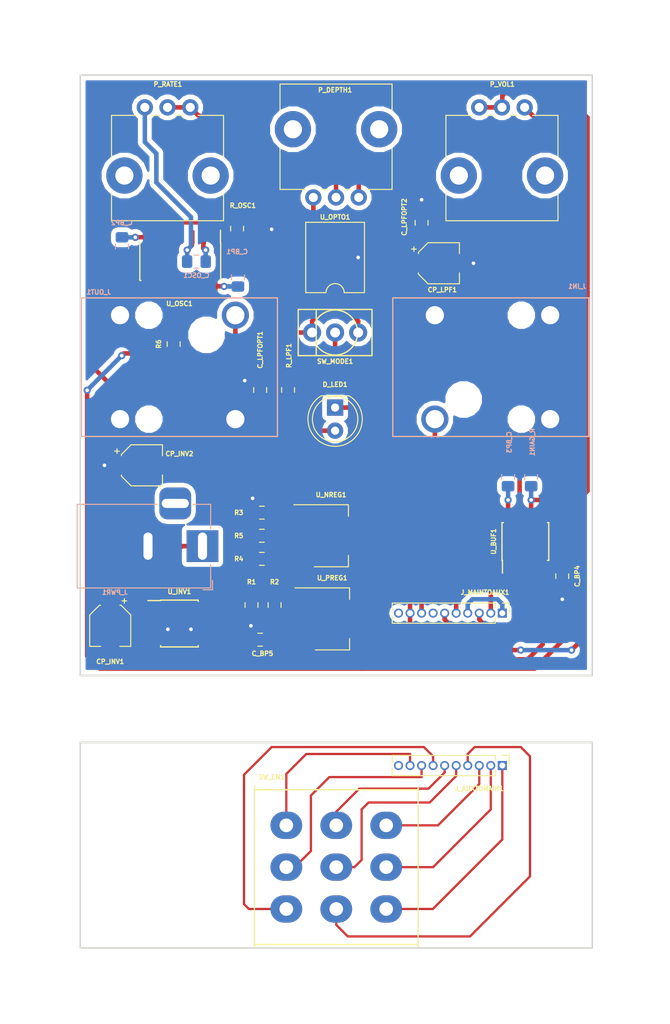
<source format=kicad_pcb>
(kicad_pcb (version 20171130) (host pcbnew "(5.0.0-3-g5ebb6b6)")

  (general
    (thickness 1.6)
    (drawings 14)
    (tracks 310)
    (zones 0)
    (modules 37)
    (nets 38)
  )

  (page A4)
  (title_block
    (comment 1 https://www.hammfg.com/files/parts/pdf/1590B.pdf)
  )

  (layers
    (0 F.Cu signal)
    (31 B.Cu signal)
    (32 B.Adhes user)
    (33 F.Adhes user)
    (34 B.Paste user)
    (35 F.Paste user)
    (36 B.SilkS user)
    (37 F.SilkS user)
    (38 B.Mask user)
    (39 F.Mask user)
    (40 Dwgs.User user)
    (41 Cmts.User user)
    (42 Eco1.User user)
    (43 Eco2.User user)
    (44 Edge.Cuts user)
    (45 Margin user)
    (46 B.CrtYd user hide)
    (47 F.CrtYd user hide)
    (48 B.Fab user hide)
    (49 F.Fab user hide)
  )

  (setup
    (last_trace_width 0.5)
    (user_trace_width 0.5)
    (user_trace_width 0.75)
    (trace_clearance 0.2)
    (zone_clearance 0.508)
    (zone_45_only no)
    (trace_min 0.2)
    (segment_width 0.2)
    (edge_width 0.15)
    (via_size 0.8)
    (via_drill 0.4)
    (via_min_size 0.4)
    (via_min_drill 0.3)
    (uvia_size 0.3)
    (uvia_drill 0.1)
    (uvias_allowed no)
    (uvia_min_size 0.2)
    (uvia_min_drill 0.1)
    (pcb_text_width 0.3)
    (pcb_text_size 1.5 1.5)
    (mod_edge_width 0.15)
    (mod_text_size 0.5 0.5)
    (mod_text_width 0.125)
    (pad_size 1.524 1.524)
    (pad_drill 0.762)
    (pad_to_mask_clearance 0.2)
    (aux_axis_origin 0 0)
    (visible_elements FFFFFF7F)
    (pcbplotparams
      (layerselection 0x010fc_ffffffff)
      (usegerberextensions false)
      (usegerberattributes false)
      (usegerberadvancedattributes false)
      (creategerberjobfile false)
      (excludeedgelayer true)
      (linewidth 0.100000)
      (plotframeref false)
      (viasonmask false)
      (mode 1)
      (useauxorigin false)
      (hpglpennumber 1)
      (hpglpenspeed 20)
      (hpglpendiameter 15.000000)
      (psnegative false)
      (psa4output false)
      (plotreference true)
      (plotvalue true)
      (plotinvisibletext false)
      (padsonsilk false)
      (subtractmaskfromsilk false)
      (outputformat 1)
      (mirror false)
      (drillshape 1)
      (scaleselection 1)
      (outputdirectory ""))
  )

  (net 0 "")
  (net 1 GND)
  (net 2 -9V)
  (net 3 "Net-(C_BP1-Pad2)")
  (net 4 /3PDT_8_EXT)
  (net 5 +5V)
  (net 6 -5V)
  (net 7 +9V)
  (net 8 "Net-(C_OSC1-Pad1)")
  (net 9 "Net-(C_OSC1-Pad2)")
  (net 10 /HexInverter_3PDT/3PDT_9_INT)
  (net 11 /HexInverter_3PDT/3PDT_8_INT)
  (net 12 /HexInverter_3PDT/3PDT_7_INT)
  (net 13 /HexInverter_3PDT/3PDT_6_INT)
  (net 14 /HexInverter_3PDT/3PDT_5_INT)
  (net 15 /HexInverter_3PDT/3PDT_4_INT)
  (net 16 /HexInverter_3PDT/3PDT_3_INT)
  (net 17 /HexInverter_3PDT/3PDT_2_INT)
  (net 18 /HexInverter_3PDT/3PDT_1_INT)
  (net 19 /3PDT_2_EXT)
  (net 20 /3PDT_4_EXT)
  (net 21 /3PDT_3_EXT)
  (net 22 /3PDT_5_EXT)
  (net 23 /3PDT_6_EXT)
  (net 24 /HexInverter_Clock/CLK_OUT)
  (net 25 "Net-(P_DEPTH1-Pad2)")
  (net 26 "Net-(P_DEPTH1-Pad1)")
  (net 27 "Net-(P_RATE1-Pad2)")
  (net 28 "Net-(P_VOL1-Pad1)")
  (net 29 "Net-(R1-Pad1)")
  (net 30 "Net-(R3-Pad1)")
  (net 31 "Net-(R4-Pad1)")
  (net 32 "Net-(R_LPF1-Pad2)")
  (net 33 "Net-(R_OSC1-Pad2)")
  (net 34 "Net-(C_LPFOPT1-Pad1)")
  (net 35 "Net-(CP_LPF1-Pad1)")
  (net 36 "Net-(CP_INV1-Pad2)")
  (net 37 "Net-(CP_INV1-Pad1)")

  (net_class Default "This is the default net class."
    (clearance 0.2)
    (trace_width 0.25)
    (via_dia 0.8)
    (via_drill 0.4)
    (uvia_dia 0.3)
    (uvia_drill 0.1)
    (add_net +5V)
    (add_net +9V)
    (add_net -5V)
    (add_net -9V)
    (add_net /3PDT_2_EXT)
    (add_net /3PDT_3_EXT)
    (add_net /3PDT_4_EXT)
    (add_net /3PDT_5_EXT)
    (add_net /3PDT_6_EXT)
    (add_net /3PDT_8_EXT)
    (add_net /HexInverter_3PDT/3PDT_1_INT)
    (add_net /HexInverter_3PDT/3PDT_2_INT)
    (add_net /HexInverter_3PDT/3PDT_3_INT)
    (add_net /HexInverter_3PDT/3PDT_4_INT)
    (add_net /HexInverter_3PDT/3PDT_5_INT)
    (add_net /HexInverter_3PDT/3PDT_6_INT)
    (add_net /HexInverter_3PDT/3PDT_7_INT)
    (add_net /HexInverter_3PDT/3PDT_8_INT)
    (add_net /HexInverter_3PDT/3PDT_9_INT)
    (add_net /HexInverter_Clock/CLK_OUT)
    (add_net GND)
    (add_net "Net-(CP_INV1-Pad1)")
    (add_net "Net-(CP_INV1-Pad2)")
    (add_net "Net-(CP_LPF1-Pad1)")
    (add_net "Net-(C_BP1-Pad2)")
    (add_net "Net-(C_LPFOPT1-Pad1)")
    (add_net "Net-(C_OSC1-Pad1)")
    (add_net "Net-(C_OSC1-Pad2)")
    (add_net "Net-(P_DEPTH1-Pad1)")
    (add_net "Net-(P_DEPTH1-Pad2)")
    (add_net "Net-(P_RATE1-Pad2)")
    (add_net "Net-(P_VOL1-Pad1)")
    (add_net "Net-(R1-Pad1)")
    (add_net "Net-(R3-Pad1)")
    (add_net "Net-(R4-Pad1)")
    (add_net "Net-(R_LPF1-Pad2)")
    (add_net "Net-(R_OSC1-Pad2)")
  )

  (module Package_TO_SOT_SMD:SOT-223-3_TabPin2 (layer F.Cu) (tedit 5A02FF57) (tstamp 5C2A2C4F)
    (at 80.2005 122.047)
    (descr "module CMS SOT223 4 pins")
    (tags "CMS SOT")
    (path /5BE2DBE2)
    (attr smd)
    (fp_text reference U_NREG1 (at 0 -4.5) (layer F.SilkS)
      (effects (font (size 0.5 0.5) (thickness 0.125)))
    )
    (fp_text value LM337_SOT223 (at 0 4.5) (layer F.Fab)
      (effects (font (size 0.5 0.5) (thickness 0.125)))
    )
    (fp_line (start 1.85 -3.35) (end 1.85 3.35) (layer F.Fab) (width 0.1))
    (fp_line (start -1.85 3.35) (end 1.85 3.35) (layer F.Fab) (width 0.1))
    (fp_line (start -4.1 -3.41) (end 1.91 -3.41) (layer F.SilkS) (width 0.12))
    (fp_line (start -0.85 -3.35) (end 1.85 -3.35) (layer F.Fab) (width 0.1))
    (fp_line (start -1.85 3.41) (end 1.91 3.41) (layer F.SilkS) (width 0.12))
    (fp_line (start -1.85 -2.35) (end -1.85 3.35) (layer F.Fab) (width 0.1))
    (fp_line (start -1.85 -2.35) (end -0.85 -3.35) (layer F.Fab) (width 0.1))
    (fp_line (start -4.4 -3.6) (end -4.4 3.6) (layer F.CrtYd) (width 0.05))
    (fp_line (start -4.4 3.6) (end 4.4 3.6) (layer F.CrtYd) (width 0.05))
    (fp_line (start 4.4 3.6) (end 4.4 -3.6) (layer F.CrtYd) (width 0.05))
    (fp_line (start 4.4 -3.6) (end -4.4 -3.6) (layer F.CrtYd) (width 0.05))
    (fp_line (start 1.91 -3.41) (end 1.91 -2.15) (layer F.SilkS) (width 0.12))
    (fp_line (start 1.91 3.41) (end 1.91 2.15) (layer F.SilkS) (width 0.12))
    (fp_text user %R (at 0 0 90) (layer F.Fab)
      (effects (font (size 0.5 0.5) (thickness 0.125)))
    )
    (pad 1 smd rect (at -3.15 -2.3) (size 2 1.5) (layers F.Cu F.Paste F.Mask)
      (net 30 "Net-(R3-Pad1)"))
    (pad 3 smd rect (at -3.15 2.3) (size 2 1.5) (layers F.Cu F.Paste F.Mask)
      (net 6 -5V))
    (pad 2 smd rect (at -3.15 0) (size 2 1.5) (layers F.Cu F.Paste F.Mask)
      (net 2 -9V))
    (pad 2 smd rect (at 3.15 0) (size 2 3.8) (layers F.Cu F.Paste F.Mask)
      (net 2 -9V))
    (model ${KISYS3DMOD}/Package_TO_SOT_SMD.3dshapes/SOT-223.wrl
      (at (xyz 0 0 0))
      (scale (xyz 1 1 1))
      (rotate (xyz 0 0 0))
    )
  )

  (module Capacitor_SMD:C_0805_2012Metric_Pad1.15x1.40mm_HandSolder (layer B.Cu) (tedit 5B36C52B) (tstamp 5C2A2B87)
    (at 69.943239 93.608283 270)
    (descr "Capacitor SMD 0805 (2012 Metric), square (rectangular) end terminal, IPC_7351 nominal with elongated pad for handsoldering. (Body size source: https://docs.google.com/spreadsheets/d/1BsfQQcO9C6DZCsRaXUlFlo91Tg2WpOkGARC1WS5S8t0/edit?usp=sharing), generated with kicad-footprint-generator")
    (tags "capacitor handsolder")
    (path /5C028DB4)
    (attr smd)
    (fp_text reference C_BP1 (at -2.803283 0.093239) (layer B.SilkS)
      (effects (font (size 0.5 0.5) (thickness 0.125)) (justify mirror))
    )
    (fp_text value 100nF (at 0 -1.65 270) (layer B.Fab)
      (effects (font (size 0.5 0.5) (thickness 0.125)) (justify mirror))
    )
    (fp_line (start -1 -0.6) (end -1 0.6) (layer B.Fab) (width 0.1))
    (fp_line (start -1 0.6) (end 1 0.6) (layer B.Fab) (width 0.1))
    (fp_line (start 1 0.6) (end 1 -0.6) (layer B.Fab) (width 0.1))
    (fp_line (start 1 -0.6) (end -1 -0.6) (layer B.Fab) (width 0.1))
    (fp_line (start -0.261252 0.71) (end 0.261252 0.71) (layer B.SilkS) (width 0.12))
    (fp_line (start -0.261252 -0.71) (end 0.261252 -0.71) (layer B.SilkS) (width 0.12))
    (fp_line (start -1.85 -0.95) (end -1.85 0.95) (layer B.CrtYd) (width 0.05))
    (fp_line (start -1.85 0.95) (end 1.85 0.95) (layer B.CrtYd) (width 0.05))
    (fp_line (start 1.85 0.95) (end 1.85 -0.95) (layer B.CrtYd) (width 0.05))
    (fp_line (start 1.85 -0.95) (end -1.85 -0.95) (layer B.CrtYd) (width 0.05))
    (fp_text user %R (at 0 0 270) (layer B.Fab)
      (effects (font (size 0.5 0.5) (thickness 0.125)) (justify mirror))
    )
    (pad 1 smd roundrect (at -1.025 0 270) (size 1.15 1.4) (layers B.Cu B.Paste B.Mask) (roundrect_rratio 0.217391)
      (net 1 GND))
    (pad 2 smd roundrect (at 1.025 0 270) (size 1.15 1.4) (layers B.Cu B.Paste B.Mask) (roundrect_rratio 0.217391)
      (net 3 "Net-(C_BP1-Pad2)"))
    (model ${KISYS3DMOD}/Capacitor_SMD.3dshapes/C_0805_2012Metric.wrl
      (at (xyz 0 0 0))
      (scale (xyz 1 1 1))
      (rotate (xyz 0 0 0))
    )
  )

  (module Capacitor_SMD:C_0805_2012Metric_Pad1.15x1.40mm_HandSolder (layer B.Cu) (tedit 5B36C52B) (tstamp 5C2A2743)
    (at 57.179739 90.242783 270)
    (descr "Capacitor SMD 0805 (2012 Metric), square (rectangular) end terminal, IPC_7351 nominal with elongated pad for handsoldering. (Body size source: https://docs.google.com/spreadsheets/d/1BsfQQcO9C6DZCsRaXUlFlo91Tg2WpOkGARC1WS5S8t0/edit?usp=sharing), generated with kicad-footprint-generator")
    (tags "capacitor handsolder")
    (path /5C028DBF)
    (attr smd)
    (fp_text reference C_BP2 (at -2.612783 0.029739) (layer B.SilkS)
      (effects (font (size 0.5 0.5) (thickness 0.125)) (justify mirror))
    )
    (fp_text value 100nF (at 0 -1.65 270) (layer B.Fab)
      (effects (font (size 0.5 0.5) (thickness 0.125)) (justify mirror))
    )
    (fp_text user %R (at 0 0 270) (layer B.Fab)
      (effects (font (size 0.5 0.5) (thickness 0.125)) (justify mirror))
    )
    (fp_line (start 1.85 -0.95) (end -1.85 -0.95) (layer B.CrtYd) (width 0.05))
    (fp_line (start 1.85 0.95) (end 1.85 -0.95) (layer B.CrtYd) (width 0.05))
    (fp_line (start -1.85 0.95) (end 1.85 0.95) (layer B.CrtYd) (width 0.05))
    (fp_line (start -1.85 -0.95) (end -1.85 0.95) (layer B.CrtYd) (width 0.05))
    (fp_line (start -0.261252 -0.71) (end 0.261252 -0.71) (layer B.SilkS) (width 0.12))
    (fp_line (start -0.261252 0.71) (end 0.261252 0.71) (layer B.SilkS) (width 0.12))
    (fp_line (start 1 -0.6) (end -1 -0.6) (layer B.Fab) (width 0.1))
    (fp_line (start 1 0.6) (end 1 -0.6) (layer B.Fab) (width 0.1))
    (fp_line (start -1 0.6) (end 1 0.6) (layer B.Fab) (width 0.1))
    (fp_line (start -1 -0.6) (end -1 0.6) (layer B.Fab) (width 0.1))
    (pad 2 smd roundrect (at 1.025 0 270) (size 1.15 1.4) (layers B.Cu B.Paste B.Mask) (roundrect_rratio 0.217391)
      (net 1 GND))
    (pad 1 smd roundrect (at -1.025 0 270) (size 1.15 1.4) (layers B.Cu B.Paste B.Mask) (roundrect_rratio 0.217391)
      (net 4 /3PDT_8_EXT))
    (model ${KISYS3DMOD}/Capacitor_SMD.3dshapes/C_0805_2012Metric.wrl
      (at (xyz 0 0 0))
      (scale (xyz 1 1 1))
      (rotate (xyz 0 0 0))
    )
  )

  (module Capacitor_SMD:C_0805_2012Metric_Pad1.15x1.40mm_HandSolder (layer B.Cu) (tedit 5B36C52B) (tstamp 5C2A25C3)
    (at 99.695 115.57 270)
    (descr "Capacitor SMD 0805 (2012 Metric), square (rectangular) end terminal, IPC_7351 nominal with elongated pad for handsoldering. (Body size source: https://docs.google.com/spreadsheets/d/1BsfQQcO9C6DZCsRaXUlFlo91Tg2WpOkGARC1WS5S8t0/edit?usp=sharing), generated with kicad-footprint-generator")
    (tags "capacitor handsolder")
    (path /5BED3C35)
    (attr smd)
    (fp_text reference C_BP3 (at -3.81 -0.127 270) (layer B.SilkS)
      (effects (font (size 0.5 0.5) (thickness 0.125)) (justify mirror))
    )
    (fp_text value 100nF (at 0 -1.65 270) (layer B.Fab)
      (effects (font (size 0.5 0.5) (thickness 0.125)) (justify mirror))
    )
    (fp_text user %R (at 0 0 270) (layer B.Fab)
      (effects (font (size 0.5 0.5) (thickness 0.125)) (justify mirror))
    )
    (fp_line (start 1.85 -0.95) (end -1.85 -0.95) (layer B.CrtYd) (width 0.05))
    (fp_line (start 1.85 0.95) (end 1.85 -0.95) (layer B.CrtYd) (width 0.05))
    (fp_line (start -1.85 0.95) (end 1.85 0.95) (layer B.CrtYd) (width 0.05))
    (fp_line (start -1.85 -0.95) (end -1.85 0.95) (layer B.CrtYd) (width 0.05))
    (fp_line (start -0.261252 -0.71) (end 0.261252 -0.71) (layer B.SilkS) (width 0.12))
    (fp_line (start -0.261252 0.71) (end 0.261252 0.71) (layer B.SilkS) (width 0.12))
    (fp_line (start 1 -0.6) (end -1 -0.6) (layer B.Fab) (width 0.1))
    (fp_line (start 1 0.6) (end 1 -0.6) (layer B.Fab) (width 0.1))
    (fp_line (start -1 0.6) (end 1 0.6) (layer B.Fab) (width 0.1))
    (fp_line (start -1 -0.6) (end -1 0.6) (layer B.Fab) (width 0.1))
    (pad 2 smd roundrect (at 1.025 0 270) (size 1.15 1.4) (layers B.Cu B.Paste B.Mask) (roundrect_rratio 0.217391)
      (net 5 +5V))
    (pad 1 smd roundrect (at -1.025 0 270) (size 1.15 1.4) (layers B.Cu B.Paste B.Mask) (roundrect_rratio 0.217391)
      (net 1 GND))
    (model ${KISYS3DMOD}/Capacitor_SMD.3dshapes/C_0805_2012Metric.wrl
      (at (xyz 0 0 0))
      (scale (xyz 1 1 1))
      (rotate (xyz 0 0 0))
    )
  )

  (module Capacitor_SMD:C_0805_2012Metric_Pad1.15x1.40mm_HandSolder (layer F.Cu) (tedit 5B36C52B) (tstamp 5C2A2593)
    (at 105.664 126.492 270)
    (descr "Capacitor SMD 0805 (2012 Metric), square (rectangular) end terminal, IPC_7351 nominal with elongated pad for handsoldering. (Body size source: https://docs.google.com/spreadsheets/d/1BsfQQcO9C6DZCsRaXUlFlo91Tg2WpOkGARC1WS5S8t0/edit?usp=sharing), generated with kicad-footprint-generator")
    (tags "capacitor handsolder")
    (path /5BED3C3D)
    (attr smd)
    (fp_text reference C_BP4 (at 0 -1.65 270) (layer F.SilkS)
      (effects (font (size 0.5 0.5) (thickness 0.125)))
    )
    (fp_text value 100nF (at 0 1.65 270) (layer F.Fab)
      (effects (font (size 0.5 0.5) (thickness 0.125)))
    )
    (fp_text user %R (at 0 0 270) (layer F.Fab)
      (effects (font (size 0.5 0.5) (thickness 0.125)))
    )
    (fp_line (start 1.85 0.95) (end -1.85 0.95) (layer F.CrtYd) (width 0.05))
    (fp_line (start 1.85 -0.95) (end 1.85 0.95) (layer F.CrtYd) (width 0.05))
    (fp_line (start -1.85 -0.95) (end 1.85 -0.95) (layer F.CrtYd) (width 0.05))
    (fp_line (start -1.85 0.95) (end -1.85 -0.95) (layer F.CrtYd) (width 0.05))
    (fp_line (start -0.261252 0.71) (end 0.261252 0.71) (layer F.SilkS) (width 0.12))
    (fp_line (start -0.261252 -0.71) (end 0.261252 -0.71) (layer F.SilkS) (width 0.12))
    (fp_line (start 1 0.6) (end -1 0.6) (layer F.Fab) (width 0.1))
    (fp_line (start 1 -0.6) (end 1 0.6) (layer F.Fab) (width 0.1))
    (fp_line (start -1 -0.6) (end 1 -0.6) (layer F.Fab) (width 0.1))
    (fp_line (start -1 0.6) (end -1 -0.6) (layer F.Fab) (width 0.1))
    (pad 2 smd roundrect (at 1.025 0 270) (size 1.15 1.4) (layers F.Cu F.Paste F.Mask) (roundrect_rratio 0.217391)
      (net 1 GND))
    (pad 1 smd roundrect (at -1.025 0 270) (size 1.15 1.4) (layers F.Cu F.Paste F.Mask) (roundrect_rratio 0.217391)
      (net 6 -5V))
    (model ${KISYS3DMOD}/Capacitor_SMD.3dshapes/C_0805_2012Metric.wrl
      (at (xyz 0 0 0))
      (scale (xyz 1 1 1))
      (rotate (xyz 0 0 0))
    )
  )

  (module Capacitor_SMD:C_0805_2012Metric_Pad1.15x1.40mm_HandSolder (layer F.Cu) (tedit 5B36C52B) (tstamp 5C2A2563)
    (at 72.39 133.477)
    (descr "Capacitor SMD 0805 (2012 Metric), square (rectangular) end terminal, IPC_7351 nominal with elongated pad for handsoldering. (Body size source: https://docs.google.com/spreadsheets/d/1BsfQQcO9C6DZCsRaXUlFlo91Tg2WpOkGARC1WS5S8t0/edit?usp=sharing), generated with kicad-footprint-generator")
    (tags "capacitor handsolder")
    (path /5BF220BE)
    (attr smd)
    (fp_text reference C_BP5 (at 0.254 1.524) (layer F.SilkS)
      (effects (font (size 0.5 0.5) (thickness 0.125)))
    )
    (fp_text value 100nF (at 0 1.65) (layer F.Fab)
      (effects (font (size 0.5 0.5) (thickness 0.125)))
    )
    (fp_line (start -1 0.6) (end -1 -0.6) (layer F.Fab) (width 0.1))
    (fp_line (start -1 -0.6) (end 1 -0.6) (layer F.Fab) (width 0.1))
    (fp_line (start 1 -0.6) (end 1 0.6) (layer F.Fab) (width 0.1))
    (fp_line (start 1 0.6) (end -1 0.6) (layer F.Fab) (width 0.1))
    (fp_line (start -0.261252 -0.71) (end 0.261252 -0.71) (layer F.SilkS) (width 0.12))
    (fp_line (start -0.261252 0.71) (end 0.261252 0.71) (layer F.SilkS) (width 0.12))
    (fp_line (start -1.85 0.95) (end -1.85 -0.95) (layer F.CrtYd) (width 0.05))
    (fp_line (start -1.85 -0.95) (end 1.85 -0.95) (layer F.CrtYd) (width 0.05))
    (fp_line (start 1.85 -0.95) (end 1.85 0.95) (layer F.CrtYd) (width 0.05))
    (fp_line (start 1.85 0.95) (end -1.85 0.95) (layer F.CrtYd) (width 0.05))
    (fp_text user %R (at 0 0) (layer F.Fab)
      (effects (font (size 0.5 0.5) (thickness 0.125)))
    )
    (pad 1 smd roundrect (at -1.025 0) (size 1.15 1.4) (layers F.Cu F.Paste F.Mask) (roundrect_rratio 0.217391)
      (net 1 GND))
    (pad 2 smd roundrect (at 1.025 0) (size 1.15 1.4) (layers F.Cu F.Paste F.Mask) (roundrect_rratio 0.217391)
      (net 7 +9V))
    (model ${KISYS3DMOD}/Capacitor_SMD.3dshapes/C_0805_2012Metric.wrl
      (at (xyz 0 0 0))
      (scale (xyz 1 1 1))
      (rotate (xyz 0 0 0))
    )
  )

  (module Capacitor_SMD:C_0805_2012Metric_Pad1.15x1.40mm_HandSolder (layer B.Cu) (tedit 5B36C52B) (tstamp 5C2A2E24)
    (at 65.371239 91.893783)
    (descr "Capacitor SMD 0805 (2012 Metric), square (rectangular) end terminal, IPC_7351 nominal with elongated pad for handsoldering. (Body size source: https://docs.google.com/spreadsheets/d/1BsfQQcO9C6DZCsRaXUlFlo91Tg2WpOkGARC1WS5S8t0/edit?usp=sharing), generated with kicad-footprint-generator")
    (tags "capacitor handsolder")
    (path /5BF54A3F/5C186FF7)
    (attr smd)
    (fp_text reference C_OSC1 (at 0 1.524) (layer B.SilkS)
      (effects (font (size 0.5 0.5) (thickness 0.125)) (justify mirror))
    )
    (fp_text value 22uF (at 0 -1.65) (layer B.Fab)
      (effects (font (size 0.5 0.5) (thickness 0.125)) (justify mirror))
    )
    (fp_line (start -1 -0.6) (end -1 0.6) (layer B.Fab) (width 0.1))
    (fp_line (start -1 0.6) (end 1 0.6) (layer B.Fab) (width 0.1))
    (fp_line (start 1 0.6) (end 1 -0.6) (layer B.Fab) (width 0.1))
    (fp_line (start 1 -0.6) (end -1 -0.6) (layer B.Fab) (width 0.1))
    (fp_line (start -0.261252 0.71) (end 0.261252 0.71) (layer B.SilkS) (width 0.12))
    (fp_line (start -0.261252 -0.71) (end 0.261252 -0.71) (layer B.SilkS) (width 0.12))
    (fp_line (start -1.85 -0.95) (end -1.85 0.95) (layer B.CrtYd) (width 0.05))
    (fp_line (start -1.85 0.95) (end 1.85 0.95) (layer B.CrtYd) (width 0.05))
    (fp_line (start 1.85 0.95) (end 1.85 -0.95) (layer B.CrtYd) (width 0.05))
    (fp_line (start 1.85 -0.95) (end -1.85 -0.95) (layer B.CrtYd) (width 0.05))
    (fp_text user %R (at 0 0) (layer B.Fab)
      (effects (font (size 0.5 0.5) (thickness 0.125)) (justify mirror))
    )
    (pad 1 smd roundrect (at -1.025 0) (size 1.15 1.4) (layers B.Cu B.Paste B.Mask) (roundrect_rratio 0.217391)
      (net 8 "Net-(C_OSC1-Pad1)"))
    (pad 2 smd roundrect (at 1.025 0) (size 1.15 1.4) (layers B.Cu B.Paste B.Mask) (roundrect_rratio 0.217391)
      (net 9 "Net-(C_OSC1-Pad2)"))
    (model ${KISYS3DMOD}/Capacitor_SMD.3dshapes/C_0805_2012Metric.wrl
      (at (xyz 0 0 0))
      (scale (xyz 1 1 1))
      (rotate (xyz 0 0 0))
    )
  )

  (module LED_THT:LED_D5.0mm (layer F.Cu) (tedit 5995936A) (tstamp 5C2A27A7)
    (at 80.645 107.95 270)
    (descr "LED, diameter 5.0mm, 2 pins, http://cdn-reichelt.de/documents/datenblatt/A500/LL-504BC2E-009.pdf")
    (tags "LED diameter 5.0mm 2 pins")
    (path /5BF54A3F/5BF61C9C)
    (fp_text reference D_LED1 (at -2.54 0) (layer F.SilkS)
      (effects (font (size 0.5 0.5) (thickness 0.125)))
    )
    (fp_text value LED (at 1.27 3.96 270) (layer F.Fab)
      (effects (font (size 0.5 0.5) (thickness 0.125)))
    )
    (fp_arc (start 1.27 0) (end -1.23 -1.469694) (angle 299.1) (layer F.Fab) (width 0.1))
    (fp_arc (start 1.27 0) (end -1.29 -1.54483) (angle 148.9) (layer F.SilkS) (width 0.12))
    (fp_arc (start 1.27 0) (end -1.29 1.54483) (angle -148.9) (layer F.SilkS) (width 0.12))
    (fp_circle (center 1.27 0) (end 3.77 0) (layer F.Fab) (width 0.1))
    (fp_circle (center 1.27 0) (end 3.77 0) (layer F.SilkS) (width 0.12))
    (fp_line (start -1.23 -1.469694) (end -1.23 1.469694) (layer F.Fab) (width 0.1))
    (fp_line (start -1.29 -1.545) (end -1.29 1.545) (layer F.SilkS) (width 0.12))
    (fp_line (start -1.95 -3.25) (end -1.95 3.25) (layer F.CrtYd) (width 0.05))
    (fp_line (start -1.95 3.25) (end 4.5 3.25) (layer F.CrtYd) (width 0.05))
    (fp_line (start 4.5 3.25) (end 4.5 -3.25) (layer F.CrtYd) (width 0.05))
    (fp_line (start 4.5 -3.25) (end -1.95 -3.25) (layer F.CrtYd) (width 0.05))
    (fp_text user %R (at 1.25 0 270) (layer F.Fab)
      (effects (font (size 0.5 0.5) (thickness 0.125)))
    )
    (pad 1 thru_hole rect (at 0 0 270) (size 1.8 1.8) (drill 0.9) (layers *.Cu *.Mask)
      (net 35 "Net-(CP_LPF1-Pad1)"))
    (pad 2 thru_hole circle (at 2.54 0 270) (size 1.8 1.8) (drill 0.9) (layers *.Cu *.Mask)
      (net 34 "Net-(C_LPFOPT1-Pad1)"))
    (model ${KISYS3DMOD}/LED_THT.3dshapes/LED_D5.0mm.wrl
      (at (xyz 0 0 0))
      (scale (xyz 1 1 1))
      (rotate (xyz 0 0 0))
    )
  )

  (module Connector_PinHeader_1.27mm:PinHeader_1x10_P1.27mm_Vertical (layer F.Cu) (tedit 59FED6E3) (tstamp 5C2A26F5)
    (at 99.06 147.32 270)
    (descr "Through hole straight pin header, 1x10, 1.27mm pitch, single row")
    (tags "Through hole pin header THT 1x10 1.27mm single row")
    (path /5BFCF63F/5BFD0349)
    (fp_text reference J_AUXTOMAIN1 (at 2.54 2.54) (layer F.SilkS)
      (effects (font (size 0.5 0.5) (thickness 0.125)))
    )
    (fp_text value Conn_01x10 (at 0 13.125 270) (layer F.Fab)
      (effects (font (size 0.5 0.5) (thickness 0.125)))
    )
    (fp_text user %R (at 0 5.715) (layer F.Fab)
      (effects (font (size 0.5 0.5) (thickness 0.125)))
    )
    (fp_line (start 1.55 -1.15) (end -1.55 -1.15) (layer F.CrtYd) (width 0.05))
    (fp_line (start 1.55 12.6) (end 1.55 -1.15) (layer F.CrtYd) (width 0.05))
    (fp_line (start -1.55 12.6) (end 1.55 12.6) (layer F.CrtYd) (width 0.05))
    (fp_line (start -1.55 -1.15) (end -1.55 12.6) (layer F.CrtYd) (width 0.05))
    (fp_line (start -1.11 -0.76) (end 0 -0.76) (layer F.SilkS) (width 0.12))
    (fp_line (start -1.11 0) (end -1.11 -0.76) (layer F.SilkS) (width 0.12))
    (fp_line (start 0.563471 0.76) (end 1.11 0.76) (layer F.SilkS) (width 0.12))
    (fp_line (start -1.11 0.76) (end -0.563471 0.76) (layer F.SilkS) (width 0.12))
    (fp_line (start 1.11 0.76) (end 1.11 12.125) (layer F.SilkS) (width 0.12))
    (fp_line (start -1.11 0.76) (end -1.11 12.125) (layer F.SilkS) (width 0.12))
    (fp_line (start 0.30753 12.125) (end 1.11 12.125) (layer F.SilkS) (width 0.12))
    (fp_line (start -1.11 12.125) (end -0.30753 12.125) (layer F.SilkS) (width 0.12))
    (fp_line (start -1.05 -0.11) (end -0.525 -0.635) (layer F.Fab) (width 0.1))
    (fp_line (start -1.05 12.065) (end -1.05 -0.11) (layer F.Fab) (width 0.1))
    (fp_line (start 1.05 12.065) (end -1.05 12.065) (layer F.Fab) (width 0.1))
    (fp_line (start 1.05 -0.635) (end 1.05 12.065) (layer F.Fab) (width 0.1))
    (fp_line (start -0.525 -0.635) (end 1.05 -0.635) (layer F.Fab) (width 0.1))
    (pad 10 thru_hole oval (at 0 11.43 270) (size 1 1) (drill 0.65) (layers *.Cu *.Mask))
    (pad 9 thru_hole oval (at 0 10.16 270) (size 1 1) (drill 0.65) (layers *.Cu *.Mask)
      (net 10 /HexInverter_3PDT/3PDT_9_INT))
    (pad 8 thru_hole oval (at 0 8.89 270) (size 1 1) (drill 0.65) (layers *.Cu *.Mask)
      (net 11 /HexInverter_3PDT/3PDT_8_INT))
    (pad 7 thru_hole oval (at 0 7.62 270) (size 1 1) (drill 0.65) (layers *.Cu *.Mask)
      (net 12 /HexInverter_3PDT/3PDT_7_INT))
    (pad 6 thru_hole oval (at 0 6.35 270) (size 1 1) (drill 0.65) (layers *.Cu *.Mask)
      (net 13 /HexInverter_3PDT/3PDT_6_INT))
    (pad 5 thru_hole oval (at 0 5.08 270) (size 1 1) (drill 0.65) (layers *.Cu *.Mask)
      (net 14 /HexInverter_3PDT/3PDT_5_INT))
    (pad 4 thru_hole oval (at 0 3.81 270) (size 1 1) (drill 0.65) (layers *.Cu *.Mask)
      (net 15 /HexInverter_3PDT/3PDT_4_INT))
    (pad 3 thru_hole oval (at 0 2.54 270) (size 1 1) (drill 0.65) (layers *.Cu *.Mask)
      (net 16 /HexInverter_3PDT/3PDT_3_INT))
    (pad 2 thru_hole oval (at 0 1.27 270) (size 1 1) (drill 0.65) (layers *.Cu *.Mask)
      (net 17 /HexInverter_3PDT/3PDT_2_INT))
    (pad 1 thru_hole rect (at 0 0 270) (size 1 1) (drill 0.65) (layers *.Cu *.Mask)
      (net 18 /HexInverter_3PDT/3PDT_1_INT))
    (model ${KISYS3DMOD}/Connector_PinHeader_1.27mm.3dshapes/PinHeader_1x10_P1.27mm_Vertical.wrl
      (at (xyz 0 0 0))
      (scale (xyz 1 1 1))
      (rotate (xyz 0 0 0))
    )
  )

  (module custom_sockets:6_35MM_JACK_MONO_FlatTop (layer B.Cu) (tedit 5BE3026B) (tstamp 5C2A2C16)
    (at 97.79 103.505)
    (path /5BE61397)
    (fp_text reference J_IN1 (at 9.525 -8.89) (layer B.SilkS)
      (effects (font (size 0.5 0.5) (thickness 0.125)) (justify mirror))
    )
    (fp_text value JACK__MONO_2P_NC (at 0 10.16) (layer B.Fab)
      (effects (font (size 0.5 0.5) (thickness 0.125)) (justify mirror))
    )
    (fp_line (start 19.685 4.064) (end 19.685 -7.112) (layer Dwgs.User) (width 0.15))
    (fp_line (start 19.685 4.064) (end -10.795 4.064) (layer Dwgs.User) (width 0.15))
    (fp_line (start 19.685 -7.112) (end -10.795 -7.112) (layer Dwgs.User) (width 0.15))
    (fp_line (start 10.795 -1.524) (end -10.795 -1.524) (layer Dwgs.User) (width 0.15))
    (fp_line (start -10.795 -7.62) (end 10.795 -7.62) (layer B.SilkS) (width 0.15))
    (fp_line (start -10.795 7.62) (end -10.795 -7.62) (layer B.SilkS) (width 0.15))
    (fp_line (start 10.795 7.62) (end -10.795 7.62) (layer B.SilkS) (width 0.15))
    (fp_line (start 10.795 -7.62) (end 10.795 7.62) (layer B.SilkS) (width 0.15))
    (pad "" np_thru_hole circle (at 3.3655 -5.715) (size 2 2) (drill 2) (layers *.Cu *.Mask))
    (pad "" np_thru_hole circle (at 3.3655 5.715) (size 2 2) (drill 2) (layers *.Cu *.Mask))
    (pad "" np_thru_hole circle (at -2.9845 3.556) (size 3 3) (drill 3) (layers *.Cu *.Mask))
    (pad 4 thru_hole circle (at 6.5405 5.715) (size 3 3) (drill 2) (layers *.Cu *.Mask)
      (net 1 GND))
    (pad 3 thru_hole circle (at 6.5405 -5.715) (size 3 3) (drill 2) (layers *.Cu *.Mask)
      (net 1 GND))
    (pad 2 thru_hole circle (at -6.1595 -5.715) (size 3 3) (drill 2) (layers *.Cu *.Mask)
      (net 1 GND))
    (pad 1 thru_hole circle (at -6.1595 5.715) (size 3 3) (drill 2) (layers *.Cu *.Mask)
      (net 19 /3PDT_2_EXT))
    (model ${KIPRJMOD}/LIBS/3D/3D+File+NRJ4HF.stp
      (offset (xyz 10.75 -1.5 0))
      (scale (xyz 1 1 1))
      (rotate (xyz 90 180 90))
    )
  )

  (module Connector_PinHeader_1.27mm:PinHeader_1x10_P1.27mm_Vertical (layer F.Cu) (tedit 59FED6E3) (tstamp 5C2A2BC6)
    (at 99.06 130.556 270)
    (descr "Through hole straight pin header, 1x10, 1.27mm pitch, single row")
    (tags "Through hole pin header THT 1x10 1.27mm single row")
    (path /5BFCF63F/5BFD031D)
    (fp_text reference J_MAINTOAUX1 (at -2.286 1.905) (layer F.SilkS)
      (effects (font (size 0.5 0.5) (thickness 0.125)))
    )
    (fp_text value Conn_01x10 (at 0 13.125 270) (layer F.Fab)
      (effects (font (size 0.5 0.5) (thickness 0.125)))
    )
    (fp_line (start -0.525 -0.635) (end 1.05 -0.635) (layer F.Fab) (width 0.1))
    (fp_line (start 1.05 -0.635) (end 1.05 12.065) (layer F.Fab) (width 0.1))
    (fp_line (start 1.05 12.065) (end -1.05 12.065) (layer F.Fab) (width 0.1))
    (fp_line (start -1.05 12.065) (end -1.05 -0.11) (layer F.Fab) (width 0.1))
    (fp_line (start -1.05 -0.11) (end -0.525 -0.635) (layer F.Fab) (width 0.1))
    (fp_line (start -1.11 12.125) (end -0.30753 12.125) (layer F.SilkS) (width 0.12))
    (fp_line (start 0.30753 12.125) (end 1.11 12.125) (layer F.SilkS) (width 0.12))
    (fp_line (start -1.11 0.76) (end -1.11 12.125) (layer F.SilkS) (width 0.12))
    (fp_line (start 1.11 0.76) (end 1.11 12.125) (layer F.SilkS) (width 0.12))
    (fp_line (start -1.11 0.76) (end -0.563471 0.76) (layer F.SilkS) (width 0.12))
    (fp_line (start 0.563471 0.76) (end 1.11 0.76) (layer F.SilkS) (width 0.12))
    (fp_line (start -1.11 0) (end -1.11 -0.76) (layer F.SilkS) (width 0.12))
    (fp_line (start -1.11 -0.76) (end 0 -0.76) (layer F.SilkS) (width 0.12))
    (fp_line (start -1.55 -1.15) (end -1.55 12.6) (layer F.CrtYd) (width 0.05))
    (fp_line (start -1.55 12.6) (end 1.55 12.6) (layer F.CrtYd) (width 0.05))
    (fp_line (start 1.55 12.6) (end 1.55 -1.15) (layer F.CrtYd) (width 0.05))
    (fp_line (start 1.55 -1.15) (end -1.55 -1.15) (layer F.CrtYd) (width 0.05))
    (fp_text user %R (at 0 5.715) (layer F.Fab)
      (effects (font (size 0.5 0.5) (thickness 0.125)))
    )
    (pad 1 thru_hole rect (at 0 0 270) (size 1 1) (drill 0.65) (layers *.Cu *.Mask)
      (net 20 /3PDT_4_EXT))
    (pad 2 thru_hole oval (at 0 1.27 270) (size 1 1) (drill 0.65) (layers *.Cu *.Mask)
      (net 19 /3PDT_2_EXT))
    (pad 3 thru_hole oval (at 0 2.54 270) (size 1 1) (drill 0.65) (layers *.Cu *.Mask)
      (net 21 /3PDT_3_EXT))
    (pad 4 thru_hole oval (at 0 3.81 270) (size 1 1) (drill 0.65) (layers *.Cu *.Mask)
      (net 20 /3PDT_4_EXT))
    (pad 5 thru_hole oval (at 0 5.08 270) (size 1 1) (drill 0.65) (layers *.Cu *.Mask)
      (net 22 /3PDT_5_EXT))
    (pad 6 thru_hole oval (at 0 6.35 270) (size 1 1) (drill 0.65) (layers *.Cu *.Mask)
      (net 23 /3PDT_6_EXT))
    (pad 7 thru_hole oval (at 0 7.62 270) (size 1 1) (drill 0.65) (layers *.Cu *.Mask))
    (pad 8 thru_hole oval (at 0 8.89 270) (size 1 1) (drill 0.65) (layers *.Cu *.Mask)
      (net 4 /3PDT_8_EXT))
    (pad 9 thru_hole oval (at 0 10.16 270) (size 1 1) (drill 0.65) (layers *.Cu *.Mask)
      (net 6 -5V))
    (pad 10 thru_hole oval (at 0 11.43 270) (size 1 1) (drill 0.65) (layers *.Cu *.Mask))
    (model ${KISYS3DMOD}/Connector_PinHeader_1.27mm.3dshapes/PinHeader_1x10_P1.27mm_Vertical.wrl
      (at (xyz 0 0 0))
      (scale (xyz 1 1 1))
      (rotate (xyz 0 0 0))
    )
  )

  (module custom_sockets:6_35MM_JACK_MONO_FlatTop (layer B.Cu) (tedit 5BE3026B) (tstamp 5C2A26AC)
    (at 63.5 103.505 180)
    (path /5BE39EEA)
    (fp_text reference J_OUT1 (at 8.89 8.255 180) (layer B.SilkS)
      (effects (font (size 0.5 0.5) (thickness 0.125)) (justify mirror))
    )
    (fp_text value JACK__MONO_2P_NC (at 0 10.16 180) (layer B.Fab)
      (effects (font (size 0.5 0.5) (thickness 0.125)) (justify mirror))
    )
    (fp_line (start 10.795 -7.62) (end 10.795 7.62) (layer B.SilkS) (width 0.15))
    (fp_line (start 10.795 7.62) (end -10.795 7.62) (layer B.SilkS) (width 0.15))
    (fp_line (start -10.795 7.62) (end -10.795 -7.62) (layer B.SilkS) (width 0.15))
    (fp_line (start -10.795 -7.62) (end 10.795 -7.62) (layer B.SilkS) (width 0.15))
    (fp_line (start 10.795 -1.524) (end -10.795 -1.524) (layer Dwgs.User) (width 0.15))
    (fp_line (start 19.685 -7.112) (end -10.795 -7.112) (layer Dwgs.User) (width 0.15))
    (fp_line (start 19.685 4.064) (end -10.795 4.064) (layer Dwgs.User) (width 0.15))
    (fp_line (start 19.685 4.064) (end 19.685 -7.112) (layer Dwgs.User) (width 0.15))
    (pad 1 thru_hole circle (at -6.1595 5.715 180) (size 3 3) (drill 2) (layers *.Cu *.Mask)
      (net 22 /3PDT_5_EXT))
    (pad 2 thru_hole circle (at -6.1595 -5.715 180) (size 3 3) (drill 2) (layers *.Cu *.Mask)
      (net 1 GND))
    (pad 3 thru_hole circle (at 6.5405 -5.715 180) (size 3 3) (drill 2) (layers *.Cu *.Mask)
      (net 1 GND))
    (pad 4 thru_hole circle (at 6.5405 5.715 180) (size 3 3) (drill 2) (layers *.Cu *.Mask)
      (net 1 GND))
    (pad "" np_thru_hole circle (at -2.9845 3.556 180) (size 3 3) (drill 3) (layers *.Cu *.Mask))
    (pad "" np_thru_hole circle (at 3.3655 5.715 180) (size 2 2) (drill 2) (layers *.Cu *.Mask))
    (pad "" np_thru_hole circle (at 3.3655 -5.715 180) (size 2 2) (drill 2) (layers *.Cu *.Mask))
    (model ${KIPRJMOD}/LIBS/3D/3D+File+NRJ4HF.stp
      (offset (xyz 10.75 -1.5 0))
      (scale (xyz 1 1 1))
      (rotate (xyz 90 180 90))
    )
  )

  (module Connector_BarrelJack:BarrelJack_Horizontal (layer B.Cu) (tedit 5A1DBF6A) (tstamp 5C2A2656)
    (at 66.04 123.19)
    (descr "DC Barrel Jack")
    (tags "Power Jack")
    (path /5BE7895A)
    (fp_text reference J_PWR1 (at -9.652 5.08) (layer B.SilkS)
      (effects (font (size 0.5 0.5) (thickness 0.125)) (justify mirror))
    )
    (fp_text value Jack-DC (at -6.2 5.5) (layer B.Fab)
      (effects (font (size 0.5 0.5) (thickness 0.125)) (justify mirror))
    )
    (fp_text user %R (at -3 2.95) (layer B.Fab)
      (effects (font (size 0.5 0.5) (thickness 0.125)) (justify mirror))
    )
    (fp_line (start -0.003213 4.505425) (end 0.8 3.75) (layer B.Fab) (width 0.1))
    (fp_line (start 1.1 3.75) (end 1.1 4.8) (layer B.SilkS) (width 0.12))
    (fp_line (start 0.05 4.8) (end 1.1 4.8) (layer B.SilkS) (width 0.12))
    (fp_line (start 1 4.5) (end 1 4.75) (layer B.CrtYd) (width 0.05))
    (fp_line (start 1 4.75) (end -14 4.75) (layer B.CrtYd) (width 0.05))
    (fp_line (start 1 4.5) (end 1 2) (layer B.CrtYd) (width 0.05))
    (fp_line (start 1 2) (end 2 2) (layer B.CrtYd) (width 0.05))
    (fp_line (start 2 2) (end 2 -2) (layer B.CrtYd) (width 0.05))
    (fp_line (start 2 -2) (end 1 -2) (layer B.CrtYd) (width 0.05))
    (fp_line (start 1 -2) (end 1 -4.75) (layer B.CrtYd) (width 0.05))
    (fp_line (start 1 -4.75) (end -1 -4.75) (layer B.CrtYd) (width 0.05))
    (fp_line (start -1 -4.75) (end -1 -6.75) (layer B.CrtYd) (width 0.05))
    (fp_line (start -1 -6.75) (end -5 -6.75) (layer B.CrtYd) (width 0.05))
    (fp_line (start -5 -6.75) (end -5 -4.75) (layer B.CrtYd) (width 0.05))
    (fp_line (start -5 -4.75) (end -14 -4.75) (layer B.CrtYd) (width 0.05))
    (fp_line (start -14 -4.75) (end -14 4.75) (layer B.CrtYd) (width 0.05))
    (fp_line (start -5 -4.6) (end -13.8 -4.6) (layer B.SilkS) (width 0.12))
    (fp_line (start -13.8 -4.6) (end -13.8 4.6) (layer B.SilkS) (width 0.12))
    (fp_line (start 0.9 -1.9) (end 0.9 -4.6) (layer B.SilkS) (width 0.12))
    (fp_line (start 0.9 -4.6) (end -1 -4.6) (layer B.SilkS) (width 0.12))
    (fp_line (start -13.8 4.6) (end 0.9 4.6) (layer B.SilkS) (width 0.12))
    (fp_line (start 0.9 4.6) (end 0.9 2) (layer B.SilkS) (width 0.12))
    (fp_line (start -10.2 4.5) (end -10.2 -4.5) (layer B.Fab) (width 0.1))
    (fp_line (start -13.7 4.5) (end -13.7 -4.5) (layer B.Fab) (width 0.1))
    (fp_line (start -13.7 -4.5) (end 0.8 -4.5) (layer B.Fab) (width 0.1))
    (fp_line (start 0.8 -4.5) (end 0.8 3.75) (layer B.Fab) (width 0.1))
    (fp_line (start 0 4.5) (end -13.7 4.5) (layer B.Fab) (width 0.1))
    (pad 1 thru_hole rect (at 0 0) (size 3.5 3.5) (drill oval 1 3) (layers *.Cu *.Mask)
      (net 7 +9V))
    (pad 2 thru_hole roundrect (at -6 0) (size 3 3.5) (drill oval 1 3) (layers *.Cu *.Mask) (roundrect_rratio 0.25)
      (net 1 GND))
    (pad 3 thru_hole roundrect (at -3 -4.7) (size 3.5 3.5) (drill oval 3 1) (layers *.Cu *.Mask) (roundrect_rratio 0.25))
    (model ${KISYS3DMOD}/Connector_BarrelJack.3dshapes/BarrelJack_Horizontal.wrl
      (offset (xyz 4.5 0 0))
      (scale (xyz 1 1 1))
      (rotate (xyz 0 0 0))
    )
    (model ${KIPRJMOD}/LIBS/3D/dc-power-barrel-2mm-jack-pth-1.snapshot.3/AB2_PB_2MM_JACK_PTH.wrl
      (offset (xyz -13.5 0 0))
      (scale (xyz 0.4 0.4 0.4))
      (rotate (xyz 0 0 90))
    )
  )

  (module Potentiometer_THT:Potentiometer_Alps_RK09L_Single_Vertical (layer F.Cu) (tedit 5A3D4993) (tstamp 5C2A25FE)
    (at 83.2485 84.836 90)
    (descr "Potentiometer, vertical, Alps RK09L Single, http://www.alps.com/prod/info/E/HTML/Potentiometer/RotaryPotentiometers/RK09L/RK09L_list.html")
    (tags "Potentiometer vertical Alps RK09L Single")
    (path /5BE21679)
    (fp_text reference P_DEPTH1 (at 11.811 -2.6035 180) (layer F.SilkS)
      (effects (font (size 0.5 0.5) (thickness 0.125)))
    )
    (fp_text value B50k (at 5.725 5.5 90) (layer F.Fab)
      (effects (font (size 0.5 0.5) (thickness 0.125)))
    )
    (fp_circle (center 7.5 -2.5) (end 10.5 -2.5) (layer F.Fab) (width 0.1))
    (fp_line (start 1 -8.55) (end 1 3.55) (layer F.Fab) (width 0.1))
    (fp_line (start 1 3.55) (end 12.35 3.55) (layer F.Fab) (width 0.1))
    (fp_line (start 12.35 3.55) (end 12.35 -8.55) (layer F.Fab) (width 0.1))
    (fp_line (start 12.35 -8.55) (end 1 -8.55) (layer F.Fab) (width 0.1))
    (fp_line (start 0.88 -8.67) (end 5.546 -8.67) (layer F.SilkS) (width 0.12))
    (fp_line (start 9.455 -8.67) (end 12.47 -8.67) (layer F.SilkS) (width 0.12))
    (fp_line (start 0.88 3.67) (end 5.546 3.67) (layer F.SilkS) (width 0.12))
    (fp_line (start 9.455 3.67) (end 12.47 3.67) (layer F.SilkS) (width 0.12))
    (fp_line (start 0.88 -8.67) (end 0.88 -5.871) (layer F.SilkS) (width 0.12))
    (fp_line (start 0.88 -4.129) (end 0.88 -3.37) (layer F.SilkS) (width 0.12))
    (fp_line (start 0.88 -1.629) (end 0.88 -0.87) (layer F.SilkS) (width 0.12))
    (fp_line (start 0.88 0.87) (end 0.88 3.67) (layer F.SilkS) (width 0.12))
    (fp_line (start 12.47 -8.67) (end 12.47 3.67) (layer F.SilkS) (width 0.12))
    (fp_line (start -1.15 -9.5) (end -1.15 4.5) (layer F.CrtYd) (width 0.05))
    (fp_line (start -1.15 4.5) (end 12.6 4.5) (layer F.CrtYd) (width 0.05))
    (fp_line (start 12.6 4.5) (end 12.6 -9.5) (layer F.CrtYd) (width 0.05))
    (fp_line (start 12.6 -9.5) (end -1.15 -9.5) (layer F.CrtYd) (width 0.05))
    (fp_text user %R (at 2 -2.5 -180) (layer F.Fab)
      (effects (font (size 0.5 0.5) (thickness 0.125)))
    )
    (pad 3 thru_hole circle (at 0 -5 90) (size 1.8 1.8) (drill 1) (layers *.Cu *.Mask)
      (net 24 /HexInverter_Clock/CLK_OUT))
    (pad 2 thru_hole circle (at 0 -2.5 90) (size 1.8 1.8) (drill 1) (layers *.Cu *.Mask)
      (net 25 "Net-(P_DEPTH1-Pad2)"))
    (pad 1 thru_hole circle (at 0 0 90) (size 1.8 1.8) (drill 1) (layers *.Cu *.Mask)
      (net 26 "Net-(P_DEPTH1-Pad1)"))
    (pad "" np_thru_hole circle (at 7.5 -7.25 90) (size 4 4) (drill 2) (layers *.Cu *.Mask))
    (pad "" np_thru_hole circle (at 7.5 2.25 90) (size 4 4) (drill 2) (layers *.Cu *.Mask))
    (model ${KISYS3DMOD}/Potentiometer_THT.3dshapes/Potentiometer_Alps_RK09L_Single_Vertical.wrl
      (at (xyz 0 0 0))
      (scale (xyz 1 1 1))
      (rotate (xyz 0 0 0))
    )
    (model ${KIPRJMOD}/LIBS/3D/RK09L1140A5P/RK09L1140A5P.STEP
      (offset (xyz 7.5 2.5 6))
      (scale (xyz 1 1 1))
      (rotate (xyz -180 0 -90))
    )
  )

  (module Potentiometer_THT:Potentiometer_Alps_RK09L_Single_Vertical (layer F.Cu) (tedit 5A3D4993) (tstamp 5C2A2922)
    (at 59.69 74.93 270)
    (descr "Potentiometer, vertical, Alps RK09L Single, http://www.alps.com/prod/info/E/HTML/Potentiometer/RotaryPotentiometers/RK09L/RK09L_list.html")
    (tags "Potentiometer vertical Alps RK09L Single")
    (path /5BF54A3F/5BF61C8A)
    (fp_text reference P_RATE1 (at -2.54 -2.54) (layer F.SilkS)
      (effects (font (size 0.5 0.5) (thickness 0.125)))
    )
    (fp_text value B10K (at 5.725 5.5 270) (layer F.Fab)
      (effects (font (size 0.5 0.5) (thickness 0.125)))
    )
    (fp_circle (center 7.5 -2.5) (end 10.5 -2.5) (layer F.Fab) (width 0.1))
    (fp_line (start 1 -8.55) (end 1 3.55) (layer F.Fab) (width 0.1))
    (fp_line (start 1 3.55) (end 12.35 3.55) (layer F.Fab) (width 0.1))
    (fp_line (start 12.35 3.55) (end 12.35 -8.55) (layer F.Fab) (width 0.1))
    (fp_line (start 12.35 -8.55) (end 1 -8.55) (layer F.Fab) (width 0.1))
    (fp_line (start 0.88 -8.67) (end 5.546 -8.67) (layer F.SilkS) (width 0.12))
    (fp_line (start 9.455 -8.67) (end 12.47 -8.67) (layer F.SilkS) (width 0.12))
    (fp_line (start 0.88 3.67) (end 5.546 3.67) (layer F.SilkS) (width 0.12))
    (fp_line (start 9.455 3.67) (end 12.47 3.67) (layer F.SilkS) (width 0.12))
    (fp_line (start 0.88 -8.67) (end 0.88 -5.871) (layer F.SilkS) (width 0.12))
    (fp_line (start 0.88 -4.129) (end 0.88 -3.37) (layer F.SilkS) (width 0.12))
    (fp_line (start 0.88 -1.629) (end 0.88 -0.87) (layer F.SilkS) (width 0.12))
    (fp_line (start 0.88 0.87) (end 0.88 3.67) (layer F.SilkS) (width 0.12))
    (fp_line (start 12.47 -8.67) (end 12.47 3.67) (layer F.SilkS) (width 0.12))
    (fp_line (start -1.15 -9.5) (end -1.15 4.5) (layer F.CrtYd) (width 0.05))
    (fp_line (start -1.15 4.5) (end 12.6 4.5) (layer F.CrtYd) (width 0.05))
    (fp_line (start 12.6 4.5) (end 12.6 -9.5) (layer F.CrtYd) (width 0.05))
    (fp_line (start 12.6 -9.5) (end -1.15 -9.5) (layer F.CrtYd) (width 0.05))
    (fp_text user %R (at 2 -2.5) (layer F.Fab)
      (effects (font (size 0.5 0.5) (thickness 0.125)))
    )
    (pad 3 thru_hole circle (at 0 -5 270) (size 1.8 1.8) (drill 1) (layers *.Cu *.Mask)
      (net 27 "Net-(P_RATE1-Pad2)"))
    (pad 2 thru_hole circle (at 0 -2.5 270) (size 1.8 1.8) (drill 1) (layers *.Cu *.Mask)
      (net 27 "Net-(P_RATE1-Pad2)"))
    (pad 1 thru_hole circle (at 0 0 270) (size 1.8 1.8) (drill 1) (layers *.Cu *.Mask)
      (net 8 "Net-(C_OSC1-Pad1)"))
    (pad "" np_thru_hole circle (at 7.5 -7.25 270) (size 4 4) (drill 2) (layers *.Cu *.Mask))
    (pad "" np_thru_hole circle (at 7.5 2.25 270) (size 4 4) (drill 2) (layers *.Cu *.Mask))
    (model ${KISYS3DMOD}/Potentiometer_THT.3dshapes/Potentiometer_Alps_RK09L_Single_Vertical.wrl
      (at (xyz 0 0 0))
      (scale (xyz 1 1 1))
      (rotate (xyz 0 0 0))
    )
    (model ${KIPRJMOD}/LIBS/3D/RK09L1140A66/RK09L11-L125.STEP
      (offset (xyz 7.5 2.5 7.5))
      (scale (xyz 1 1 1))
      (rotate (xyz 180 0 -90))
    )
  )

  (module Potentiometer_THT:Potentiometer_Alps_RK09L_Single_Vertical (layer F.Cu) (tedit 5A3D4993) (tstamp 5C2A2E8F)
    (at 96.52 74.93 270)
    (descr "Potentiometer, vertical, Alps RK09L Single, http://www.alps.com/prod/info/E/HTML/Potentiometer/RotaryPotentiometers/RK09L/RK09L_list.html")
    (tags "Potentiometer vertical Alps RK09L Single")
    (path /5BE216FA)
    (fp_text reference P_VOL1 (at -2.54 -2.54) (layer F.SilkS)
      (effects (font (size 0.5 0.5) (thickness 0.125)))
    )
    (fp_text value B10K (at 5.725 5.5 270) (layer F.Fab)
      (effects (font (size 0.5 0.5) (thickness 0.125)))
    )
    (fp_text user %R (at 2 -2.5) (layer F.Fab)
      (effects (font (size 0.5 0.5) (thickness 0.125)))
    )
    (fp_line (start 12.6 -9.5) (end -1.15 -9.5) (layer F.CrtYd) (width 0.05))
    (fp_line (start 12.6 4.5) (end 12.6 -9.5) (layer F.CrtYd) (width 0.05))
    (fp_line (start -1.15 4.5) (end 12.6 4.5) (layer F.CrtYd) (width 0.05))
    (fp_line (start -1.15 -9.5) (end -1.15 4.5) (layer F.CrtYd) (width 0.05))
    (fp_line (start 12.47 -8.67) (end 12.47 3.67) (layer F.SilkS) (width 0.12))
    (fp_line (start 0.88 0.87) (end 0.88 3.67) (layer F.SilkS) (width 0.12))
    (fp_line (start 0.88 -1.629) (end 0.88 -0.87) (layer F.SilkS) (width 0.12))
    (fp_line (start 0.88 -4.129) (end 0.88 -3.37) (layer F.SilkS) (width 0.12))
    (fp_line (start 0.88 -8.67) (end 0.88 -5.871) (layer F.SilkS) (width 0.12))
    (fp_line (start 9.455 3.67) (end 12.47 3.67) (layer F.SilkS) (width 0.12))
    (fp_line (start 0.88 3.67) (end 5.546 3.67) (layer F.SilkS) (width 0.12))
    (fp_line (start 9.455 -8.67) (end 12.47 -8.67) (layer F.SilkS) (width 0.12))
    (fp_line (start 0.88 -8.67) (end 5.546 -8.67) (layer F.SilkS) (width 0.12))
    (fp_line (start 12.35 -8.55) (end 1 -8.55) (layer F.Fab) (width 0.1))
    (fp_line (start 12.35 3.55) (end 12.35 -8.55) (layer F.Fab) (width 0.1))
    (fp_line (start 1 3.55) (end 12.35 3.55) (layer F.Fab) (width 0.1))
    (fp_line (start 1 -8.55) (end 1 3.55) (layer F.Fab) (width 0.1))
    (fp_circle (center 7.5 -2.5) (end 10.5 -2.5) (layer F.Fab) (width 0.1))
    (pad "" np_thru_hole circle (at 7.5 2.25 270) (size 4 4) (drill 2) (layers *.Cu *.Mask))
    (pad "" np_thru_hole circle (at 7.5 -7.25 270) (size 4 4) (drill 2) (layers *.Cu *.Mask))
    (pad 1 thru_hole circle (at 0 0 270) (size 1.8 1.8) (drill 1) (layers *.Cu *.Mask)
      (net 28 "Net-(P_VOL1-Pad1)"))
    (pad 2 thru_hole circle (at 0 -2.5 270) (size 1.8 1.8) (drill 1) (layers *.Cu *.Mask)
      (net 28 "Net-(P_VOL1-Pad1)"))
    (pad 3 thru_hole circle (at 0 -5 270) (size 1.8 1.8) (drill 1) (layers *.Cu *.Mask)
      (net 23 /3PDT_6_EXT))
    (model ${KISYS3DMOD}/Potentiometer_THT.3dshapes/Potentiometer_Alps_RK09L_Single_Vertical.wrl
      (at (xyz 0 0 0))
      (scale (xyz 1 1 1))
      (rotate (xyz 0 0 0))
    )
    (model ${KIPRJMOD}/LIBS/3D/RK09L1140A66/RK09L11-L125.STEP
      (offset (xyz 7.5 2.5 7.5))
      (scale (xyz 1 1 1))
      (rotate (xyz 180 0 -90))
    )
  )

  (module Resistor_SMD:R_0805_2012Metric_Pad1.15x1.40mm_HandSolder (layer F.Cu) (tedit 5B36C52B) (tstamp 5C2A2E54)
    (at 71.4375 129.667 270)
    (descr "Resistor SMD 0805 (2012 Metric), square (rectangular) end terminal, IPC_7351 nominal with elongated pad for handsoldering. (Body size source: https://docs.google.com/spreadsheets/d/1BsfQQcO9C6DZCsRaXUlFlo91Tg2WpOkGARC1WS5S8t0/edit?usp=sharing), generated with kicad-footprint-generator")
    (tags "resistor handsolder")
    (path /5BE11469)
    (attr smd)
    (fp_text reference R1 (at -2.54 0) (layer F.SilkS)
      (effects (font (size 0.5 0.5) (thickness 0.125)))
    )
    (fp_text value 1K (at 0 1.65 270) (layer F.Fab)
      (effects (font (size 0.5 0.5) (thickness 0.125)))
    )
    (fp_text user %R (at 0 0 270) (layer F.Fab)
      (effects (font (size 0.5 0.5) (thickness 0.125)))
    )
    (fp_line (start 1.85 0.95) (end -1.85 0.95) (layer F.CrtYd) (width 0.05))
    (fp_line (start 1.85 -0.95) (end 1.85 0.95) (layer F.CrtYd) (width 0.05))
    (fp_line (start -1.85 -0.95) (end 1.85 -0.95) (layer F.CrtYd) (width 0.05))
    (fp_line (start -1.85 0.95) (end -1.85 -0.95) (layer F.CrtYd) (width 0.05))
    (fp_line (start -0.261252 0.71) (end 0.261252 0.71) (layer F.SilkS) (width 0.12))
    (fp_line (start -0.261252 -0.71) (end 0.261252 -0.71) (layer F.SilkS) (width 0.12))
    (fp_line (start 1 0.6) (end -1 0.6) (layer F.Fab) (width 0.1))
    (fp_line (start 1 -0.6) (end 1 0.6) (layer F.Fab) (width 0.1))
    (fp_line (start -1 -0.6) (end 1 -0.6) (layer F.Fab) (width 0.1))
    (fp_line (start -1 0.6) (end -1 -0.6) (layer F.Fab) (width 0.1))
    (pad 2 smd roundrect (at 1.025 0 270) (size 1.15 1.4) (layers F.Cu F.Paste F.Mask) (roundrect_rratio 0.217391)
      (net 1 GND))
    (pad 1 smd roundrect (at -1.025 0 270) (size 1.15 1.4) (layers F.Cu F.Paste F.Mask) (roundrect_rratio 0.217391)
      (net 29 "Net-(R1-Pad1)"))
    (model ${KISYS3DMOD}/Resistor_SMD.3dshapes/R_0805_2012Metric.wrl
      (at (xyz 0 0 0))
      (scale (xyz 1 1 1))
      (rotate (xyz 0 0 0))
    )
  )

  (module Resistor_SMD:R_0805_2012Metric_Pad1.15x1.40mm_HandSolder (layer F.Cu) (tedit 5B36C52B) (tstamp 5C2A2DF4)
    (at 73.9775 129.667 90)
    (descr "Resistor SMD 0805 (2012 Metric), square (rectangular) end terminal, IPC_7351 nominal with elongated pad for handsoldering. (Body size source: https://docs.google.com/spreadsheets/d/1BsfQQcO9C6DZCsRaXUlFlo91Tg2WpOkGARC1WS5S8t0/edit?usp=sharing), generated with kicad-footprint-generator")
    (tags "resistor handsolder")
    (path /5BE0FDA6)
    (attr smd)
    (fp_text reference R2 (at 2.54 0 180) (layer F.SilkS)
      (effects (font (size 0.5 0.5) (thickness 0.125)))
    )
    (fp_text value 330R (at 0 1.65 90) (layer F.Fab)
      (effects (font (size 0.5 0.5) (thickness 0.125)))
    )
    (fp_line (start -1 0.6) (end -1 -0.6) (layer F.Fab) (width 0.1))
    (fp_line (start -1 -0.6) (end 1 -0.6) (layer F.Fab) (width 0.1))
    (fp_line (start 1 -0.6) (end 1 0.6) (layer F.Fab) (width 0.1))
    (fp_line (start 1 0.6) (end -1 0.6) (layer F.Fab) (width 0.1))
    (fp_line (start -0.261252 -0.71) (end 0.261252 -0.71) (layer F.SilkS) (width 0.12))
    (fp_line (start -0.261252 0.71) (end 0.261252 0.71) (layer F.SilkS) (width 0.12))
    (fp_line (start -1.85 0.95) (end -1.85 -0.95) (layer F.CrtYd) (width 0.05))
    (fp_line (start -1.85 -0.95) (end 1.85 -0.95) (layer F.CrtYd) (width 0.05))
    (fp_line (start 1.85 -0.95) (end 1.85 0.95) (layer F.CrtYd) (width 0.05))
    (fp_line (start 1.85 0.95) (end -1.85 0.95) (layer F.CrtYd) (width 0.05))
    (fp_text user %R (at 0 0 90) (layer F.Fab)
      (effects (font (size 0.5 0.5) (thickness 0.125)))
    )
    (pad 1 smd roundrect (at -1.025 0 90) (size 1.15 1.4) (layers F.Cu F.Paste F.Mask) (roundrect_rratio 0.217391)
      (net 5 +5V))
    (pad 2 smd roundrect (at 1.025 0 90) (size 1.15 1.4) (layers F.Cu F.Paste F.Mask) (roundrect_rratio 0.217391)
      (net 29 "Net-(R1-Pad1)"))
    (model ${KISYS3DMOD}/Resistor_SMD.3dshapes/R_0805_2012Metric.wrl
      (at (xyz 0 0 0))
      (scale (xyz 1 1 1))
      (rotate (xyz 0 0 0))
    )
  )

  (module Resistor_SMD:R_0805_2012Metric_Pad1.15x1.40mm_HandSolder (layer F.Cu) (tedit 5B36C52B) (tstamp 5C2A2773)
    (at 72.5805 119.507 180)
    (descr "Resistor SMD 0805 (2012 Metric), square (rectangular) end terminal, IPC_7351 nominal with elongated pad for handsoldering. (Body size source: https://docs.google.com/spreadsheets/d/1BsfQQcO9C6DZCsRaXUlFlo91Tg2WpOkGARC1WS5S8t0/edit?usp=sharing), generated with kicad-footprint-generator")
    (tags "resistor handsolder")
    (path /5BE175D9)
    (attr smd)
    (fp_text reference R3 (at 2.54 0 180) (layer F.SilkS)
      (effects (font (size 0.5 0.5) (thickness 0.125)))
    )
    (fp_text value 1K (at 0 1.65 180) (layer F.Fab)
      (effects (font (size 0.5 0.5) (thickness 0.125)))
    )
    (fp_line (start -1 0.6) (end -1 -0.6) (layer F.Fab) (width 0.1))
    (fp_line (start -1 -0.6) (end 1 -0.6) (layer F.Fab) (width 0.1))
    (fp_line (start 1 -0.6) (end 1 0.6) (layer F.Fab) (width 0.1))
    (fp_line (start 1 0.6) (end -1 0.6) (layer F.Fab) (width 0.1))
    (fp_line (start -0.261252 -0.71) (end 0.261252 -0.71) (layer F.SilkS) (width 0.12))
    (fp_line (start -0.261252 0.71) (end 0.261252 0.71) (layer F.SilkS) (width 0.12))
    (fp_line (start -1.85 0.95) (end -1.85 -0.95) (layer F.CrtYd) (width 0.05))
    (fp_line (start -1.85 -0.95) (end 1.85 -0.95) (layer F.CrtYd) (width 0.05))
    (fp_line (start 1.85 -0.95) (end 1.85 0.95) (layer F.CrtYd) (width 0.05))
    (fp_line (start 1.85 0.95) (end -1.85 0.95) (layer F.CrtYd) (width 0.05))
    (fp_text user %R (at 0 0 180) (layer F.Fab)
      (effects (font (size 0.5 0.5) (thickness 0.125)))
    )
    (pad 1 smd roundrect (at -1.025 0 180) (size 1.15 1.4) (layers F.Cu F.Paste F.Mask) (roundrect_rratio 0.217391)
      (net 30 "Net-(R3-Pad1)"))
    (pad 2 smd roundrect (at 1.025 0 180) (size 1.15 1.4) (layers F.Cu F.Paste F.Mask) (roundrect_rratio 0.217391)
      (net 1 GND))
    (model ${KISYS3DMOD}/Resistor_SMD.3dshapes/R_0805_2012Metric.wrl
      (at (xyz 0 0 0))
      (scale (xyz 1 1 1))
      (rotate (xyz 0 0 0))
    )
  )

  (module Resistor_SMD:R_0805_2012Metric_Pad1.15x1.40mm_HandSolder (layer F.Cu) (tedit 5B36C52B) (tstamp 5C2A2998)
    (at 72.5805 124.587)
    (descr "Resistor SMD 0805 (2012 Metric), square (rectangular) end terminal, IPC_7351 nominal with elongated pad for handsoldering. (Body size source: https://docs.google.com/spreadsheets/d/1BsfQQcO9C6DZCsRaXUlFlo91Tg2WpOkGARC1WS5S8t0/edit?usp=sharing), generated with kicad-footprint-generator")
    (tags "resistor handsolder")
    (path /5BE144F3)
    (attr smd)
    (fp_text reference R4 (at -2.54 0) (layer F.SilkS)
      (effects (font (size 0.5 0.5) (thickness 0.125)))
    )
    (fp_text value 270R (at 0 1.65) (layer F.Fab)
      (effects (font (size 0.5 0.5) (thickness 0.125)))
    )
    (fp_line (start -1 0.6) (end -1 -0.6) (layer F.Fab) (width 0.1))
    (fp_line (start -1 -0.6) (end 1 -0.6) (layer F.Fab) (width 0.1))
    (fp_line (start 1 -0.6) (end 1 0.6) (layer F.Fab) (width 0.1))
    (fp_line (start 1 0.6) (end -1 0.6) (layer F.Fab) (width 0.1))
    (fp_line (start -0.261252 -0.71) (end 0.261252 -0.71) (layer F.SilkS) (width 0.12))
    (fp_line (start -0.261252 0.71) (end 0.261252 0.71) (layer F.SilkS) (width 0.12))
    (fp_line (start -1.85 0.95) (end -1.85 -0.95) (layer F.CrtYd) (width 0.05))
    (fp_line (start -1.85 -0.95) (end 1.85 -0.95) (layer F.CrtYd) (width 0.05))
    (fp_line (start 1.85 -0.95) (end 1.85 0.95) (layer F.CrtYd) (width 0.05))
    (fp_line (start 1.85 0.95) (end -1.85 0.95) (layer F.CrtYd) (width 0.05))
    (fp_text user %R (at 0 0) (layer F.Fab)
      (effects (font (size 0.5 0.5) (thickness 0.125)))
    )
    (pad 1 smd roundrect (at -1.025 0) (size 1.15 1.4) (layers F.Cu F.Paste F.Mask) (roundrect_rratio 0.217391)
      (net 31 "Net-(R4-Pad1)"))
    (pad 2 smd roundrect (at 1.025 0) (size 1.15 1.4) (layers F.Cu F.Paste F.Mask) (roundrect_rratio 0.217391)
      (net 6 -5V))
    (model ${KISYS3DMOD}/Resistor_SMD.3dshapes/R_0805_2012Metric.wrl
      (at (xyz 0 0 0))
      (scale (xyz 1 1 1))
      (rotate (xyz 0 0 0))
    )
  )

  (module Resistor_SMD:R_0805_2012Metric_Pad1.15x1.40mm_HandSolder (layer F.Cu) (tedit 5B36C52B) (tstamp 5C2A2968)
    (at 72.5805 122.047)
    (descr "Resistor SMD 0805 (2012 Metric), square (rectangular) end terminal, IPC_7351 nominal with elongated pad for handsoldering. (Body size source: https://docs.google.com/spreadsheets/d/1BsfQQcO9C6DZCsRaXUlFlo91Tg2WpOkGARC1WS5S8t0/edit?usp=sharing), generated with kicad-footprint-generator")
    (tags "resistor handsolder")
    (path /5BE16594)
    (attr smd)
    (fp_text reference R5 (at -2.54 0) (layer F.SilkS)
      (effects (font (size 0.5 0.5) (thickness 0.125)))
    )
    (fp_text value 47R (at 0 1.65) (layer F.Fab)
      (effects (font (size 0.5 0.5) (thickness 0.125)))
    )
    (fp_text user %R (at 0 0) (layer F.Fab)
      (effects (font (size 0.5 0.5) (thickness 0.125)))
    )
    (fp_line (start 1.85 0.95) (end -1.85 0.95) (layer F.CrtYd) (width 0.05))
    (fp_line (start 1.85 -0.95) (end 1.85 0.95) (layer F.CrtYd) (width 0.05))
    (fp_line (start -1.85 -0.95) (end 1.85 -0.95) (layer F.CrtYd) (width 0.05))
    (fp_line (start -1.85 0.95) (end -1.85 -0.95) (layer F.CrtYd) (width 0.05))
    (fp_line (start -0.261252 0.71) (end 0.261252 0.71) (layer F.SilkS) (width 0.12))
    (fp_line (start -0.261252 -0.71) (end 0.261252 -0.71) (layer F.SilkS) (width 0.12))
    (fp_line (start 1 0.6) (end -1 0.6) (layer F.Fab) (width 0.1))
    (fp_line (start 1 -0.6) (end 1 0.6) (layer F.Fab) (width 0.1))
    (fp_line (start -1 -0.6) (end 1 -0.6) (layer F.Fab) (width 0.1))
    (fp_line (start -1 0.6) (end -1 -0.6) (layer F.Fab) (width 0.1))
    (pad 2 smd roundrect (at 1.025 0) (size 1.15 1.4) (layers F.Cu F.Paste F.Mask) (roundrect_rratio 0.217391)
      (net 30 "Net-(R3-Pad1)"))
    (pad 1 smd roundrect (at -1.025 0) (size 1.15 1.4) (layers F.Cu F.Paste F.Mask) (roundrect_rratio 0.217391)
      (net 31 "Net-(R4-Pad1)"))
    (model ${KISYS3DMOD}/Resistor_SMD.3dshapes/R_0805_2012Metric.wrl
      (at (xyz 0 0 0))
      (scale (xyz 1 1 1))
      (rotate (xyz 0 0 0))
    )
  )

  (module Resistor_SMD:R_0805_2012Metric_Pad1.15x1.40mm_HandSolder (layer F.Cu) (tedit 5B36C52B) (tstamp 5C2A2ED5)
    (at 62.865 100.965 90)
    (descr "Resistor SMD 0805 (2012 Metric), square (rectangular) end terminal, IPC_7351 nominal with elongated pad for handsoldering. (Body size source: https://docs.google.com/spreadsheets/d/1BsfQQcO9C6DZCsRaXUlFlo91Tg2WpOkGARC1WS5S8t0/edit?usp=sharing), generated with kicad-footprint-generator")
    (tags "resistor handsolder")
    (path /5C028D86)
    (attr smd)
    (fp_text reference R6 (at 0 -1.65 90) (layer F.SilkS)
      (effects (font (size 0.5 0.5) (thickness 0.125)))
    )
    (fp_text value "200R 1W" (at 0 1.65 90) (layer F.Fab)
      (effects (font (size 0.5 0.5) (thickness 0.125)))
    )
    (fp_line (start -1 0.6) (end -1 -0.6) (layer F.Fab) (width 0.1))
    (fp_line (start -1 -0.6) (end 1 -0.6) (layer F.Fab) (width 0.1))
    (fp_line (start 1 -0.6) (end 1 0.6) (layer F.Fab) (width 0.1))
    (fp_line (start 1 0.6) (end -1 0.6) (layer F.Fab) (width 0.1))
    (fp_line (start -0.261252 -0.71) (end 0.261252 -0.71) (layer F.SilkS) (width 0.12))
    (fp_line (start -0.261252 0.71) (end 0.261252 0.71) (layer F.SilkS) (width 0.12))
    (fp_line (start -1.85 0.95) (end -1.85 -0.95) (layer F.CrtYd) (width 0.05))
    (fp_line (start -1.85 -0.95) (end 1.85 -0.95) (layer F.CrtYd) (width 0.05))
    (fp_line (start 1.85 -0.95) (end 1.85 0.95) (layer F.CrtYd) (width 0.05))
    (fp_line (start 1.85 0.95) (end -1.85 0.95) (layer F.CrtYd) (width 0.05))
    (fp_text user %R (at 0 0 90) (layer F.Fab)
      (effects (font (size 0.5 0.5) (thickness 0.125)))
    )
    (pad 1 smd roundrect (at -1.025 0 90) (size 1.15 1.4) (layers F.Cu F.Paste F.Mask) (roundrect_rratio 0.217391)
      (net 5 +5V))
    (pad 2 smd roundrect (at 1.025 0 90) (size 1.15 1.4) (layers F.Cu F.Paste F.Mask) (roundrect_rratio 0.217391)
      (net 3 "Net-(C_BP1-Pad2)"))
    (model ${KISYS3DMOD}/Resistor_SMD.3dshapes/R_0805_2012Metric.wrl
      (at (xyz 0 0 0))
      (scale (xyz 1 1 1))
      (rotate (xyz 0 0 0))
    )
  )

  (module Resistor_SMD:R_0805_2012Metric_Pad1.15x1.40mm_HandSolder (layer B.Cu) (tedit 5B36C52B) (tstamp 5C2A2DC4)
    (at 102.235 115.57 90)
    (descr "Resistor SMD 0805 (2012 Metric), square (rectangular) end terminal, IPC_7351 nominal with elongated pad for handsoldering. (Body size source: https://docs.google.com/spreadsheets/d/1BsfQQcO9C6DZCsRaXUlFlo91Tg2WpOkGARC1WS5S8t0/edit?usp=sharing), generated with kicad-footprint-generator")
    (tags "resistor handsolder")
    (path /5BE2AB83)
    (attr smd)
    (fp_text reference R_GAIN1 (at 3.81 0.127 90) (layer B.SilkS)
      (effects (font (size 0.5 0.5) (thickness 0.125)) (justify mirror))
    )
    (fp_text value 3K9 (at 0 -1.65 90) (layer B.Fab)
      (effects (font (size 0.5 0.5) (thickness 0.125)) (justify mirror))
    )
    (fp_line (start -1 -0.6) (end -1 0.6) (layer B.Fab) (width 0.1))
    (fp_line (start -1 0.6) (end 1 0.6) (layer B.Fab) (width 0.1))
    (fp_line (start 1 0.6) (end 1 -0.6) (layer B.Fab) (width 0.1))
    (fp_line (start 1 -0.6) (end -1 -0.6) (layer B.Fab) (width 0.1))
    (fp_line (start -0.261252 0.71) (end 0.261252 0.71) (layer B.SilkS) (width 0.12))
    (fp_line (start -0.261252 -0.71) (end 0.261252 -0.71) (layer B.SilkS) (width 0.12))
    (fp_line (start -1.85 -0.95) (end -1.85 0.95) (layer B.CrtYd) (width 0.05))
    (fp_line (start -1.85 0.95) (end 1.85 0.95) (layer B.CrtYd) (width 0.05))
    (fp_line (start 1.85 0.95) (end 1.85 -0.95) (layer B.CrtYd) (width 0.05))
    (fp_line (start 1.85 -0.95) (end -1.85 -0.95) (layer B.CrtYd) (width 0.05))
    (fp_text user %R (at 0 0 90) (layer B.Fab)
      (effects (font (size 0.5 0.5) (thickness 0.125)) (justify mirror))
    )
    (pad 1 smd roundrect (at -1.025 0 90) (size 1.15 1.4) (layers B.Cu B.Paste B.Mask) (roundrect_rratio 0.217391)
      (net 28 "Net-(P_VOL1-Pad1)"))
    (pad 2 smd roundrect (at 1.025 0 90) (size 1.15 1.4) (layers B.Cu B.Paste B.Mask) (roundrect_rratio 0.217391)
      (net 1 GND))
    (model ${KISYS3DMOD}/Resistor_SMD.3dshapes/R_0805_2012Metric.wrl
      (at (xyz 0 0 0))
      (scale (xyz 1 1 1))
      (rotate (xyz 0 0 0))
    )
  )

  (module Resistor_SMD:R_0805_2012Metric_Pad1.15x1.40mm_HandSolder (layer F.Cu) (tedit 5B36C52B) (tstamp 5C2A2D94)
    (at 75.463691 106.00799 90)
    (descr "Resistor SMD 0805 (2012 Metric), square (rectangular) end terminal, IPC_7351 nominal with elongated pad for handsoldering. (Body size source: https://docs.google.com/spreadsheets/d/1BsfQQcO9C6DZCsRaXUlFlo91Tg2WpOkGARC1WS5S8t0/edit?usp=sharing), generated with kicad-footprint-generator")
    (tags "resistor handsolder")
    (path /5BF54A3F/5BF61CAE)
    (attr smd)
    (fp_text reference R_LPF1 (at 3.77299 0.101309 90) (layer F.SilkS)
      (effects (font (size 0.5 0.5) (thickness 0.125)))
    )
    (fp_text value 100R (at 0 1.65 90) (layer F.Fab)
      (effects (font (size 0.5 0.5) (thickness 0.125)))
    )
    (fp_text user %R (at 0 0 90) (layer F.Fab)
      (effects (font (size 0.5 0.5) (thickness 0.125)))
    )
    (fp_line (start 1.85 0.95) (end -1.85 0.95) (layer F.CrtYd) (width 0.05))
    (fp_line (start 1.85 -0.95) (end 1.85 0.95) (layer F.CrtYd) (width 0.05))
    (fp_line (start -1.85 -0.95) (end 1.85 -0.95) (layer F.CrtYd) (width 0.05))
    (fp_line (start -1.85 0.95) (end -1.85 -0.95) (layer F.CrtYd) (width 0.05))
    (fp_line (start -0.261252 0.71) (end 0.261252 0.71) (layer F.SilkS) (width 0.12))
    (fp_line (start -0.261252 -0.71) (end 0.261252 -0.71) (layer F.SilkS) (width 0.12))
    (fp_line (start 1 0.6) (end -1 0.6) (layer F.Fab) (width 0.1))
    (fp_line (start 1 -0.6) (end 1 0.6) (layer F.Fab) (width 0.1))
    (fp_line (start -1 -0.6) (end 1 -0.6) (layer F.Fab) (width 0.1))
    (fp_line (start -1 0.6) (end -1 -0.6) (layer F.Fab) (width 0.1))
    (pad 2 smd roundrect (at 1.025 0 90) (size 1.15 1.4) (layers F.Cu F.Paste F.Mask) (roundrect_rratio 0.217391)
      (net 32 "Net-(R_LPF1-Pad2)"))
    (pad 1 smd roundrect (at -1.025 0 90) (size 1.15 1.4) (layers F.Cu F.Paste F.Mask) (roundrect_rratio 0.217391)
      (net 34 "Net-(C_LPFOPT1-Pad1)"))
    (model ${KISYS3DMOD}/Resistor_SMD.3dshapes/R_0805_2012Metric.wrl
      (at (xyz 0 0 0))
      (scale (xyz 1 1 1))
      (rotate (xyz 0 0 0))
    )
  )

  (module Resistor_SMD:R_0805_2012Metric_Pad1.15x1.40mm_HandSolder (layer F.Cu) (tedit 5B36C52B) (tstamp 5C2A2D64)
    (at 69.85 88.265 270)
    (descr "Resistor SMD 0805 (2012 Metric), square (rectangular) end terminal, IPC_7351 nominal with elongated pad for handsoldering. (Body size source: https://docs.google.com/spreadsheets/d/1BsfQQcO9C6DZCsRaXUlFlo91Tg2WpOkGARC1WS5S8t0/edit?usp=sharing), generated with kicad-footprint-generator")
    (tags "resistor handsolder")
    (path /5BF54A3F/5BF61CDD)
    (attr smd)
    (fp_text reference R_OSC1 (at -2.54 -0.635) (layer F.SilkS)
      (effects (font (size 0.5 0.5) (thickness 0.125)))
    )
    (fp_text value 1K (at 0 1.65 270) (layer F.Fab)
      (effects (font (size 0.5 0.5) (thickness 0.125)))
    )
    (fp_text user %R (at 0 0 270) (layer F.Fab)
      (effects (font (size 0.5 0.5) (thickness 0.125)))
    )
    (fp_line (start 1.85 0.95) (end -1.85 0.95) (layer F.CrtYd) (width 0.05))
    (fp_line (start 1.85 -0.95) (end 1.85 0.95) (layer F.CrtYd) (width 0.05))
    (fp_line (start -1.85 -0.95) (end 1.85 -0.95) (layer F.CrtYd) (width 0.05))
    (fp_line (start -1.85 0.95) (end -1.85 -0.95) (layer F.CrtYd) (width 0.05))
    (fp_line (start -0.261252 0.71) (end 0.261252 0.71) (layer F.SilkS) (width 0.12))
    (fp_line (start -0.261252 -0.71) (end 0.261252 -0.71) (layer F.SilkS) (width 0.12))
    (fp_line (start 1 0.6) (end -1 0.6) (layer F.Fab) (width 0.1))
    (fp_line (start 1 -0.6) (end 1 0.6) (layer F.Fab) (width 0.1))
    (fp_line (start -1 -0.6) (end 1 -0.6) (layer F.Fab) (width 0.1))
    (fp_line (start -1 0.6) (end -1 -0.6) (layer F.Fab) (width 0.1))
    (pad 2 smd roundrect (at 1.025 0 270) (size 1.15 1.4) (layers F.Cu F.Paste F.Mask) (roundrect_rratio 0.217391)
      (net 33 "Net-(R_OSC1-Pad2)"))
    (pad 1 smd roundrect (at -1.025 0 270) (size 1.15 1.4) (layers F.Cu F.Paste F.Mask) (roundrect_rratio 0.217391)
      (net 27 "Net-(P_RATE1-Pad2)"))
    (model ${KISYS3DMOD}/Resistor_SMD.3dshapes/R_0805_2012Metric.wrl
      (at (xyz 0 0 0))
      (scale (xyz 1 1 1))
      (rotate (xyz 0 0 0))
    )
  )

  (module custom_sw:SW_3PDT_W18MM_L17.3MM_P5.3MM_D2MM (layer F.Cu) (tedit 599E0CEC) (tstamp 5C2A2D32)
    (at 80.772 158.496 180)
    (path /5BFCF63F/5BFCF869)
    (fp_text reference SW_EN1 (at 7.112 9.906 180) (layer F.SilkS)
      (effects (font (size 0.5 0.5) (thickness 0.125)))
    )
    (fp_text value SW_3PDT_on_on (at 0.254 14.478 180) (layer F.Fab)
      (effects (font (size 0.5 0.5) (thickness 0.125)))
    )
    (fp_line (start -8.89 -8.509) (end 7.62 -8.509) (layer F.SilkS) (width 0.15))
    (fp_line (start 7.62 -8.509) (end 8.89 -8.509) (layer F.SilkS) (width 0.15))
    (fp_line (start 9.017 -8.89) (end 9.017 8.89) (layer F.SilkS) (width 0.15))
    (fp_line (start 8.89 8.509) (end -8.89 8.509) (layer F.SilkS) (width 0.15))
    (fp_line (start -9.017 8.89) (end -9.017 -8.89) (layer F.SilkS) (width 0.15))
    (pad 1 thru_hole oval (at -5.5 -4.6 180) (size 3.5 3) (drill 1.5) (layers *.Cu *.Mask)
      (net 18 /HexInverter_3PDT/3PDT_1_INT))
    (pad 4 thru_hole oval (at 0 -4.6 180) (size 3.5 3) (drill 1.5) (layers *.Cu *.Mask)
      (net 15 /HexInverter_3PDT/3PDT_4_INT))
    (pad 7 thru_hole oval (at 5.5 -4.6 180) (size 3.5 3) (drill 1.5) (layers *.Cu *.Mask)
      (net 12 /HexInverter_3PDT/3PDT_7_INT))
    (pad 2 thru_hole oval (at -5.5 0 180) (size 3.5 3) (drill 1.5) (layers *.Cu *.Mask)
      (net 17 /HexInverter_3PDT/3PDT_2_INT))
    (pad 5 thru_hole oval (at 0 0 180) (size 3.5 3) (drill 1.5) (layers *.Cu *.Mask)
      (net 14 /HexInverter_3PDT/3PDT_5_INT))
    (pad 8 thru_hole oval (at 5.5 0 180) (size 3.5 3) (drill 1.5) (layers *.Cu *.Mask)
      (net 11 /HexInverter_3PDT/3PDT_8_INT))
    (pad 3 thru_hole oval (at -5.5 4.6 180) (size 3.5 3) (drill 1.5) (layers *.Cu *.Mask)
      (net 16 /HexInverter_3PDT/3PDT_3_INT))
    (pad 6 thru_hole oval (at 0 4.6 180) (size 3.5 3) (drill 1.5) (layers *.Cu *.Mask)
      (net 13 /HexInverter_3PDT/3PDT_6_INT))
    (pad 9 thru_hole oval (at 5.5 4.6 180) (size 3.5 3) (drill 1.5) (layers *.Cu *.Mask)
      (net 10 /HexInverter_3PDT/3PDT_9_INT))
    (model "${KIPRJMOD}/LIBS/3D/3PDT Switch/3PDT.stp"
      (offset (xyz -9 -6.25 0))
      (scale (xyz 1 1 1))
      (rotate (xyz 0 0 0))
    )
  )

  (module Package_SO:SOIC-8_3.9x4.9mm_P1.27mm (layer F.Cu) (tedit 5A02F2D3) (tstamp 5C2A2CE9)
    (at 101.6 122.682 90)
    (descr "8-Lead Plastic Small Outline (SN) - Narrow, 3.90 mm Body [SOIC] (see Microchip Packaging Specification 00000049BS.pdf)")
    (tags "SOIC 1.27")
    (path /5BE1E27D)
    (attr smd)
    (fp_text reference U_BUF1 (at 0 -3.5 90) (layer F.SilkS)
      (effects (font (size 0.5 0.5) (thickness 0.125)))
    )
    (fp_text value TL072 (at 0 3.5 90) (layer F.Fab)
      (effects (font (size 0.5 0.5) (thickness 0.125)))
    )
    (fp_line (start -2.075 -2.525) (end -3.475 -2.525) (layer F.SilkS) (width 0.15))
    (fp_line (start -2.075 2.575) (end 2.075 2.575) (layer F.SilkS) (width 0.15))
    (fp_line (start -2.075 -2.575) (end 2.075 -2.575) (layer F.SilkS) (width 0.15))
    (fp_line (start -2.075 2.575) (end -2.075 2.43) (layer F.SilkS) (width 0.15))
    (fp_line (start 2.075 2.575) (end 2.075 2.43) (layer F.SilkS) (width 0.15))
    (fp_line (start 2.075 -2.575) (end 2.075 -2.43) (layer F.SilkS) (width 0.15))
    (fp_line (start -2.075 -2.575) (end -2.075 -2.525) (layer F.SilkS) (width 0.15))
    (fp_line (start -3.73 2.7) (end 3.73 2.7) (layer F.CrtYd) (width 0.05))
    (fp_line (start -3.73 -2.7) (end 3.73 -2.7) (layer F.CrtYd) (width 0.05))
    (fp_line (start 3.73 -2.7) (end 3.73 2.7) (layer F.CrtYd) (width 0.05))
    (fp_line (start -3.73 -2.7) (end -3.73 2.7) (layer F.CrtYd) (width 0.05))
    (fp_line (start -1.95 -1.45) (end -0.95 -2.45) (layer F.Fab) (width 0.1))
    (fp_line (start -1.95 2.45) (end -1.95 -1.45) (layer F.Fab) (width 0.1))
    (fp_line (start 1.95 2.45) (end -1.95 2.45) (layer F.Fab) (width 0.1))
    (fp_line (start 1.95 -2.45) (end 1.95 2.45) (layer F.Fab) (width 0.1))
    (fp_line (start -0.95 -2.45) (end 1.95 -2.45) (layer F.Fab) (width 0.1))
    (fp_text user %R (at 0 0 90) (layer F.Fab)
      (effects (font (size 0.5 0.5) (thickness 0.125)))
    )
    (pad 8 smd rect (at 2.7 -1.905 90) (size 1.55 0.6) (layers F.Cu F.Paste F.Mask)
      (net 5 +5V))
    (pad 7 smd rect (at 2.7 -0.635 90) (size 1.55 0.6) (layers F.Cu F.Paste F.Mask)
      (net 23 /3PDT_6_EXT))
    (pad 6 smd rect (at 2.7 0.635 90) (size 1.55 0.6) (layers F.Cu F.Paste F.Mask)
      (net 28 "Net-(P_VOL1-Pad1)"))
    (pad 5 smd rect (at 2.7 1.905 90) (size 1.55 0.6) (layers F.Cu F.Paste F.Mask)
      (net 25 "Net-(P_DEPTH1-Pad2)"))
    (pad 4 smd rect (at -2.7 1.905 90) (size 1.55 0.6) (layers F.Cu F.Paste F.Mask)
      (net 6 -5V))
    (pad 3 smd rect (at -2.7 0.635 90) (size 1.55 0.6) (layers F.Cu F.Paste F.Mask)
      (net 21 /3PDT_3_EXT))
    (pad 2 smd rect (at -2.7 -0.635 90) (size 1.55 0.6) (layers F.Cu F.Paste F.Mask)
      (net 26 "Net-(P_DEPTH1-Pad1)"))
    (pad 1 smd rect (at -2.7 -1.905 90) (size 1.55 0.6) (layers F.Cu F.Paste F.Mask)
      (net 26 "Net-(P_DEPTH1-Pad1)"))
    (model ${KISYS3DMOD}/Package_SO.3dshapes/SOIC-8_3.9x4.9mm_P1.27mm.wrl
      (at (xyz 0 0 0))
      (scale (xyz 1 1 1))
      (rotate (xyz 0 0 0))
    )
  )

  (module Package_SO:SOIC-8_3.9x4.9mm_P1.27mm (layer F.Cu) (tedit 5A02F2D3) (tstamp 5C2A2C95)
    (at 63.5 131.699)
    (descr "8-Lead Plastic Small Outline (SN) - Narrow, 3.90 mm Body [SOIC] (see Microchip Packaging Specification 00000049BS.pdf)")
    (tags "SOIC 1.27")
    (path /5BE0D4DB)
    (attr smd)
    (fp_text reference U_INV1 (at 0 -3.5) (layer F.SilkS)
      (effects (font (size 0.5 0.5) (thickness 0.125)))
    )
    (fp_text value TC7662Bx0A (at 0 3.5) (layer F.Fab)
      (effects (font (size 0.5 0.5) (thickness 0.125)))
    )
    (fp_text user %R (at 0 0) (layer F.Fab)
      (effects (font (size 0.5 0.5) (thickness 0.125)))
    )
    (fp_line (start -0.95 -2.45) (end 1.95 -2.45) (layer F.Fab) (width 0.1))
    (fp_line (start 1.95 -2.45) (end 1.95 2.45) (layer F.Fab) (width 0.1))
    (fp_line (start 1.95 2.45) (end -1.95 2.45) (layer F.Fab) (width 0.1))
    (fp_line (start -1.95 2.45) (end -1.95 -1.45) (layer F.Fab) (width 0.1))
    (fp_line (start -1.95 -1.45) (end -0.95 -2.45) (layer F.Fab) (width 0.1))
    (fp_line (start -3.73 -2.7) (end -3.73 2.7) (layer F.CrtYd) (width 0.05))
    (fp_line (start 3.73 -2.7) (end 3.73 2.7) (layer F.CrtYd) (width 0.05))
    (fp_line (start -3.73 -2.7) (end 3.73 -2.7) (layer F.CrtYd) (width 0.05))
    (fp_line (start -3.73 2.7) (end 3.73 2.7) (layer F.CrtYd) (width 0.05))
    (fp_line (start -2.075 -2.575) (end -2.075 -2.525) (layer F.SilkS) (width 0.15))
    (fp_line (start 2.075 -2.575) (end 2.075 -2.43) (layer F.SilkS) (width 0.15))
    (fp_line (start 2.075 2.575) (end 2.075 2.43) (layer F.SilkS) (width 0.15))
    (fp_line (start -2.075 2.575) (end -2.075 2.43) (layer F.SilkS) (width 0.15))
    (fp_line (start -2.075 -2.575) (end 2.075 -2.575) (layer F.SilkS) (width 0.15))
    (fp_line (start -2.075 2.575) (end 2.075 2.575) (layer F.SilkS) (width 0.15))
    (fp_line (start -2.075 -2.525) (end -3.475 -2.525) (layer F.SilkS) (width 0.15))
    (pad 1 smd rect (at -2.7 -1.905) (size 1.55 0.6) (layers F.Cu F.Paste F.Mask)
      (net 7 +9V))
    (pad 2 smd rect (at -2.7 -0.635) (size 1.55 0.6) (layers F.Cu F.Paste F.Mask)
      (net 37 "Net-(CP_INV1-Pad1)"))
    (pad 3 smd rect (at -2.7 0.635) (size 1.55 0.6) (layers F.Cu F.Paste F.Mask)
      (net 1 GND))
    (pad 4 smd rect (at -2.7 1.905) (size 1.55 0.6) (layers F.Cu F.Paste F.Mask)
      (net 36 "Net-(CP_INV1-Pad2)"))
    (pad 5 smd rect (at 2.7 1.905) (size 1.55 0.6) (layers F.Cu F.Paste F.Mask)
      (net 2 -9V))
    (pad 6 smd rect (at 2.7 0.635) (size 1.55 0.6) (layers F.Cu F.Paste F.Mask)
      (net 1 GND))
    (pad 7 smd rect (at 2.7 -0.635) (size 1.55 0.6) (layers F.Cu F.Paste F.Mask))
    (pad 8 smd rect (at 2.7 -1.905) (size 1.55 0.6) (layers F.Cu F.Paste F.Mask)
      (net 7 +9V))
    (model ${KISYS3DMOD}/Package_SO.3dshapes/SOIC-8_3.9x4.9mm_P1.27mm.wrl
      (at (xyz 0 0 0))
      (scale (xyz 1 1 1))
      (rotate (xyz 0 0 0))
    )
  )

  (module Package_DIP:SMDIP-6_W9.53mm (layer F.Cu) (tedit 5A02E8C5) (tstamp 5C2A27E2)
    (at 80.645 91.44 180)
    (descr "6-lead surface-mounted (SMD) DIP package, row spacing 9.53 mm (375 mils)")
    (tags "SMD DIP DIL PDIP SMDIP 2.54mm 9.53mm 375mil")
    (path /5BF54A3F/5BF61C95)
    (attr smd)
    (fp_text reference U_OPTO1 (at 0 4.445 180) (layer F.SilkS)
      (effects (font (size 0.5 0.5) (thickness 0.125)))
    )
    (fp_text value 4N35 (at 0 4.87 180) (layer F.Fab)
      (effects (font (size 0.5 0.5) (thickness 0.125)))
    )
    (fp_arc (start 0 -3.87) (end -1 -3.87) (angle -180) (layer F.SilkS) (width 0.12))
    (fp_line (start -2.175 -3.81) (end 3.175 -3.81) (layer F.Fab) (width 0.1))
    (fp_line (start 3.175 -3.81) (end 3.175 3.81) (layer F.Fab) (width 0.1))
    (fp_line (start 3.175 3.81) (end -3.175 3.81) (layer F.Fab) (width 0.1))
    (fp_line (start -3.175 3.81) (end -3.175 -2.81) (layer F.Fab) (width 0.1))
    (fp_line (start -3.175 -2.81) (end -2.175 -3.81) (layer F.Fab) (width 0.1))
    (fp_line (start -1 -3.87) (end -3.235 -3.87) (layer F.SilkS) (width 0.12))
    (fp_line (start -3.235 -3.87) (end -3.235 3.87) (layer F.SilkS) (width 0.12))
    (fp_line (start -3.235 3.87) (end 3.235 3.87) (layer F.SilkS) (width 0.12))
    (fp_line (start 3.235 3.87) (end 3.235 -3.87) (layer F.SilkS) (width 0.12))
    (fp_line (start 3.235 -3.87) (end 1 -3.87) (layer F.SilkS) (width 0.12))
    (fp_line (start -6.05 -4.1) (end -6.05 4.1) (layer F.CrtYd) (width 0.05))
    (fp_line (start -6.05 4.1) (end 6.05 4.1) (layer F.CrtYd) (width 0.05))
    (fp_line (start 6.05 4.1) (end 6.05 -4.1) (layer F.CrtYd) (width 0.05))
    (fp_line (start 6.05 -4.1) (end -6.05 -4.1) (layer F.CrtYd) (width 0.05))
    (fp_text user %R (at 0 0 180) (layer F.Fab)
      (effects (font (size 0.5 0.5) (thickness 0.125)))
    )
    (pad 1 smd rect (at -4.765 -2.54 180) (size 2 1.78) (layers F.Cu F.Paste F.Mask)
      (net 35 "Net-(CP_LPF1-Pad1)"))
    (pad 4 smd rect (at 4.765 2.54 180) (size 2 1.78) (layers F.Cu F.Paste F.Mask)
      (net 1 GND))
    (pad 2 smd rect (at -4.765 0 180) (size 2 1.78) (layers F.Cu F.Paste F.Mask)
      (net 1 GND))
    (pad 5 smd rect (at 4.765 0 180) (size 2 1.78) (layers F.Cu F.Paste F.Mask)
      (net 24 /HexInverter_Clock/CLK_OUT))
    (pad 3 smd rect (at -4.765 2.54 180) (size 2 1.78) (layers F.Cu F.Paste F.Mask))
    (pad 6 smd rect (at 4.765 -2.54 180) (size 2 1.78) (layers F.Cu F.Paste F.Mask))
    (model ${KISYS3DMOD}/Package_DIP.3dshapes/SMDIP-6_W9.53mm.wrl
      (at (xyz 0 0 0))
      (scale (xyz 1 1 1))
      (rotate (xyz 0 0 0))
    )
  )

  (module Package_SO:SOIC-14_3.9x8.7mm_P1.27mm (layer F.Cu) (tedit 5A02F2D3) (tstamp 5C2A28C3)
    (at 63.593239 91.893783 270)
    (descr "14-Lead Plastic Small Outline (SL) - Narrow, 3.90 mm Body [SOIC] (see Microchip Packaging Specification 00000049BS.pdf)")
    (tags "SOIC 1.27")
    (path /5C028D7F)
    (attr smd)
    (fp_text reference U_OSC1 (at 4.626217 0.093239) (layer F.SilkS)
      (effects (font (size 0.5 0.5) (thickness 0.125)))
    )
    (fp_text value 74HC7014 (at 0 5.375 270) (layer F.Fab)
      (effects (font (size 0.5 0.5) (thickness 0.125)))
    )
    (fp_text user %R (at 0 0 270) (layer F.Fab)
      (effects (font (size 0.5 0.5) (thickness 0.125)))
    )
    (fp_line (start -0.95 -4.35) (end 1.95 -4.35) (layer F.Fab) (width 0.15))
    (fp_line (start 1.95 -4.35) (end 1.95 4.35) (layer F.Fab) (width 0.15))
    (fp_line (start 1.95 4.35) (end -1.95 4.35) (layer F.Fab) (width 0.15))
    (fp_line (start -1.95 4.35) (end -1.95 -3.35) (layer F.Fab) (width 0.15))
    (fp_line (start -1.95 -3.35) (end -0.95 -4.35) (layer F.Fab) (width 0.15))
    (fp_line (start -3.7 -4.65) (end -3.7 4.65) (layer F.CrtYd) (width 0.05))
    (fp_line (start 3.7 -4.65) (end 3.7 4.65) (layer F.CrtYd) (width 0.05))
    (fp_line (start -3.7 -4.65) (end 3.7 -4.65) (layer F.CrtYd) (width 0.05))
    (fp_line (start -3.7 4.65) (end 3.7 4.65) (layer F.CrtYd) (width 0.05))
    (fp_line (start -2.075 -4.45) (end -2.075 -4.425) (layer F.SilkS) (width 0.15))
    (fp_line (start 2.075 -4.45) (end 2.075 -4.335) (layer F.SilkS) (width 0.15))
    (fp_line (start 2.075 4.45) (end 2.075 4.335) (layer F.SilkS) (width 0.15))
    (fp_line (start -2.075 4.45) (end -2.075 4.335) (layer F.SilkS) (width 0.15))
    (fp_line (start -2.075 -4.45) (end 2.075 -4.45) (layer F.SilkS) (width 0.15))
    (fp_line (start -2.075 4.45) (end 2.075 4.45) (layer F.SilkS) (width 0.15))
    (fp_line (start -2.075 -4.425) (end -3.45 -4.425) (layer F.SilkS) (width 0.15))
    (pad 1 smd rect (at -2.7 -3.81 270) (size 1.5 0.6) (layers F.Cu F.Paste F.Mask)
      (net 33 "Net-(R_OSC1-Pad2)"))
    (pad 2 smd rect (at -2.7 -2.54 270) (size 1.5 0.6) (layers F.Cu F.Paste F.Mask)
      (net 9 "Net-(C_OSC1-Pad2)"))
    (pad 3 smd rect (at -2.7 -1.27 270) (size 1.5 0.6) (layers F.Cu F.Paste F.Mask)
      (net 8 "Net-(C_OSC1-Pad1)"))
    (pad 4 smd rect (at -2.7 0 270) (size 1.5 0.6) (layers F.Cu F.Paste F.Mask)
      (net 33 "Net-(R_OSC1-Pad2)"))
    (pad 5 smd rect (at -2.7 1.27 270) (size 1.5 0.6) (layers F.Cu F.Paste F.Mask))
    (pad 6 smd rect (at -2.7 2.54 270) (size 1.5 0.6) (layers F.Cu F.Paste F.Mask))
    (pad 7 smd rect (at -2.7 3.81 270) (size 1.5 0.6) (layers F.Cu F.Paste F.Mask)
      (net 4 /3PDT_8_EXT))
    (pad 8 smd rect (at 2.7 3.81 270) (size 1.5 0.6) (layers F.Cu F.Paste F.Mask))
    (pad 9 smd rect (at 2.7 2.54 270) (size 1.5 0.6) (layers F.Cu F.Paste F.Mask))
    (pad 10 smd rect (at 2.7 1.27 270) (size 1.5 0.6) (layers F.Cu F.Paste F.Mask))
    (pad 11 smd rect (at 2.7 0 270) (size 1.5 0.6) (layers F.Cu F.Paste F.Mask))
    (pad 12 smd rect (at 2.7 -1.27 270) (size 1.5 0.6) (layers F.Cu F.Paste F.Mask))
    (pad 13 smd rect (at 2.7 -2.54 270) (size 1.5 0.6) (layers F.Cu F.Paste F.Mask))
    (pad 14 smd rect (at 2.7 -3.81 270) (size 1.5 0.6) (layers F.Cu F.Paste F.Mask)
      (net 3 "Net-(C_BP1-Pad2)"))
    (model ${KISYS3DMOD}/Package_SO.3dshapes/SOIC-14_3.9x8.7mm_P1.27mm.wrl
      (at (xyz 0 0 0))
      (scale (xyz 1 1 1))
      (rotate (xyz 0 0 0))
    )
  )

  (module Package_TO_SOT_SMD:SOT-223-3_TabPin2 (layer F.Cu) (tedit 5A02FF57) (tstamp 5C2A2877)
    (at 80.3275 131.191)
    (descr "module CMS SOT223 4 pins")
    (tags "CMS SOT")
    (path /5BE0E29B)
    (attr smd)
    (fp_text reference U_PREG1 (at 0 -4.5) (layer F.SilkS)
      (effects (font (size 0.5 0.5) (thickness 0.125)))
    )
    (fp_text value LM317_3PinPackage (at 0 4.5) (layer F.Fab)
      (effects (font (size 0.5 0.5) (thickness 0.125)))
    )
    (fp_text user %R (at 0 0 90) (layer F.Fab)
      (effects (font (size 0.5 0.5) (thickness 0.125)))
    )
    (fp_line (start 1.91 3.41) (end 1.91 2.15) (layer F.SilkS) (width 0.12))
    (fp_line (start 1.91 -3.41) (end 1.91 -2.15) (layer F.SilkS) (width 0.12))
    (fp_line (start 4.4 -3.6) (end -4.4 -3.6) (layer F.CrtYd) (width 0.05))
    (fp_line (start 4.4 3.6) (end 4.4 -3.6) (layer F.CrtYd) (width 0.05))
    (fp_line (start -4.4 3.6) (end 4.4 3.6) (layer F.CrtYd) (width 0.05))
    (fp_line (start -4.4 -3.6) (end -4.4 3.6) (layer F.CrtYd) (width 0.05))
    (fp_line (start -1.85 -2.35) (end -0.85 -3.35) (layer F.Fab) (width 0.1))
    (fp_line (start -1.85 -2.35) (end -1.85 3.35) (layer F.Fab) (width 0.1))
    (fp_line (start -1.85 3.41) (end 1.91 3.41) (layer F.SilkS) (width 0.12))
    (fp_line (start -0.85 -3.35) (end 1.85 -3.35) (layer F.Fab) (width 0.1))
    (fp_line (start -4.1 -3.41) (end 1.91 -3.41) (layer F.SilkS) (width 0.12))
    (fp_line (start -1.85 3.35) (end 1.85 3.35) (layer F.Fab) (width 0.1))
    (fp_line (start 1.85 -3.35) (end 1.85 3.35) (layer F.Fab) (width 0.1))
    (pad 2 smd rect (at 3.15 0) (size 2 3.8) (layers F.Cu F.Paste F.Mask)
      (net 5 +5V))
    (pad 2 smd rect (at -3.15 0) (size 2 1.5) (layers F.Cu F.Paste F.Mask)
      (net 5 +5V))
    (pad 3 smd rect (at -3.15 2.3) (size 2 1.5) (layers F.Cu F.Paste F.Mask)
      (net 7 +9V))
    (pad 1 smd rect (at -3.15 -2.3) (size 2 1.5) (layers F.Cu F.Paste F.Mask)
      (net 29 "Net-(R1-Pad1)"))
    (model ${KISYS3DMOD}/Package_TO_SOT_SMD.3dshapes/SOT-223.wrl
      (at (xyz 0 0 0))
      (scale (xyz 1 1 1))
      (rotate (xyz 0 0 0))
    )
  )

  (module DailywellSwitches:Dailywell_SPDT (layer F.Cu) (tedit 5AF76124) (tstamp 5C2A2848)
    (at 80.645 99.695 90)
    (path /5BF54A3F/5BF61CCB)
    (fp_text reference SW_MODE1 (at -3.175 0) (layer F.SilkS)
      (effects (font (size 0.5 0.5) (thickness 0.125)))
    )
    (fp_text value SW_SPDT (at -0.0254 -7.1755 90) (layer F.Fab)
      (effects (font (size 0.5 0.5) (thickness 0.125)))
    )
    (fp_arc (start 0 0) (end 1.35636 -2.07264) (angle 293.6202808) (layer F.SilkS) (width 0.15))
    (fp_line (start 2.54 -2.0828) (end -2.54 -2.0828) (layer F.SilkS) (width 0.15))
    (fp_line (start -2.54 -4.064) (end -2.54 4.064) (layer F.SilkS) (width 0.15))
    (fp_line (start 2.54 -4.064) (end -2.54 -4.064) (layer F.SilkS) (width 0.15))
    (fp_line (start 2.54 4.064) (end 2.54 -4.064) (layer F.SilkS) (width 0.15))
    (fp_line (start -2.54 4.064) (end 2.54 4.064) (layer F.SilkS) (width 0.15))
    (fp_circle (center 0 0) (end 0 2.4765) (layer Dwgs.User) (width 0.15))
    (pad 2 thru_hole circle (at 0 0 90) (size 2 2) (drill 1.09) (layers *.Cu *.Mask)
      (net 32 "Net-(R_LPF1-Pad2)"))
    (pad 3 thru_hole circle (at 0 -2.54 90) (size 2 2) (drill 1.09) (layers *.Cu *.Mask)
      (net 33 "Net-(R_OSC1-Pad2)"))
    (pad 1 thru_hole circle (at 0 2.54 90) (size 2 2) (drill 1.09) (layers *.Cu *.Mask)
      (net 33 "Net-(R_OSC1-Pad2)"))
  )

  (module Capacitor_SMD:C_0805_2012Metric_Pad1.15x1.40mm_HandSolder (layer F.Cu) (tedit 5B36C52B) (tstamp 5C2A2B57)
    (at 72.39 106.00799 90)
    (descr "Capacitor SMD 0805 (2012 Metric), square (rectangular) end terminal, IPC_7351 nominal with elongated pad for handsoldering. (Body size source: https://docs.google.com/spreadsheets/d/1BsfQQcO9C6DZCsRaXUlFlo91Tg2WpOkGARC1WS5S8t0/edit?usp=sharing), generated with kicad-footprint-generator")
    (tags "capacitor handsolder")
    (path /5BF54A3F/5C18735B)
    (attr smd)
    (fp_text reference C_LPFOPT1 (at 4.40799 0 90) (layer F.SilkS)
      (effects (font (size 0.5 0.5) (thickness 0.125)))
    )
    (fp_text value 100nF (at 0 1.65 90) (layer F.Fab)
      (effects (font (size 0.5 0.5) (thickness 0.125)))
    )
    (fp_text user %R (at 0 0 90) (layer F.Fab)
      (effects (font (size 0.5 0.5) (thickness 0.125)))
    )
    (fp_line (start 1.85 0.95) (end -1.85 0.95) (layer F.CrtYd) (width 0.05))
    (fp_line (start 1.85 -0.95) (end 1.85 0.95) (layer F.CrtYd) (width 0.05))
    (fp_line (start -1.85 -0.95) (end 1.85 -0.95) (layer F.CrtYd) (width 0.05))
    (fp_line (start -1.85 0.95) (end -1.85 -0.95) (layer F.CrtYd) (width 0.05))
    (fp_line (start -0.261252 0.71) (end 0.261252 0.71) (layer F.SilkS) (width 0.12))
    (fp_line (start -0.261252 -0.71) (end 0.261252 -0.71) (layer F.SilkS) (width 0.12))
    (fp_line (start 1 0.6) (end -1 0.6) (layer F.Fab) (width 0.1))
    (fp_line (start 1 -0.6) (end 1 0.6) (layer F.Fab) (width 0.1))
    (fp_line (start -1 -0.6) (end 1 -0.6) (layer F.Fab) (width 0.1))
    (fp_line (start -1 0.6) (end -1 -0.6) (layer F.Fab) (width 0.1))
    (pad 2 smd roundrect (at 1.025 0 90) (size 1.15 1.4) (layers F.Cu F.Paste F.Mask) (roundrect_rratio 0.217391)
      (net 1 GND))
    (pad 1 smd roundrect (at -1.025 0 90) (size 1.15 1.4) (layers F.Cu F.Paste F.Mask) (roundrect_rratio 0.217391)
      (net 34 "Net-(C_LPFOPT1-Pad1)"))
    (model ${KISYS3DMOD}/Capacitor_SMD.3dshapes/C_0805_2012Metric.wrl
      (at (xyz 0 0 0))
      (scale (xyz 1 1 1))
      (rotate (xyz 0 0 0))
    )
  )

  (module Capacitor_SMD:C_0805_2012Metric_Pad1.15x1.40mm_HandSolder (layer F.Cu) (tedit 5B36C52B) (tstamp 5C2A2B27)
    (at 90.17 87.63 90)
    (descr "Capacitor SMD 0805 (2012 Metric), square (rectangular) end terminal, IPC_7351 nominal with elongated pad for handsoldering. (Body size source: https://docs.google.com/spreadsheets/d/1BsfQQcO9C6DZCsRaXUlFlo91Tg2WpOkGARC1WS5S8t0/edit?usp=sharing), generated with kicad-footprint-generator")
    (tags "capacitor handsolder")
    (path /5BF54A3F/5C18730A)
    (attr smd)
    (fp_text reference C_LPFOPT2 (at 0.635 -1.905 270) (layer F.SilkS)
      (effects (font (size 0.5 0.5) (thickness 0.125)))
    )
    (fp_text value 10uF (at 0 1.65 90) (layer F.Fab)
      (effects (font (size 0.5 0.5) (thickness 0.125)))
    )
    (fp_line (start -1 0.6) (end -1 -0.6) (layer F.Fab) (width 0.1))
    (fp_line (start -1 -0.6) (end 1 -0.6) (layer F.Fab) (width 0.1))
    (fp_line (start 1 -0.6) (end 1 0.6) (layer F.Fab) (width 0.1))
    (fp_line (start 1 0.6) (end -1 0.6) (layer F.Fab) (width 0.1))
    (fp_line (start -0.261252 -0.71) (end 0.261252 -0.71) (layer F.SilkS) (width 0.12))
    (fp_line (start -0.261252 0.71) (end 0.261252 0.71) (layer F.SilkS) (width 0.12))
    (fp_line (start -1.85 0.95) (end -1.85 -0.95) (layer F.CrtYd) (width 0.05))
    (fp_line (start -1.85 -0.95) (end 1.85 -0.95) (layer F.CrtYd) (width 0.05))
    (fp_line (start 1.85 -0.95) (end 1.85 0.95) (layer F.CrtYd) (width 0.05))
    (fp_line (start 1.85 0.95) (end -1.85 0.95) (layer F.CrtYd) (width 0.05))
    (fp_text user %R (at 0 0 90) (layer F.Fab)
      (effects (font (size 0.5 0.5) (thickness 0.125)))
    )
    (pad 1 smd roundrect (at -1.025 0 90) (size 1.15 1.4) (layers F.Cu F.Paste F.Mask) (roundrect_rratio 0.217391)
      (net 35 "Net-(CP_LPF1-Pad1)"))
    (pad 2 smd roundrect (at 1.025 0 90) (size 1.15 1.4) (layers F.Cu F.Paste F.Mask) (roundrect_rratio 0.217391)
      (net 1 GND))
    (model ${KISYS3DMOD}/Capacitor_SMD.3dshapes/C_0805_2012Metric.wrl
      (at (xyz 0 0 0))
      (scale (xyz 1 1 1))
      (rotate (xyz 0 0 0))
    )
  )

  (module Capacitor_SMD:CP_Elec_4x5.4 (layer F.Cu) (tedit 5A841F9D) (tstamp 5C2A2AC9)
    (at 55.88 131.953 270)
    (descr "SMT capacitor, aluminium electrolytic, 4x5.4, Panasonic A5, Nichicon ")
    (tags "Capacitor Electrolytic")
    (path /5BE0D68C)
    (attr smd)
    (fp_text reference CP_INV1 (at 3.937 0) (layer F.SilkS)
      (effects (font (size 0.5 0.5) (thickness 0.125)))
    )
    (fp_text value 10uF (at 0 3.2 270) (layer F.Fab)
      (effects (font (size 0.5 0.5) (thickness 0.125)))
    )
    (fp_text user %R (at 0 0 270) (layer F.Fab)
      (effects (font (size 0.5 0.5) (thickness 0.125)))
    )
    (fp_line (start -3.35 1.05) (end -2.4 1.05) (layer F.CrtYd) (width 0.05))
    (fp_line (start -3.35 -1.05) (end -3.35 1.05) (layer F.CrtYd) (width 0.05))
    (fp_line (start -2.4 -1.05) (end -3.35 -1.05) (layer F.CrtYd) (width 0.05))
    (fp_line (start -2.4 1.05) (end -2.4 1.25) (layer F.CrtYd) (width 0.05))
    (fp_line (start -2.4 -1.25) (end -2.4 -1.05) (layer F.CrtYd) (width 0.05))
    (fp_line (start -2.4 -1.25) (end -1.25 -2.4) (layer F.CrtYd) (width 0.05))
    (fp_line (start -2.4 1.25) (end -1.25 2.4) (layer F.CrtYd) (width 0.05))
    (fp_line (start -1.25 -2.4) (end 2.4 -2.4) (layer F.CrtYd) (width 0.05))
    (fp_line (start -1.25 2.4) (end 2.4 2.4) (layer F.CrtYd) (width 0.05))
    (fp_line (start 2.4 1.05) (end 2.4 2.4) (layer F.CrtYd) (width 0.05))
    (fp_line (start 3.35 1.05) (end 2.4 1.05) (layer F.CrtYd) (width 0.05))
    (fp_line (start 3.35 -1.05) (end 3.35 1.05) (layer F.CrtYd) (width 0.05))
    (fp_line (start 2.4 -1.05) (end 3.35 -1.05) (layer F.CrtYd) (width 0.05))
    (fp_line (start 2.4 -2.4) (end 2.4 -1.05) (layer F.CrtYd) (width 0.05))
    (fp_line (start -2.75 -1.81) (end -2.75 -1.31) (layer F.SilkS) (width 0.12))
    (fp_line (start -3 -1.56) (end -2.5 -1.56) (layer F.SilkS) (width 0.12))
    (fp_line (start -2.26 1.195563) (end -1.195563 2.26) (layer F.SilkS) (width 0.12))
    (fp_line (start -2.26 -1.195563) (end -1.195563 -2.26) (layer F.SilkS) (width 0.12))
    (fp_line (start -2.26 -1.195563) (end -2.26 -1.06) (layer F.SilkS) (width 0.12))
    (fp_line (start -2.26 1.195563) (end -2.26 1.06) (layer F.SilkS) (width 0.12))
    (fp_line (start -1.195563 2.26) (end 2.26 2.26) (layer F.SilkS) (width 0.12))
    (fp_line (start -1.195563 -2.26) (end 2.26 -2.26) (layer F.SilkS) (width 0.12))
    (fp_line (start 2.26 -2.26) (end 2.26 -1.06) (layer F.SilkS) (width 0.12))
    (fp_line (start 2.26 2.26) (end 2.26 1.06) (layer F.SilkS) (width 0.12))
    (fp_line (start -1.374773 -1.2) (end -1.374773 -0.8) (layer F.Fab) (width 0.1))
    (fp_line (start -1.574773 -1) (end -1.174773 -1) (layer F.Fab) (width 0.1))
    (fp_line (start -2.15 1.15) (end -1.15 2.15) (layer F.Fab) (width 0.1))
    (fp_line (start -2.15 -1.15) (end -1.15 -2.15) (layer F.Fab) (width 0.1))
    (fp_line (start -2.15 -1.15) (end -2.15 1.15) (layer F.Fab) (width 0.1))
    (fp_line (start -1.15 2.15) (end 2.15 2.15) (layer F.Fab) (width 0.1))
    (fp_line (start -1.15 -2.15) (end 2.15 -2.15) (layer F.Fab) (width 0.1))
    (fp_line (start 2.15 -2.15) (end 2.15 2.15) (layer F.Fab) (width 0.1))
    (fp_circle (center 0 0) (end 2 0) (layer F.Fab) (width 0.1))
    (pad 2 smd rect (at 1.8 0 270) (size 2.6 1.6) (layers F.Cu F.Paste F.Mask)
      (net 36 "Net-(CP_INV1-Pad2)"))
    (pad 1 smd rect (at -1.8 0 270) (size 2.6 1.6) (layers F.Cu F.Paste F.Mask)
      (net 37 "Net-(CP_INV1-Pad1)"))
    (model ${KISYS3DMOD}/Capacitor_SMD.3dshapes/CP_Elec_4x5.4.wrl
      (at (xyz 0 0 0))
      (scale (xyz 1 1 1))
      (rotate (xyz 0 0 0))
    )
  )

  (module Capacitor_SMD:CP_Elec_4x5.4 (layer F.Cu) (tedit 5A841F9D) (tstamp 5C2A2A54)
    (at 59.3725 114.3)
    (descr "SMT capacitor, aluminium electrolytic, 4x5.4, Panasonic A5, Nichicon ")
    (tags "Capacitor Electrolytic")
    (path /5BE0D571)
    (attr smd)
    (fp_text reference CP_INV2 (at 4.1275 -1.27) (layer F.SilkS)
      (effects (font (size 0.5 0.5) (thickness 0.125)))
    )
    (fp_text value 10uF (at 0 3.2) (layer F.Fab)
      (effects (font (size 0.5 0.5) (thickness 0.125)))
    )
    (fp_circle (center 0 0) (end 2 0) (layer F.Fab) (width 0.1))
    (fp_line (start 2.15 -2.15) (end 2.15 2.15) (layer F.Fab) (width 0.1))
    (fp_line (start -1.15 -2.15) (end 2.15 -2.15) (layer F.Fab) (width 0.1))
    (fp_line (start -1.15 2.15) (end 2.15 2.15) (layer F.Fab) (width 0.1))
    (fp_line (start -2.15 -1.15) (end -2.15 1.15) (layer F.Fab) (width 0.1))
    (fp_line (start -2.15 -1.15) (end -1.15 -2.15) (layer F.Fab) (width 0.1))
    (fp_line (start -2.15 1.15) (end -1.15 2.15) (layer F.Fab) (width 0.1))
    (fp_line (start -1.574773 -1) (end -1.174773 -1) (layer F.Fab) (width 0.1))
    (fp_line (start -1.374773 -1.2) (end -1.374773 -0.8) (layer F.Fab) (width 0.1))
    (fp_line (start 2.26 2.26) (end 2.26 1.06) (layer F.SilkS) (width 0.12))
    (fp_line (start 2.26 -2.26) (end 2.26 -1.06) (layer F.SilkS) (width 0.12))
    (fp_line (start -1.195563 -2.26) (end 2.26 -2.26) (layer F.SilkS) (width 0.12))
    (fp_line (start -1.195563 2.26) (end 2.26 2.26) (layer F.SilkS) (width 0.12))
    (fp_line (start -2.26 1.195563) (end -2.26 1.06) (layer F.SilkS) (width 0.12))
    (fp_line (start -2.26 -1.195563) (end -2.26 -1.06) (layer F.SilkS) (width 0.12))
    (fp_line (start -2.26 -1.195563) (end -1.195563 -2.26) (layer F.SilkS) (width 0.12))
    (fp_line (start -2.26 1.195563) (end -1.195563 2.26) (layer F.SilkS) (width 0.12))
    (fp_line (start -3 -1.56) (end -2.5 -1.56) (layer F.SilkS) (width 0.12))
    (fp_line (start -2.75 -1.81) (end -2.75 -1.31) (layer F.SilkS) (width 0.12))
    (fp_line (start 2.4 -2.4) (end 2.4 -1.05) (layer F.CrtYd) (width 0.05))
    (fp_line (start 2.4 -1.05) (end 3.35 -1.05) (layer F.CrtYd) (width 0.05))
    (fp_line (start 3.35 -1.05) (end 3.35 1.05) (layer F.CrtYd) (width 0.05))
    (fp_line (start 3.35 1.05) (end 2.4 1.05) (layer F.CrtYd) (width 0.05))
    (fp_line (start 2.4 1.05) (end 2.4 2.4) (layer F.CrtYd) (width 0.05))
    (fp_line (start -1.25 2.4) (end 2.4 2.4) (layer F.CrtYd) (width 0.05))
    (fp_line (start -1.25 -2.4) (end 2.4 -2.4) (layer F.CrtYd) (width 0.05))
    (fp_line (start -2.4 1.25) (end -1.25 2.4) (layer F.CrtYd) (width 0.05))
    (fp_line (start -2.4 -1.25) (end -1.25 -2.4) (layer F.CrtYd) (width 0.05))
    (fp_line (start -2.4 -1.25) (end -2.4 -1.05) (layer F.CrtYd) (width 0.05))
    (fp_line (start -2.4 1.05) (end -2.4 1.25) (layer F.CrtYd) (width 0.05))
    (fp_line (start -2.4 -1.05) (end -3.35 -1.05) (layer F.CrtYd) (width 0.05))
    (fp_line (start -3.35 -1.05) (end -3.35 1.05) (layer F.CrtYd) (width 0.05))
    (fp_line (start -3.35 1.05) (end -2.4 1.05) (layer F.CrtYd) (width 0.05))
    (fp_text user %R (at 0 0) (layer F.Fab)
      (effects (font (size 0.5 0.5) (thickness 0.125)))
    )
    (pad 1 smd rect (at -1.8 0) (size 2.6 1.6) (layers F.Cu F.Paste F.Mask)
      (net 1 GND))
    (pad 2 smd rect (at 1.8 0) (size 2.6 1.6) (layers F.Cu F.Paste F.Mask)
      (net 2 -9V))
    (model ${KISYS3DMOD}/Capacitor_SMD.3dshapes/CP_Elec_4x5.4.wrl
      (at (xyz 0 0 0))
      (scale (xyz 1 1 1))
      (rotate (xyz 0 0 0))
    )
  )

  (module Capacitor_SMD:CP_Elec_4x5.4 (layer F.Cu) (tedit 5A841F9D) (tstamp 5C2A29DF)
    (at 92.075 92.075)
    (descr "SMT capacitor, aluminium electrolytic, 4x5.4, Panasonic A5, Nichicon ")
    (tags "Capacitor Electrolytic")
    (path /5BF54A3F/5BF61CB5)
    (attr smd)
    (fp_text reference CP_LPF1 (at 0.381 2.921) (layer F.SilkS)
      (effects (font (size 0.5 0.5) (thickness 0.125)))
    )
    (fp_text value 10uF (at 0 3.2) (layer F.Fab)
      (effects (font (size 0.5 0.5) (thickness 0.125)))
    )
    (fp_circle (center 0 0) (end 2 0) (layer F.Fab) (width 0.1))
    (fp_line (start 2.15 -2.15) (end 2.15 2.15) (layer F.Fab) (width 0.1))
    (fp_line (start -1.15 -2.15) (end 2.15 -2.15) (layer F.Fab) (width 0.1))
    (fp_line (start -1.15 2.15) (end 2.15 2.15) (layer F.Fab) (width 0.1))
    (fp_line (start -2.15 -1.15) (end -2.15 1.15) (layer F.Fab) (width 0.1))
    (fp_line (start -2.15 -1.15) (end -1.15 -2.15) (layer F.Fab) (width 0.1))
    (fp_line (start -2.15 1.15) (end -1.15 2.15) (layer F.Fab) (width 0.1))
    (fp_line (start -1.574773 -1) (end -1.174773 -1) (layer F.Fab) (width 0.1))
    (fp_line (start -1.374773 -1.2) (end -1.374773 -0.8) (layer F.Fab) (width 0.1))
    (fp_line (start 2.26 2.26) (end 2.26 1.06) (layer F.SilkS) (width 0.12))
    (fp_line (start 2.26 -2.26) (end 2.26 -1.06) (layer F.SilkS) (width 0.12))
    (fp_line (start -1.195563 -2.26) (end 2.26 -2.26) (layer F.SilkS) (width 0.12))
    (fp_line (start -1.195563 2.26) (end 2.26 2.26) (layer F.SilkS) (width 0.12))
    (fp_line (start -2.26 1.195563) (end -2.26 1.06) (layer F.SilkS) (width 0.12))
    (fp_line (start -2.26 -1.195563) (end -2.26 -1.06) (layer F.SilkS) (width 0.12))
    (fp_line (start -2.26 -1.195563) (end -1.195563 -2.26) (layer F.SilkS) (width 0.12))
    (fp_line (start -2.26 1.195563) (end -1.195563 2.26) (layer F.SilkS) (width 0.12))
    (fp_line (start -3 -1.56) (end -2.5 -1.56) (layer F.SilkS) (width 0.12))
    (fp_line (start -2.75 -1.81) (end -2.75 -1.31) (layer F.SilkS) (width 0.12))
    (fp_line (start 2.4 -2.4) (end 2.4 -1.05) (layer F.CrtYd) (width 0.05))
    (fp_line (start 2.4 -1.05) (end 3.35 -1.05) (layer F.CrtYd) (width 0.05))
    (fp_line (start 3.35 -1.05) (end 3.35 1.05) (layer F.CrtYd) (width 0.05))
    (fp_line (start 3.35 1.05) (end 2.4 1.05) (layer F.CrtYd) (width 0.05))
    (fp_line (start 2.4 1.05) (end 2.4 2.4) (layer F.CrtYd) (width 0.05))
    (fp_line (start -1.25 2.4) (end 2.4 2.4) (layer F.CrtYd) (width 0.05))
    (fp_line (start -1.25 -2.4) (end 2.4 -2.4) (layer F.CrtYd) (width 0.05))
    (fp_line (start -2.4 1.25) (end -1.25 2.4) (layer F.CrtYd) (width 0.05))
    (fp_line (start -2.4 -1.25) (end -1.25 -2.4) (layer F.CrtYd) (width 0.05))
    (fp_line (start -2.4 -1.25) (end -2.4 -1.05) (layer F.CrtYd) (width 0.05))
    (fp_line (start -2.4 1.05) (end -2.4 1.25) (layer F.CrtYd) (width 0.05))
    (fp_line (start -2.4 -1.05) (end -3.35 -1.05) (layer F.CrtYd) (width 0.05))
    (fp_line (start -3.35 -1.05) (end -3.35 1.05) (layer F.CrtYd) (width 0.05))
    (fp_line (start -3.35 1.05) (end -2.4 1.05) (layer F.CrtYd) (width 0.05))
    (fp_text user %R (at 0 0) (layer F.Fab)
      (effects (font (size 0.5 0.5) (thickness 0.125)))
    )
    (pad 1 smd rect (at -1.8 0) (size 2.6 1.6) (layers F.Cu F.Paste F.Mask)
      (net 35 "Net-(CP_LPF1-Pad1)"))
    (pad 2 smd rect (at 1.8 0) (size 2.6 1.6) (layers F.Cu F.Paste F.Mask)
      (net 1 GND))
    (model ${KISYS3DMOD}/Capacitor_SMD.3dshapes/CP_Elec_4x5.4.wrl
      (at (xyz 0 0 0))
      (scale (xyz 1 1 1))
      (rotate (xyz 0 0 0))
    )
  )

  (gr_line (start 108.966 167.386) (end 108.966 144.78) (layer Edge.Cuts) (width 0.15) (tstamp 5C2A26D4))
  (gr_line (start 52.578 144.78) (end 52.578 167.386) (layer Edge.Cuts) (width 0.15) (tstamp 5C2A2839))
  (gr_line (start 52.578 137.414) (end 108.966 137.414) (layer Edge.Cuts) (width 0.2) (tstamp 5C2A2836))
  (gr_line (start 52.578 144.78) (end 108.966 144.78) (layer Edge.Cuts) (width 0.2) (tstamp 5C2A2833))
  (gr_line (start 52.578 167.386) (end 108.966 167.386) (layer Edge.Cuts) (width 0.15) (tstamp 5C2A2830))
  (gr_line (start 108.966 71.374) (end 108.966 137.414) (layer Edge.Cuts) (width 0.15) (tstamp 5C2A282D))
  (gr_line (start 52.578 71.374) (end 52.578 137.414) (layer Edge.Cuts) (width 0.15) (tstamp 5C2A282A))
  (gr_line (start 52.578 71.374) (end 108.966 71.374) (layer Edge.Cuts) (width 0.15) (tstamp 5C2A2827))
  (gr_line (start 52.578 173.1772) (end 109.0676 173.1772) (layer Dwgs.User) (width 0.2) (tstamp 5C2A2824))
  (gr_line (start 52.578 65.6082) (end 109.0676 65.6082) (layer Dwgs.User) (width 0.2) (tstamp 5C2A2821))
  (gr_line (start 50.6222 175.6664) (end 50.6222 63.246) (layer Dwgs.User) (width 0.2) (tstamp 5C2A281E))
  (gr_line (start 111.125 175.6664) (end 50.6222 175.6664) (layer Dwgs.User) (width 0.2) (tstamp 5C2A281B))
  (gr_line (start 111.125 63.2206) (end 111.125 175.6664) (layer Dwgs.User) (width 0.2) (tstamp 5C2A2818))
  (gr_line (start 50.6222 63.2206) (end 111.125 63.2206) (layer Dwgs.User) (width 0.2) (tstamp 5C2A2815))

  (via (at 105.664 129.032) (size 0.8) (drill 0.4) (layers F.Cu B.Cu) (net 1) (tstamp 5C2A3088))
  (segment (start 105.664 127.517) (end 105.664 129.032) (width 0.5) (layer F.Cu) (net 1) (tstamp 5C2A2FAA))
  (segment (start 85.41 91.44) (end 83.185 91.44) (width 0.5) (layer F.Cu) (net 1) (tstamp 5C2A318A))
  (via (at 83.185 91.44) (size 0.8) (drill 0.4) (layers F.Cu B.Cu) (net 1) (tstamp 5C2A2FD1))
  (segment (start 90.17 86.605) (end 90.17 85.09) (width 0.5) (layer F.Cu) (net 1) (tstamp 5C2A30E8))
  (via (at 90.17 85.09) (size 0.8) (drill 0.4) (layers F.Cu B.Cu) (net 1) (tstamp 5C2A3136))
  (segment (start 93.875 92.075) (end 95.885 92.075) (width 0.5) (layer F.Cu) (net 1) (tstamp 5C2A30A9))
  (via (at 95.885 92.075) (size 0.8) (drill 0.4) (layers F.Cu B.Cu) (net 1) (tstamp 5C2A307F))
  (segment (start 72.39 104.98299) (end 70.69299 104.98299) (width 0.5) (layer F.Cu) (net 1) (tstamp 5C2A302E))
  (via (at 70.69299 104.98299) (size 0.8) (drill 0.4) (layers F.Cu B.Cu) (net 1) (tstamp 5C2A3133))
  (segment (start 57.5725 114.3) (end 55.245 114.3) (width 0.5) (layer F.Cu) (net 1) (tstamp 5C2A30F1))
  (via (at 55.245 114.3) (size 0.8) (drill 0.4) (layers F.Cu B.Cu) (net 1) (tstamp 5C2A2FE3))
  (segment (start 66.2 132.334) (end 64.77 132.334) (width 0.5) (layer F.Cu) (net 1) (tstamp 5C2A3004))
  (via (at 64.77 132.334) (size 0.8) (drill 0.4) (layers F.Cu B.Cu) (net 1) (tstamp 5C2A3235))
  (segment (start 60.8 132.334) (end 62.23 132.334) (width 0.5) (layer F.Cu) (net 1) (tstamp 5C2A3142))
  (via (at 62.23 132.334) (size 0.8) (drill 0.4) (layers F.Cu B.Cu) (net 1) (tstamp 5C2A312A))
  (segment (start 71.4375 131.8895) (end 71.374 131.953) (width 0.5) (layer F.Cu) (net 1) (tstamp 5C2A2F50))
  (segment (start 71.4375 130.692) (end 71.4375 131.8895) (width 0.5) (layer F.Cu) (net 1) (tstamp 5C2A2FDA))
  (segment (start 71.365 131.962) (end 71.374 131.953) (width 0.5) (layer F.Cu) (net 1) (tstamp 5C2A2EFC))
  (segment (start 71.365 133.477) (end 71.365 131.962) (width 0.5) (layer F.Cu) (net 1) (tstamp 5C2A2F44))
  (via (at 71.374 131.953) (size 0.8) (drill 0.4) (layers F.Cu B.Cu) (net 1) (tstamp 5C2A2FCE))
  (segment (start 71.5555 119.507) (end 71.5555 117.9285) (width 0.5) (layer F.Cu) (net 1) (tstamp 5C2A3052))
  (via (at 71.5555 117.9285) (size 0.8) (drill 0.4) (layers F.Cu B.Cu) (net 1) (tstamp 5C2A312D))
  (segment (start 74.38 88.9) (end 73.823773 88.343773) (width 0.5) (layer F.Cu) (net 1) (tstamp 5C2A30D6))
  (via (at 73.66 88.343773) (size 0.8) (drill 0.4) (layers F.Cu B.Cu) (net 1) (tstamp 5C2A3130))
  (segment (start 75.88 88.9) (end 74.38 88.9) (width 0.5) (layer F.Cu) (net 1) (tstamp 5C2A3124))
  (segment (start 73.823773 88.343773) (end 73.66 88.343773) (width 0.5) (layer F.Cu) (net 1) (tstamp 5C2A30D0))
  (segment (start 83.312 121.92) (end 83.3505 121.9585) (width 0.5) (layer F.Cu) (net 2) (tstamp 5C2A3217))
  (segment (start 69.088 117.602) (end 69.088 115.824) (width 0.5) (layer F.Cu) (net 2) (tstamp 5C2A3202))
  (segment (start 83.312 118.872) (end 83.312 121.92) (width 0.5) (layer F.Cu) (net 2) (tstamp 5C2A315D))
  (segment (start 80.264 115.824) (end 83.312 118.872) (width 0.5) (layer F.Cu) (net 2) (tstamp 5C2A31E7))
  (segment (start 83.3505 121.9585) (end 83.3505 122.047) (width 0.5) (layer F.Cu) (net 2) (tstamp 5C2A3169))
  (segment (start 69.088 115.824) (end 80.264 115.824) (width 0.5) (layer F.Cu) (net 2) (tstamp 5C2A314B))
  (segment (start 65.024 114.3) (end 66.548 115.824) (width 0.5) (layer F.Cu) (net 2) (tstamp 5C2A2F77))
  (segment (start 66.548 115.824) (end 69.088 115.824) (width 0.5) (layer F.Cu) (net 2) (tstamp 5C2A2FB3))
  (segment (start 61.5535 114.3) (end 65.024 114.3) (width 0.5) (layer F.Cu) (net 2) (tstamp 5C2A2F20))
  (segment (start 61.1725 113.919) (end 61.5535 114.3) (width 0.5) (layer F.Cu) (net 2) (tstamp 5C2A2F4D))
  (segment (start 68.58 133.604) (end 69.088 133.096) (width 0.5) (layer F.Cu) (net 2) (tstamp 5C2A318D))
  (segment (start 66.2 133.604) (end 68.58 133.604) (width 0.5) (layer F.Cu) (net 2) (tstamp 5C2A3244))
  (segment (start 69.088 117.602) (end 69.088 133.096) (width 0.5) (layer F.Cu) (net 2) (tstamp 5C2A3148))
  (segment (start 67.403239 94.593783) (end 68.419239 94.624283) (width 0.5) (layer F.Cu) (net 3) (tstamp 5C2A300D))
  (via (at 68.419239 94.624283) (size 0.8) (drill 0.4) (layers F.Cu B.Cu) (net 3) (tstamp 5C2A307C))
  (segment (start 69.934239 94.624283) (end 69.943239 94.633283) (width 0.5) (layer B.Cu) (net 3) (tstamp 5C29B5F7))
  (segment (start 68.419239 94.624283) (end 69.934239 94.624283) (width 0.5) (layer B.Cu) (net 3) (tstamp 5C29B5F1))
  (segment (start 62.865 99.94) (end 62.865 98.425) (width 0.5) (layer F.Cu) (net 3) (tstamp 5C2A3160))
  (segment (start 62.865 98.425) (end 64.135 97.155) (width 0.5) (layer F.Cu) (net 3) (tstamp 5C2A2FEF))
  (segment (start 64.135 97.155) (end 66.675 97.155) (width 0.5) (layer F.Cu) (net 3) (tstamp 5C2A3163))
  (segment (start 67.403239 96.426761) (end 67.403239 94.593783) (width 0.5) (layer F.Cu) (net 3) (tstamp 5C2A2FFE))
  (segment (start 66.675 97.155) (end 67.403239 96.426761) (width 0.5) (layer F.Cu) (net 3) (tstamp 5C2A3073))
  (segment (start 59.783239 89.193783) (end 58.640239 89.226783) (width 0.5) (layer F.Cu) (net 4) (tstamp 5C2A2F32))
  (via (at 58.640239 89.226783) (size 0.8) (drill 0.4) (layers F.Cu B.Cu) (net 4) (tstamp 5C2A2FCB))
  (segment (start 57.188739 89.226783) (end 57.179739 89.217783) (width 0.5) (layer B.Cu) (net 4) (tstamp 5C29B5EE))
  (segment (start 58.640239 89.226783) (end 57.188739 89.226783) (width 0.5) (layer B.Cu) (net 4) (tstamp 5C29B5F4))
  (segment (start 64.135 106.68) (end 62.865 105.41) (width 0.5) (layer F.Cu) (net 4) (tstamp 5C2A31E4))
  (segment (start 55.88 86.995) (end 59.055 86.995) (width 0.5) (layer F.Cu) (net 4) (tstamp 5C2A321A))
  (segment (start 59.783239 87.723239) (end 59.783239 89.193783) (width 0.5) (layer F.Cu) (net 4) (tstamp 5C2A317B))
  (segment (start 59.055 86.995) (end 59.783239 87.723239) (width 0.5) (layer F.Cu) (net 4) (tstamp 5C2A31F9))
  (segment (start 55.88 105.41) (end 53.975 103.505) (width 0.5) (layer F.Cu) (net 4) (tstamp 5C2A3193))
  (segment (start 64.135 110.871) (end 64.135 106.68) (width 0.5) (layer F.Cu) (net 4) (tstamp 5C2A3184))
  (segment (start 53.975 103.505) (end 53.975 88.9) (width 0.5) (layer F.Cu) (net 4) (tstamp 5C2A31DB))
  (segment (start 62.865 105.41) (end 55.88 105.41) (width 0.5) (layer F.Cu) (net 4) (tstamp 5C2A31B1))
  (segment (start 67.564 114.3) (end 64.135 110.871) (width 0.5) (layer F.Cu) (net 4) (tstamp 5C2A319C))
  (segment (start 81.28 114.3) (end 67.564 114.3) (width 0.5) (layer F.Cu) (net 4) (tstamp 5C2A31A2))
  (segment (start 53.975 88.9) (end 55.88 86.995) (width 0.5) (layer F.Cu) (net 4) (tstamp 5C2A324A))
  (segment (start 90.17 123.19) (end 81.28 114.3) (width 0.5) (layer F.Cu) (net 4) (tstamp 5C2A3208))
  (segment (start 90.17 130.556) (end 90.17 123.19) (width 0.5) (layer F.Cu) (net 4) (tstamp 5C2A315A))
  (segment (start 73.9775 130.692) (end 75.0025 130.692) (width 0.5) (layer F.Cu) (net 5) (tstamp 5C2A310C))
  (segment (start 75.5015 131.191) (end 77.1775 131.191) (width 0.5) (layer F.Cu) (net 5) (tstamp 5C2A30CA))
  (segment (start 75.0025 130.692) (end 75.5015 131.191) (width 0.5) (layer F.Cu) (net 5) (tstamp 5C2A30CD))
  (segment (start 99.695 119.982) (end 99.695 118.11) (width 0.5) (layer F.Cu) (net 5) (tstamp 5C2A31E1))
  (via (at 99.695 118.11) (size 0.8) (drill 0.4) (layers F.Cu B.Cu) (net 5) (tstamp 5C2A2FD4))
  (segment (start 99.695 118.11) (end 99.695 116.722) (width 0.5) (layer B.Cu) (net 5))
  (segment (start 83.2485 136.652) (end 54.737 136.652) (width 0.5) (layer F.Cu) (net 5) (tstamp 5C2A3076))
  (segment (start 54.737 136.652) (end 53.34 135.255) (width 0.5) (layer F.Cu) (net 5) (tstamp 5C2A3034))
  (segment (start 53.34 135.255) (end 53.34 106.045) (width 0.5) (layer F.Cu) (net 5) (tstamp 5C2A308B))
  (via (at 53.34 106.045) (size 0.8) (drill 0.4) (layers F.Cu B.Cu) (net 5) (tstamp 5C2A3232))
  (via (at 57.150016 102.235) (size 0.8) (drill 0.4) (layers F.Cu B.Cu) (net 5) (tstamp 5C2A2FC8))
  (segment (start 53.34 106.045) (end 57.15 102.235) (width 0.5) (layer B.Cu) (net 5))
  (segment (start 57.395016 101.99) (end 57.150016 102.235) (width 0.5) (layer F.Cu) (net 5) (tstamp 5C2A2EF6))
  (segment (start 57.15 102.235) (end 57.150016 102.235) (width 0.5) (layer B.Cu) (net 5))
  (segment (start 62.865 101.99) (end 57.395016 101.99) (width 0.5) (layer F.Cu) (net 5) (tstamp 5C2A2EF9))
  (segment (start 83.2485 136.652) (end 83.82 136.652) (width 0.5) (layer F.Cu) (net 5) (tstamp 5C2A30FA))
  (segment (start 83.4775 136.652) (end 83.82 136.652) (width 0.5) (layer F.Cu) (net 5) (tstamp 5C2A31AB))
  (segment (start 83.4775 131.191) (end 83.4775 136.652) (width 0.5) (layer F.Cu) (net 5) (tstamp 5C2A31BA))
  (segment (start 99.695 121.539) (end 99.695 119.982) (width 0.5) (layer F.Cu) (net 5) (tstamp 5C2A2F8F))
  (segment (start 107.188 122.682) (end 100.838 122.682) (width 0.5) (layer F.Cu) (net 5) (tstamp 5C2A2F68))
  (segment (start 100.838 122.682) (end 99.695 121.539) (width 0.5) (layer F.Cu) (net 5) (tstamp 5C2A2F8C))
  (segment (start 107.315 131.953) (end 107.315 122.809) (width 0.5) (layer F.Cu) (net 5) (tstamp 5C2A2FDD))
  (segment (start 107.315 122.809) (end 107.188 122.682) (width 0.5) (layer F.Cu) (net 5) (tstamp 5C2A2F92))
  (segment (start 102.616 136.652) (end 107.315 131.953) (width 0.5) (layer F.Cu) (net 5) (tstamp 5C2A2F0E))
  (segment (start 83.82 136.652) (end 102.616 136.652) (width 0.5) (layer F.Cu) (net 5) (tstamp 5C2A2F83))
  (segment (start 76.8105 124.587) (end 77.0505 124.347) (width 0.5) (layer F.Cu) (net 6) (tstamp 5C2A2FAD))
  (segment (start 73.6055 124.587) (end 76.8105 124.587) (width 0.5) (layer F.Cu) (net 6) (tstamp 5C2A2F98))
  (segment (start 103.59 125.467) (end 103.505 125.382) (width 0.5) (layer F.Cu) (net 6) (tstamp 5C2A3118))
  (segment (start 105.664 125.467) (end 103.59 125.467) (width 0.5) (layer F.Cu) (net 6) (tstamp 5C2A3121))
  (segment (start 88.9 130.556) (end 88.9 132.08) (width 0.5) (layer F.Cu) (net 6) (tstamp 5C2A2F7A))
  (segment (start 88.9 133.096) (end 88.9 132.08) (width 0.5) (layer F.Cu) (net 6) (tstamp 5C2A323E))
  (segment (start 91.44 135.636) (end 88.9 133.096) (width 0.5) (layer F.Cu) (net 6) (tstamp 5C2A3223))
  (segment (start 101.854 135.636) (end 91.44 135.636) (width 0.5) (layer F.Cu) (net 6) (tstamp 5C2A31EA))
  (segment (start 103.505 133.985) (end 101.854 135.636) (width 0.5) (layer F.Cu) (net 6) (tstamp 5C2A323B))
  (segment (start 103.505 125.382) (end 103.505 133.985) (width 0.5) (layer F.Cu) (net 6) (tstamp 5C2A31F6))
  (segment (start 88.9 128.016) (end 88.9 130.556) (width 0.5) (layer F.Cu) (net 6) (tstamp 5C2A3127))
  (segment (start 87.376 126.492) (end 88.9 128.016) (width 0.5) (layer F.Cu) (net 6) (tstamp 5C2A30DC))
  (segment (start 77.9455 126.492) (end 87.376 126.492) (width 0.5) (layer F.Cu) (net 6) (tstamp 5C2A30FD))
  (segment (start 77.0505 125.597) (end 77.9455 126.492) (width 0.5) (layer F.Cu) (net 6) (tstamp 5C2A30EE))
  (segment (start 77.0505 124.347) (end 77.0505 125.597) (width 0.5) (layer F.Cu) (net 6) (tstamp 5C2A30BB))
  (segment (start 60.8 129.794) (end 62.075 129.794) (width 0.5) (layer F.Cu) (net 7) (tstamp 5C2A3046))
  (segment (start 77.1635 133.477) (end 77.1775 133.491) (width 0.5) (layer F.Cu) (net 7) (tstamp 5C2A2FA7))
  (segment (start 73.7325 133.477) (end 77.1635 133.477) (width 0.5) (layer F.Cu) (net 7) (tstamp 5C2A2F9E))
  (segment (start 66.2 129.794) (end 65.786 129.794) (width 0.5) (layer F.Cu) (net 7) (tstamp 5C2A320E))
  (segment (start 63.5 129.794) (end 66.2 129.794) (width 0.5) (layer F.Cu) (net 7) (tstamp 5C2A2F9B))
  (segment (start 62.075 129.794) (end 63.5 129.794) (width 0.5) (layer F.Cu) (net 7) (tstamp 5C2A2FA1))
  (segment (start 63.5 130.81) (end 63.5 131.064) (width 0.5) (layer F.Cu) (net 7) (tstamp 5C2A30A3))
  (segment (start 63.79 123.19) (end 66.04 123.19) (width 0.5) (layer F.Cu) (net 7) (tstamp 5C2A31B7))
  (segment (start 63.5 123.48) (end 63.79 123.19) (width 0.5) (layer F.Cu) (net 7) (tstamp 5C2A3241))
  (segment (start 63.5 131.064) (end 63.5 123.48) (width 0.5) (layer F.Cu) (net 7) (tstamp 5C2A314E))
  (segment (start 77.1775 134.741) (end 77.1775 133.491) (width 0.5) (layer F.Cu) (net 7) (tstamp 5C2A3178))
  (segment (start 77.1775 135.6745) (end 77.1775 134.741) (width 0.5) (layer F.Cu) (net 7) (tstamp 5C2A3220))
  (segment (start 63.5 135.636) (end 77.139 135.636) (width 0.5) (layer F.Cu) (net 7) (tstamp 5C2A319F))
  (segment (start 77.139 135.636) (end 77.1775 135.6745) (width 0.5) (layer F.Cu) (net 7) (tstamp 5C2A31FF))
  (segment (start 63.5 131.064) (end 63.5 135.636) (width 0.5) (layer F.Cu) (net 7) (tstamp 5C2A3199))
  (via (at 64.355239 90.623783) (size 0.8) (drill 0.4) (layers F.Cu B.Cu) (net 8) (tstamp 5C2A2FC2) (status 1000000))
  (segment (start 64.355239 91.893783) (end 64.346239 91.893783) (width 0.5) (layer B.Cu) (net 8) (tstamp 5C29B5C4))
  (segment (start 64.355239 90.623783) (end 64.355239 91.893783) (width 0.5) (layer B.Cu) (net 8) (tstamp 5C29B5C1))
  (segment (start 64.863239 90.115783) (end 64.863239 89.193783) (width 0.5) (layer F.Cu) (net 8) (tstamp 5C2A31ED))
  (segment (start 64.355239 90.623783) (end 64.863239 90.115783) (width 0.5) (layer F.Cu) (net 8) (tstamp 5C2A316C))
  (segment (start 60.96 80.01) (end 59.69 78.74) (width 0.5) (layer B.Cu) (net 8))
  (segment (start 64.77 86.995) (end 60.96 83.185) (width 0.5) (layer B.Cu) (net 8))
  (segment (start 64.355239 90.623783) (end 64.77 90.209022) (width 0.5) (layer B.Cu) (net 8))
  (segment (start 60.96 83.185) (end 60.96 80.01) (width 0.5) (layer B.Cu) (net 8))
  (segment (start 59.69 78.74) (end 59.69 74.93) (width 0.5) (layer B.Cu) (net 8))
  (segment (start 64.77 90.209022) (end 64.77 86.995) (width 0.5) (layer B.Cu) (net 8))
  (segment (start 66.133239 90.443783) (end 66.133239 89.193783) (width 0.5) (layer F.Cu) (net 9) (tstamp 5C2A2FE9))
  (segment (start 66.387239 90.623783) (end 66.133239 90.443783) (width 0.5) (layer F.Cu) (net 9) (tstamp 5C2A2FF5))
  (via (at 66.387239 90.623783) (size 0.8) (drill 0.4) (layers F.Cu B.Cu) (net 9) (tstamp 5C2A3082))
  (segment (start 66.387239 91.639783) (end 66.396239 91.893783) (width 0.5) (layer B.Cu) (net 9) (tstamp 5C29B5D9))
  (segment (start 66.387239 90.623783) (end 66.387239 91.639783) (width 0.5) (layer B.Cu) (net 9) (tstamp 5C29B5D6))
  (segment (start 75.272 153.896) (end 75.272 148.248) (width 0.25) (layer F.Cu) (net 10) (tstamp 5C2A30E5))
  (segment (start 75.272 148.248) (end 77.47 146.05) (width 0.25) (layer F.Cu) (net 10) (tstamp 5C2A30C4))
  (segment (start 77.47 146.05) (end 87.63 146.05) (width 0.25) (layer F.Cu) (net 10) (tstamp 5C2A3097))
  (segment (start 87.63 146.05) (end 88.9 146.05) (width 0.25) (layer F.Cu) (net 10) (tstamp 5C2A2F1D))
  (segment (start 88.9 147.32) (end 88.9 146.05) (width 0.25) (layer F.Cu) (net 10) (tstamp 5C2A2F6B))
  (segment (start 76.2 158.496) (end 75.272 158.496) (width 0.25) (layer F.Cu) (net 11) (tstamp 5C2A2F47))
  (segment (start 77.978 156.718) (end 76.2 158.496) (width 0.25) (layer F.Cu) (net 11) (tstamp 5C2A2F41))
  (segment (start 77.978 150.622) (end 77.978 156.718) (width 0.25) (layer F.Cu) (net 11) (tstamp 5C2A2F14))
  (segment (start 80.01 148.59) (end 77.978 150.622) (width 0.25) (layer F.Cu) (net 11) (tstamp 5C2A2FB6))
  (segment (start 90.17 148.59) (end 80.01 148.59) (width 0.25) (layer F.Cu) (net 11) (tstamp 5C2A2F6E))
  (segment (start 90.17 147.32) (end 90.17 148.59) (width 0.25) (layer F.Cu) (net 11) (tstamp 5C2A2F0B))
  (segment (start 91.44 146.304) (end 91.44 147.32) (width 0.25) (layer F.Cu) (net 12) (tstamp 5C2A3106))
  (segment (start 90.424 145.288) (end 91.44 146.304) (width 0.25) (layer F.Cu) (net 12) (tstamp 5C2A30B5))
  (segment (start 73.66 145.288) (end 90.424 145.288) (width 0.25) (layer F.Cu) (net 12) (tstamp 5C2A30C1))
  (segment (start 70.612 148.336) (end 73.66 145.288) (width 0.25) (layer F.Cu) (net 12) (tstamp 5C2A309A))
  (segment (start 70.612 162.56) (end 70.612 148.336) (width 0.25) (layer F.Cu) (net 12) (tstamp 5C2A3139))
  (segment (start 71.148 163.096) (end 70.612 162.56) (width 0.25) (layer F.Cu) (net 12) (tstamp 5C2A3115))
  (segment (start 75.272 163.096) (end 71.148 163.096) (width 0.25) (layer F.Cu) (net 12) (tstamp 5C2A309D))
  (segment (start 92.71 148.027106) (end 92.71 147.32) (width 0.25) (layer F.Cu) (net 13) (tstamp 5C2A2F62))
  (segment (start 90.932 149.86) (end 92.71 148.082) (width 0.25) (layer F.Cu) (net 13) (tstamp 5C2A2FB9))
  (segment (start 80.772 152.4) (end 83.312 149.86) (width 0.25) (layer F.Cu) (net 13) (tstamp 5C2A2F86))
  (segment (start 92.71 148.082) (end 92.71 148.027106) (width 0.25) (layer F.Cu) (net 13) (tstamp 5C2A2FD7))
  (segment (start 83.312 149.86) (end 90.932 149.86) (width 0.25) (layer F.Cu) (net 13) (tstamp 5C2A2FB0))
  (segment (start 80.772 153.896) (end 80.772 152.4) (width 0.25) (layer F.Cu) (net 13) (tstamp 5C2A2F56))
  (segment (start 93.98 148.46441) (end 93.98 147.32) (width 0.25) (layer F.Cu) (net 14) (tstamp 5C2A305B))
  (segment (start 91.06041 151.384) (end 93.98 148.46441) (width 0.25) (layer F.Cu) (net 14) (tstamp 5C2A3022))
  (segment (start 84.328 151.384) (end 91.06041 151.384) (width 0.25) (layer F.Cu) (net 14) (tstamp 5C2A302B))
  (segment (start 83.566 157.702) (end 83.566 152.146) (width 0.25) (layer F.Cu) (net 14) (tstamp 5C2A305E))
  (segment (start 83.566 152.146) (end 84.328 151.384) (width 0.25) (layer F.Cu) (net 14) (tstamp 5C2A3025))
  (segment (start 82.772 158.496) (end 83.566 157.702) (width 0.25) (layer F.Cu) (net 14) (tstamp 5C2A304C))
  (segment (start 80.772 158.496) (end 82.772 158.496) (width 0.25) (layer F.Cu) (net 14) (tstamp 5C2A300A))
  (segment (start 80.772 164.846) (end 82.042 166.116) (width 0.25) (layer F.Cu) (net 15) (tstamp 5C2A313C))
  (segment (start 80.772 163.096) (end 80.772 164.846) (width 0.25) (layer F.Cu) (net 15) (tstamp 5C2A3190))
  (segment (start 82.042 166.116) (end 95.504 166.116) (width 0.25) (layer F.Cu) (net 15) (tstamp 5C2A2F08))
  (segment (start 95.504 166.116) (end 102.108 159.512) (width 0.25) (layer F.Cu) (net 15) (tstamp 5C2A2F2C))
  (segment (start 102.108 159.512) (end 102.108 146.304) (width 0.25) (layer F.Cu) (net 15) (tstamp 5C2A301C))
  (segment (start 102.108 146.304) (end 101.092 145.288) (width 0.25) (layer F.Cu) (net 15) (tstamp 5C2A30B8))
  (segment (start 101.092 145.288) (end 96.012 145.288) (width 0.25) (layer F.Cu) (net 15) (tstamp 5C2A30BE))
  (segment (start 95.25 146.05) (end 95.25 147.32) (width 0.25) (layer F.Cu) (net 15) (tstamp 5C2A3019))
  (segment (start 96.012 145.288) (end 95.25 146.05) (width 0.25) (layer F.Cu) (net 15) (tstamp 5C2A3079))
  (segment (start 91.976 153.896) (end 86.272 153.896) (width 0.25) (layer F.Cu) (net 16) (tstamp 5C2A30A6))
  (segment (start 96.52 149.352) (end 91.976 153.896) (width 0.25) (layer F.Cu) (net 16) (tstamp 5C2A311B))
  (segment (start 96.52 147.32) (end 96.52 149.352) (width 0.25) (layer F.Cu) (net 16) (tstamp 5C2A30F4))
  (segment (start 86.272 158.496) (end 91.44 158.496) (width 0.25) (layer F.Cu) (net 17) (tstamp 5C2A3040))
  (segment (start 97.79 152.146) (end 97.79 147.32) (width 0.25) (layer F.Cu) (net 17) (tstamp 5C2A2FFB))
  (segment (start 91.44 158.496) (end 97.79 152.146) (width 0.25) (layer F.Cu) (net 17) (tstamp 5C2A2FEC))
  (segment (start 86.272 163.096) (end 91.412 163.096) (width 0.25) (layer F.Cu) (net 18) (tstamp 5C2A3058))
  (segment (start 99.06 155.448) (end 99.06 147.32) (width 0.25) (layer F.Cu) (net 18) (tstamp 5C2A2F17))
  (segment (start 91.412 163.096) (end 99.06 155.448) (width 0.25) (layer F.Cu) (net 18) (tstamp 5C2A2EFF))
  (segment (start 91.6305 119.5705) (end 91.6305 109.22) (width 0.5) (layer F.Cu) (net 19) (tstamp 5C2A313F))
  (segment (start 97.79 125.73) (end 91.6305 119.5705) (width 0.5) (layer F.Cu) (net 19) (tstamp 5C2A31A8))
  (segment (start 97.79 130.556) (end 97.79 125.73) (width 0.5) (layer F.Cu) (net 19) (tstamp 5C2A31C0))
  (segment (start 98.536 129.032) (end 99.06 129.556) (width 0.5) (layer B.Cu) (net 20) (tstamp 5C29BF46))
  (segment (start 95.758 129.032) (end 98.536 129.032) (width 0.5) (layer B.Cu) (net 20) (tstamp 5C29BF4F))
  (segment (start 99.06 129.556) (end 99.06 130.556) (width 0.5) (layer B.Cu) (net 20) (tstamp 5C29BF43))
  (segment (start 95.25 129.54) (end 95.758 129.032) (width 0.5) (layer B.Cu) (net 20) (tstamp 5C29BF4C))
  (segment (start 95.25 130.556) (end 95.25 129.54) (width 0.5) (layer B.Cu) (net 20) (tstamp 5C29BF49))
  (segment (start 102.235 131.202996) (end 102.235 126.657) (width 0.5) (layer F.Cu) (net 21) (tstamp 5C2A3037))
  (segment (start 102.235 126.657) (end 102.235 125.382) (width 0.5) (layer F.Cu) (net 21) (tstamp 5C2A2FF2))
  (segment (start 100.849996 132.588) (end 102.235 131.202996) (width 0.5) (layer F.Cu) (net 21) (tstamp 5C2A3070))
  (segment (start 97.844894 132.588) (end 100.849996 132.588) (width 0.5) (layer F.Cu) (net 21) (tstamp 5C2A3043))
  (segment (start 96.52 131.263106) (end 97.844894 132.588) (width 0.5) (layer F.Cu) (net 21) (tstamp 5C2A3061))
  (segment (start 96.52 130.556) (end 96.52 131.263106) (width 0.5) (layer F.Cu) (net 21) (tstamp 5C2A3031))
  (segment (start 82.296 112.776) (end 93.98 124.46) (width 0.5) (layer F.Cu) (net 22) (tstamp 5C2A320B))
  (segment (start 68.326 112.776) (end 82.296 112.776) (width 0.5) (layer F.Cu) (net 22) (tstamp 5C2A31F3))
  (segment (start 66.04 106.68) (end 66.04 110.49) (width 0.5) (layer F.Cu) (net 22) (tstamp 5C2A3181))
  (segment (start 66.04 110.49) (end 68.326 112.776) (width 0.5) (layer F.Cu) (net 22) (tstamp 5C2A322F))
  (segment (start 93.98 124.46) (end 93.98 130.556) (width 0.5) (layer F.Cu) (net 22) (tstamp 5C2A3166))
  (segment (start 69.6595 103.0605) (end 66.04 106.68) (width 0.5) (layer F.Cu) (net 22) (tstamp 5C2A3145))
  (segment (start 69.6595 97.79) (end 69.6595 103.0605) (width 0.5) (layer F.Cu) (net 22) (tstamp 5C2A3154))
  (segment (start 106.614989 80.024989) (end 102.419999 75.829999) (width 0.5) (layer F.Cu) (net 23) (tstamp 5C2A2F11))
  (segment (start 105.156 112.522) (end 106.614989 111.063011) (width 0.5) (layer F.Cu) (net 23) (tstamp 5C2A2F29))
  (segment (start 102.108 112.522) (end 105.156 112.522) (width 0.5) (layer F.Cu) (net 23) (tstamp 5C2A2F7D))
  (segment (start 100.965 113.665) (end 102.108 112.522) (width 0.5) (layer F.Cu) (net 23) (tstamp 5C2A2F38))
  (segment (start 102.419999 75.829999) (end 101.52 74.93) (width 0.5) (layer F.Cu) (net 23) (tstamp 5C2A2F5C))
  (segment (start 100.965 119.982) (end 100.965 113.665) (width 0.5) (layer F.Cu) (net 23) (tstamp 5C2A2F65))
  (segment (start 106.614989 111.063011) (end 106.614989 80.024989) (width 0.5) (layer F.Cu) (net 23) (tstamp 5C2A311E))
  (via (at 106.680006 134.62) (size 0.8) (drill 0.4) (layers F.Cu B.Cu) (net 23) (tstamp 5C2A3238))
  (segment (start 101.765 121.257) (end 106.906 121.257) (width 0.5) (layer F.Cu) (net 23) (tstamp 5C2A31D8))
  (segment (start 100.965 119.982) (end 100.965 120.457) (width 0.5) (layer F.Cu) (net 23) (tstamp 5C2A31D5))
  (segment (start 100.965 120.457) (end 101.765 121.257) (width 0.5) (layer F.Cu) (net 23) (tstamp 5C2A31D2))
  (segment (start 106.906 121.257) (end 108.095999 122.446999) (width 0.5) (layer F.Cu) (net 23) (tstamp 5C2A31CF))
  (segment (start 108.095999 122.446999) (end 108.095999 133.204007) (width 0.5) (layer F.Cu) (net 23) (tstamp 5C2A31CC))
  (segment (start 108.095999 133.204007) (end 107.080005 134.220001) (width 0.5) (layer F.Cu) (net 23) (tstamp 5C2A31C9))
  (segment (start 107.080005 134.220001) (end 106.680006 134.62) (width 0.5) (layer F.Cu) (net 23) (tstamp 5C2A31C6))
  (via (at 101.092 134.619996) (size 0.8) (drill 0.4) (layers F.Cu B.Cu) (net 23) (tstamp 5C2A2FC5))
  (segment (start 96.06689 134.619996) (end 100.526315 134.619996) (width 0.5) (layer F.Cu) (net 23) (tstamp 5C2A2F89))
  (segment (start 100.526315 134.619996) (end 101.092 134.619996) (width 0.5) (layer F.Cu) (net 23) (tstamp 5C2A2FE0))
  (segment (start 92.71 130.556) (end 92.71 131.263106) (width 0.5) (layer F.Cu) (net 23) (tstamp 5C2A2F3E))
  (segment (start 106.680006 134.62) (end 101.092004 134.62) (width 0.5) (layer B.Cu) (net 23))
  (segment (start 92.71 131.263106) (end 96.06689 134.619996) (width 0.5) (layer F.Cu) (net 23) (tstamp 5C2A2F59))
  (segment (start 101.092004 134.62) (end 101.092 134.619996) (width 0.5) (layer B.Cu) (net 23))
  (segment (start 78.2485 84.836) (end 78.2485 90.6615) (width 0.5) (layer F.Cu) (net 24) (tstamp 5C2A2FBC))
  (segment (start 77.47 91.44) (end 75.88 91.44) (width 0.5) (layer F.Cu) (net 24) (tstamp 5C2A2F02))
  (segment (start 78.2485 90.6615) (end 77.47 91.44) (width 0.5) (layer F.Cu) (net 24) (tstamp 5C2A2F05))
  (segment (start 80.7485 74.7865) (end 80.7485 84.836) (width 0.5) (layer F.Cu) (net 25) (tstamp 5C2A2F1A))
  (segment (start 108.44099 76.05599) (end 104.775 72.39) (width 0.5) (layer F.Cu) (net 25) (tstamp 5C2A2F4A))
  (segment (start 104.775 72.39) (end 83.145 72.39) (width 0.5) (layer F.Cu) (net 25) (tstamp 5C2A2F71))
  (segment (start 108.44099 117.11101) (end 108.44099 76.05599) (width 0.5) (layer F.Cu) (net 25) (tstamp 5C2A2F5F))
  (segment (start 105.57 119.982) (end 108.44099 117.11101) (width 0.5) (layer F.Cu) (net 25) (tstamp 5C2A2FBF))
  (segment (start 83.145 72.39) (end 80.7485 74.7865) (width 0.5) (layer F.Cu) (net 25) (tstamp 5C2A2F3B))
  (segment (start 103.505 119.982) (end 105.57 119.982) (width 0.5) (layer F.Cu) (net 25) (tstamp 5C2A2F53))
  (segment (start 99.695 125.382) (end 100.965 125.382) (width 0.5) (layer F.Cu) (net 26) (tstamp 5C2A2F74))
  (segment (start 83.312 74.168) (end 81.788 75.692) (width 0.5) (layer F.Cu) (net 26) (tstamp 5C2A3196))
  (segment (start 81.788 75.692) (end 81.788 80.264) (width 0.5) (layer F.Cu) (net 26) (tstamp 5C2A3205))
  (segment (start 97.536 122.936) (end 97.536 96.012) (width 0.5) (layer F.Cu) (net 26) (tstamp 5C2A31C3))
  (segment (start 92.456 77.724) (end 88.9 74.168) (width 0.5) (layer F.Cu) (net 26) (tstamp 5C2A31F0))
  (segment (start 83.2485 81.7245) (end 83.2485 84.836) (width 0.5) (layer F.Cu) (net 26) (tstamp 5C2A3151))
  (segment (start 96.52 77.724) (end 92.456 77.724) (width 0.5) (layer F.Cu) (net 26) (tstamp 5C2A31B4))
  (segment (start 100.076 81.28) (end 96.52 77.724) (width 0.5) (layer F.Cu) (net 26) (tstamp 5C2A31A5))
  (segment (start 100.076 93.472) (end 100.076 81.28) (width 0.5) (layer F.Cu) (net 26) (tstamp 5C2A317E))
  (segment (start 97.536 96.012) (end 100.076 93.472) (width 0.5) (layer F.Cu) (net 26) (tstamp 5C2A321D))
  (segment (start 88.9 74.168) (end 83.312 74.168) (width 0.5) (layer F.Cu) (net 26) (tstamp 5C2A316F))
  (segment (start 81.788 80.264) (end 83.2485 81.7245) (width 0.5) (layer F.Cu) (net 26) (tstamp 5C2A3175))
  (segment (start 99.695 125.095) (end 97.536 122.936) (width 0.5) (layer F.Cu) (net 26) (tstamp 5C2A31AE))
  (segment (start 99.695 125.382) (end 99.695 125.095) (width 0.5) (layer F.Cu) (net 26) (tstamp 5C2A3172))
  (segment (start 62.19 74.93) (end 64.69 74.93) (width 0.5) (layer F.Cu) (net 27) (tstamp 5C2A30A0))
  (segment (start 65.589999 75.829999) (end 65.669999 75.829999) (width 0.5) (layer F.Cu) (net 27) (tstamp 5C2A322C))
  (segment (start 64.69 74.93) (end 65.589999 75.829999) (width 0.5) (layer F.Cu) (net 27) (tstamp 5C2A3157))
  (segment (start 69.85 80.01) (end 69.85 87.24) (width 0.5) (layer F.Cu) (net 27) (tstamp 5C2A30B2))
  (segment (start 65.669999 75.829999) (end 69.85 80.01) (width 0.5) (layer F.Cu) (net 27) (tstamp 5C2A30F7))
  (segment (start 102.235 119.982) (end 102.235 118.11) (width 0.5) (layer F.Cu) (net 28) (tstamp 5C2A310F))
  (via (at 102.235 118.11) (size 0.8) (drill 0.4) (layers F.Cu B.Cu) (net 28) (tstamp 5C2A3247))
  (segment (start 102.235 118.11) (end 102.235 116.722) (width 0.5) (layer B.Cu) (net 28))
  (segment (start 96.52 74.93) (end 99.02 74.93) (width 0.5) (layer F.Cu) (net 28) (tstamp 5C2A30E2))
  (segment (start 104.775 118.11) (end 102.235 118.11) (width 0.5) (layer F.Cu) (net 28) (tstamp 5C2A306A))
  (segment (start 103.570011 73.090011) (end 107.442 76.962) (width 0.5) (layer F.Cu) (net 28) (tstamp 5C2A303A))
  (segment (start 107.442 76.962) (end 107.442 115.443) (width 0.5) (layer F.Cu) (net 28) (tstamp 5C2A2FF8))
  (segment (start 99.629989 73.090011) (end 103.570011 73.090011) (width 0.5) (layer F.Cu) (net 28) (tstamp 5C2A3007))
  (segment (start 99.02 74.93) (end 99.06 74.89) (width 0.5) (layer F.Cu) (net 28) (tstamp 5C2A3001))
  (segment (start 99.06 73.66) (end 99.629989 73.090011) (width 0.5) (layer F.Cu) (net 28) (tstamp 5C2A3013))
  (segment (start 107.442 115.443) (end 104.775 118.11) (width 0.5) (layer F.Cu) (net 28) (tstamp 5C2A2FE6))
  (segment (start 99.06 74.89) (end 99.06 73.66) (width 0.5) (layer F.Cu) (net 28) (tstamp 5C2A3064))
  (segment (start 74.2265 128.891) (end 73.9775 128.642) (width 0.5) (layer F.Cu) (net 29) (tstamp 5C2A3016))
  (segment (start 77.1775 128.891) (end 74.2265 128.891) (width 0.5) (layer F.Cu) (net 29) (tstamp 5C2A303D))
  (segment (start 73.9775 128.642) (end 71.4375 128.642) (width 0.5) (layer F.Cu) (net 29) (tstamp 5C2A30D9))
  (segment (start 73.6055 122.047) (end 73.6055 119.507) (width 0.5) (layer F.Cu) (net 30) (tstamp 5C2A30C7))
  (segment (start 76.8105 119.507) (end 77.0505 119.747) (width 0.5) (layer F.Cu) (net 30) (tstamp 5C2A2FA4))
  (segment (start 73.6055 119.507) (end 76.8105 119.507) (width 0.5) (layer F.Cu) (net 30) (tstamp 5C2A2F95))
  (segment (start 71.5555 122.047) (end 71.5555 124.587) (width 0.5) (layer F.Cu) (net 31) (tstamp 5C2A31FC))
  (segment (start 80.645 99.695) (end 80.645 102.87) (width 0.5) (layer F.Cu) (net 32) (tstamp 5C2A306D))
  (segment (start 77.576681 102.87) (end 75.463691 104.98299) (width 0.5) (layer F.Cu) (net 32) (tstamp 5C2A3229))
  (segment (start 80.645 102.87) (end 77.576681 102.87) (width 0.5) (layer F.Cu) (net 32) (tstamp 5C2A3211))
  (segment (start 63.593239 87.575783) (end 63.593239 89.193783) (width 0.5) (layer F.Cu) (net 33) (tstamp 5C2A3103))
  (segment (start 67.403239 87.575783) (end 63.593239 87.575783) (width 0.5) (layer F.Cu) (net 33) (tstamp 5C2A30DF))
  (segment (start 67.403239 89.193783) (end 67.403239 87.575783) (width 0.5) (layer F.Cu) (net 33) (tstamp 5C2A3100))
  (segment (start 83.185 98.425) (end 83.185 99.695) (width 0.5) (layer F.Cu) (net 33) (tstamp 5C2A2F2F))
  (segment (start 82.55 97.79) (end 83.185 98.425) (width 0.5) (layer F.Cu) (net 33) (tstamp 5C2A2F80))
  (segment (start 78.74 97.79) (end 82.55 97.79) (width 0.5) (layer F.Cu) (net 33) (tstamp 5C2A2F26))
  (segment (start 78.105 98.425) (end 78.74 97.79) (width 0.5) (layer F.Cu) (net 33) (tstamp 5C2A2F35))
  (segment (start 78.105 99.695) (end 78.105 98.425) (width 0.5) (layer F.Cu) (net 33) (tstamp 5C2A2F23))
  (segment (start 75.565 99.695) (end 78.105 99.695) (width 0.5) (layer F.Cu) (net 33) (tstamp 5C2A304F))
  (segment (start 73.66 97.79) (end 75.565 99.695) (width 0.5) (layer F.Cu) (net 33) (tstamp 5C2A3010))
  (segment (start 73.66 90.932) (end 73.66 97.79) (width 0.5) (layer F.Cu) (net 33) (tstamp 5C2A3055))
  (segment (start 71.921783 89.193783) (end 73.66 90.932) (width 0.5) (layer F.Cu) (net 33) (tstamp 5C2A301F))
  (segment (start 67.403239 89.193783) (end 71.921783 89.193783) (width 0.5) (layer F.Cu) (net 33) (tstamp 5C2A308E))
  (segment (start 75.463691 107.03299) (end 72.288691 107.03299) (width 0.5) (layer F.Cu) (net 34) (tstamp 5C2A3187))
  (segment (start 75.463691 110.388691) (end 75.463691 107.03299) (width 0.5) (layer F.Cu) (net 34) (tstamp 5C2A3067))
  (segment (start 75.565 110.49) (end 75.463691 110.388691) (width 0.5) (layer F.Cu) (net 34) (tstamp 5C2A3085))
  (segment (start 80.645 110.49) (end 75.565 110.49) (width 0.5) (layer F.Cu) (net 34) (tstamp 5C2A3049))
  (segment (start 90.275 93.375) (end 90.275 92.075) (width 0.5) (layer F.Cu) (net 35) (tstamp 5C2A30AC))
  (segment (start 89.67 93.98) (end 90.275 93.375) (width 0.5) (layer F.Cu) (net 35) (tstamp 5C2A3109))
  (segment (start 85.41 93.98) (end 89.67 93.98) (width 0.5) (layer F.Cu) (net 35) (tstamp 5C2A3112))
  (segment (start 90.275 88.76) (end 90.17 88.655) (width 0.5) (layer F.Cu) (net 35) (tstamp 5C2A3091))
  (segment (start 90.275 92.075) (end 90.275 88.76) (width 0.5) (layer F.Cu) (net 35) (tstamp 5C2A3028))
  (segment (start 80.645 107.95) (end 83.185 107.95) (width 0.5) (layer F.Cu) (net 35) (tstamp 5C2A3226))
  (segment (start 85.41 105.725) (end 85.41 93.98) (width 0.5) (layer F.Cu) (net 35) (tstamp 5C2A30AF))
  (segment (start 83.185 107.95) (end 85.41 105.725) (width 0.5) (layer F.Cu) (net 35) (tstamp 5C2A30EB))
  (segment (start 60.695 133.499) (end 60.8 133.604) (width 0.5) (layer F.Cu) (net 36) (tstamp 5C2A31DE))
  (segment (start 56.029 133.604) (end 60.8 133.604) (width 0.5) (layer F.Cu) (net 36) (tstamp 5C2A30D3))
  (segment (start 55.88 133.753) (end 56.029 133.604) (width 0.5) (layer F.Cu) (net 36) (tstamp 5C2A3094))
  (segment (start 56.41 131.064) (end 58.42 131.064) (width 0.5) (layer F.Cu) (net 37) (tstamp 5C2A3214))
  (segment (start 58.42 131.064) (end 60.8 131.064) (width 0.5) (layer F.Cu) (net 37) (tstamp 5C2A31BD))

  (zone (net 2) (net_name -9V) (layer F.Cu) (tstamp 5C2A2794) (hatch edge 0.508)
    (connect_pads yes (clearance 0.508))
    (min_thickness 0.254)
    (fill yes (arc_segments 16) (thermal_gap 0.508) (thermal_bridge_width 0.508))
    (polygon
      (pts
        (xy 75.8825 121.031) (xy 82.2325 121.031) (xy 82.2325 120.015) (xy 84.7725 120.015) (xy 84.7725 124.079)
        (xy 82.2325 124.079) (xy 82.2325 123.063) (xy 75.8825 123.063)
      )
    )
    (filled_polygon
      (pts
        (xy 84.6455 123.952) (xy 82.3595 123.952) (xy 82.3595 123.063) (xy 82.349833 123.014399) (xy 82.322303 122.973197)
        (xy 82.281101 122.945667) (xy 82.2325 122.936) (xy 76.0095 122.936) (xy 76.0095 121.158) (xy 82.2325 121.158)
        (xy 82.281101 121.148333) (xy 82.322303 121.120803) (xy 82.349833 121.079601) (xy 82.3595 121.031) (xy 82.3595 120.142)
        (xy 84.6455 120.142)
      )
    )
  )
  (zone (net 5) (net_name +5V) (layer F.Cu) (tstamp 5C2A26D1) (hatch edge 0.508)
    (connect_pads yes (clearance 0.508))
    (min_thickness 0.254)
    (fill yes (arc_segments 16) (thermal_gap 0.508) (thermal_bridge_width 0.508))
    (polygon
      (pts
        (xy 76.0095 130.175) (xy 82.3595 130.175) (xy 82.3595 129.159) (xy 84.6455 129.159) (xy 84.6455 133.223)
        (xy 82.3595 133.223) (xy 82.3595 132.207) (xy 76.0095 132.207)
      )
    )
    (filled_polygon
      (pts
        (xy 84.5185 133.096) (xy 82.4865 133.096) (xy 82.4865 132.207) (xy 82.476833 132.158399) (xy 82.449303 132.117197)
        (xy 82.408101 132.089667) (xy 82.3595 132.08) (xy 76.1365 132.08) (xy 76.1365 130.302) (xy 82.3595 130.302)
        (xy 82.408101 130.292333) (xy 82.449303 130.264803) (xy 82.476833 130.223601) (xy 82.4865 130.175) (xy 82.4865 129.286)
        (xy 84.5185 129.286)
      )
    )
  )
  (zone (net 1) (net_name GND) (layer B.Cu) (tstamp 0) (hatch edge 0.508)
    (connect_pads yes (clearance 0.508))
    (min_thickness 0.254)
    (fill yes (arc_segments 16) (thermal_gap 0.508) (thermal_bridge_width 0.508))
    (polygon
      (pts
        (xy 52.578 71.374) (xy 108.966 71.374) (xy 108.966 137.414) (xy 52.578 137.414)
      )
    )
    (filled_polygon
      (pts
        (xy 108.256001 136.679) (xy 53.288 136.679) (xy 53.288 134.414122) (xy 100.057 134.414122) (xy 100.057 134.82587)
        (xy 100.214569 135.206276) (xy 100.50572 135.497427) (xy 100.886126 135.654996) (xy 101.297874 135.654996) (xy 101.659997 135.505)
        (xy 106.111999 135.505) (xy 106.474132 135.655) (xy 106.88588 135.655) (xy 107.266286 135.497431) (xy 107.557437 135.20628)
        (xy 107.715006 134.825874) (xy 107.715006 134.414126) (xy 107.557437 134.03372) (xy 107.266286 133.742569) (xy 106.88588 133.585)
        (xy 106.474132 133.585) (xy 106.111999 133.735) (xy 101.660016 133.735) (xy 101.297874 133.584996) (xy 100.886126 133.584996)
        (xy 100.50572 133.742565) (xy 100.214569 134.033716) (xy 100.057 134.414122) (xy 53.288 134.414122) (xy 53.288 130.556)
        (xy 86.472765 130.556) (xy 86.560854 130.998855) (xy 86.811711 131.374289) (xy 87.187145 131.625146) (xy 87.518217 131.691)
        (xy 87.741783 131.691) (xy 88.072855 131.625146) (xy 88.265 131.496759) (xy 88.457145 131.625146) (xy 88.788217 131.691)
        (xy 89.011783 131.691) (xy 89.342855 131.625146) (xy 89.535 131.496759) (xy 89.727145 131.625146) (xy 90.058217 131.691)
        (xy 90.281783 131.691) (xy 90.612855 131.625146) (xy 90.805 131.496759) (xy 90.997145 131.625146) (xy 91.328217 131.691)
        (xy 91.551783 131.691) (xy 91.882855 131.625146) (xy 92.075 131.496759) (xy 92.267145 131.625146) (xy 92.598217 131.691)
        (xy 92.821783 131.691) (xy 93.152855 131.625146) (xy 93.345 131.496759) (xy 93.537145 131.625146) (xy 93.868217 131.691)
        (xy 94.091783 131.691) (xy 94.422855 131.625146) (xy 94.615 131.496759) (xy 94.807145 131.625146) (xy 95.138217 131.691)
        (xy 95.361783 131.691) (xy 95.692855 131.625146) (xy 95.885 131.496759) (xy 96.077145 131.625146) (xy 96.408217 131.691)
        (xy 96.631783 131.691) (xy 96.962855 131.625146) (xy 97.155 131.496759) (xy 97.347145 131.625146) (xy 97.678217 131.691)
        (xy 97.901783 131.691) (xy 98.232855 131.625146) (xy 98.250836 131.613131) (xy 98.312235 131.654157) (xy 98.56 131.70344)
        (xy 99.56 131.70344) (xy 99.807765 131.654157) (xy 100.017809 131.513809) (xy 100.158157 131.303765) (xy 100.20744 131.056)
        (xy 100.20744 130.056) (xy 100.158157 129.808235) (xy 100.017809 129.598191) (xy 99.961437 129.560524) (xy 99.962337 129.556)
        (xy 99.945 129.468839) (xy 99.945 129.468835) (xy 99.893652 129.21069) (xy 99.698049 128.917951) (xy 99.624154 128.868576)
        (xy 99.223425 128.467847) (xy 99.174049 128.393951) (xy 98.88131 128.198348) (xy 98.623165 128.147) (xy 98.623161 128.147)
        (xy 98.536 128.129663) (xy 98.448839 128.147) (xy 95.845159 128.147) (xy 95.757999 128.129663) (xy 95.670839 128.147)
        (xy 95.670835 128.147) (xy 95.41269 128.198348) (xy 95.119951 128.393951) (xy 95.070575 128.467847) (xy 94.685845 128.852577)
        (xy 94.611952 128.901951) (xy 94.562578 128.975844) (xy 94.562576 128.975846) (xy 94.416348 129.194691) (xy 94.360694 129.474489)
        (xy 94.091783 129.421) (xy 93.868217 129.421) (xy 93.537145 129.486854) (xy 93.345 129.615241) (xy 93.152855 129.486854)
        (xy 92.821783 129.421) (xy 92.598217 129.421) (xy 92.267145 129.486854) (xy 92.075 129.615241) (xy 91.882855 129.486854)
        (xy 91.551783 129.421) (xy 91.328217 129.421) (xy 90.997145 129.486854) (xy 90.805 129.615241) (xy 90.612855 129.486854)
        (xy 90.281783 129.421) (xy 90.058217 129.421) (xy 89.727145 129.486854) (xy 89.535 129.615241) (xy 89.342855 129.486854)
        (xy 89.011783 129.421) (xy 88.788217 129.421) (xy 88.457145 129.486854) (xy 88.265 129.615241) (xy 88.072855 129.486854)
        (xy 87.741783 129.421) (xy 87.518217 129.421) (xy 87.187145 129.486854) (xy 86.811711 129.737711) (xy 86.560854 130.113145)
        (xy 86.472765 130.556) (xy 53.288 130.556) (xy 53.288 117.615) (xy 60.64256 117.615) (xy 60.64256 119.365)
        (xy 60.758449 119.947613) (xy 61.088472 120.441528) (xy 61.582387 120.771551) (xy 62.165 120.88744) (xy 63.915 120.88744)
        (xy 63.999001 120.870731) (xy 63.832191 120.982191) (xy 63.691843 121.192235) (xy 63.64256 121.44) (xy 63.64256 124.94)
        (xy 63.691843 125.187765) (xy 63.832191 125.397809) (xy 64.042235 125.538157) (xy 64.29 125.58744) (xy 67.79 125.58744)
        (xy 68.037765 125.538157) (xy 68.247809 125.397809) (xy 68.388157 125.187765) (xy 68.43744 124.94) (xy 68.43744 121.44)
        (xy 68.388157 121.192235) (xy 68.247809 120.982191) (xy 68.037765 120.841843) (xy 67.79 120.79256) (xy 64.391994 120.79256)
        (xy 64.497613 120.771551) (xy 64.991528 120.441528) (xy 65.321551 119.947613) (xy 65.43744 119.365) (xy 65.43744 117.615)
        (xy 65.321551 117.032387) (xy 64.991528 116.538472) (xy 64.58973 116.269999) (xy 98.34756 116.269999) (xy 98.34756 116.920001)
        (xy 98.415873 117.263436) (xy 98.610414 117.554586) (xy 98.76265 117.656307) (xy 98.66 117.904126) (xy 98.66 118.315874)
        (xy 98.817569 118.69628) (xy 99.10872 118.987431) (xy 99.489126 119.145) (xy 99.900874 119.145) (xy 100.28128 118.987431)
        (xy 100.572431 118.69628) (xy 100.73 118.315874) (xy 100.73 117.904126) (xy 100.62735 117.656307) (xy 100.779586 117.554586)
        (xy 100.965 117.277095) (xy 101.150414 117.554586) (xy 101.30265 117.656307) (xy 101.2 117.904126) (xy 101.2 118.315874)
        (xy 101.357569 118.69628) (xy 101.64872 118.987431) (xy 102.029126 119.145) (xy 102.440874 119.145) (xy 102.82128 118.987431)
        (xy 103.112431 118.69628) (xy 103.27 118.315874) (xy 103.27 117.904126) (xy 103.16735 117.656307) (xy 103.319586 117.554586)
        (xy 103.514127 117.263436) (xy 103.58244 116.920001) (xy 103.58244 116.269999) (xy 103.514127 115.926564) (xy 103.319586 115.635414)
        (xy 103.028436 115.440873) (xy 102.685001 115.37256) (xy 101.784999 115.37256) (xy 101.441564 115.440873) (xy 101.150414 115.635414)
        (xy 100.965 115.912905) (xy 100.779586 115.635414) (xy 100.488436 115.440873) (xy 100.145001 115.37256) (xy 99.244999 115.37256)
        (xy 98.901564 115.440873) (xy 98.610414 115.635414) (xy 98.415873 115.926564) (xy 98.34756 116.269999) (xy 64.58973 116.269999)
        (xy 64.497613 116.208449) (xy 63.915 116.09256) (xy 62.165 116.09256) (xy 61.582387 116.208449) (xy 61.088472 116.538472)
        (xy 60.758449 117.032387) (xy 60.64256 117.615) (xy 53.288 117.615) (xy 53.288 108.894778) (xy 58.4995 108.894778)
        (xy 58.4995 109.545222) (xy 58.748414 110.146153) (xy 59.208347 110.606086) (xy 59.809278 110.855) (xy 60.459722 110.855)
        (xy 61.060653 110.606086) (xy 61.520586 110.146153) (xy 61.7695 109.545222) (xy 61.7695 108.894778) (xy 61.520586 108.293847)
        (xy 61.060653 107.833914) (xy 60.459722 107.585) (xy 59.809278 107.585) (xy 59.208347 107.833914) (xy 58.748414 108.293847)
        (xy 58.4995 108.894778) (xy 53.288 108.894778) (xy 53.288 107.08) (xy 53.545874 107.08) (xy 53.6183 107.05)
        (xy 79.09756 107.05) (xy 79.09756 108.85) (xy 79.146843 109.097765) (xy 79.287191 109.307809) (xy 79.497235 109.448157)
        (xy 79.512908 109.451275) (xy 79.34369 109.620493) (xy 79.11 110.18467) (xy 79.11 110.79533) (xy 79.34369 111.359507)
        (xy 79.775493 111.79131) (xy 80.33967 112.025) (xy 80.95033 112.025) (xy 81.514507 111.79131) (xy 81.94631 111.359507)
        (xy 82.18 110.79533) (xy 82.18 110.18467) (xy 81.94631 109.620493) (xy 81.777092 109.451275) (xy 81.792765 109.448157)
        (xy 82.002809 109.307809) (xy 82.143157 109.097765) (xy 82.19244 108.85) (xy 82.19244 108.795322) (xy 89.4955 108.795322)
        (xy 89.4955 109.644678) (xy 89.820534 110.42938) (xy 90.42112 111.029966) (xy 91.205822 111.355) (xy 92.055178 111.355)
        (xy 92.83988 111.029966) (xy 93.440466 110.42938) (xy 93.7655 109.644678) (xy 93.7655 108.941125) (xy 94.380822 109.196)
        (xy 95.230178 109.196) (xy 95.957392 108.894778) (xy 99.5205 108.894778) (xy 99.5205 109.545222) (xy 99.769414 110.146153)
        (xy 100.229347 110.606086) (xy 100.830278 110.855) (xy 101.480722 110.855) (xy 102.081653 110.606086) (xy 102.541586 110.146153)
        (xy 102.7905 109.545222) (xy 102.7905 108.894778) (xy 102.541586 108.293847) (xy 102.081653 107.833914) (xy 101.480722 107.585)
        (xy 100.830278 107.585) (xy 100.229347 107.833914) (xy 99.769414 108.293847) (xy 99.5205 108.894778) (xy 95.957392 108.894778)
        (xy 96.01488 108.870966) (xy 96.615466 108.27038) (xy 96.9405 107.485678) (xy 96.9405 106.636322) (xy 96.615466 105.85162)
        (xy 96.01488 105.251034) (xy 95.230178 104.926) (xy 94.380822 104.926) (xy 93.59612 105.251034) (xy 92.995534 105.85162)
        (xy 92.6705 106.636322) (xy 92.6705 107.339875) (xy 92.055178 107.085) (xy 91.205822 107.085) (xy 90.42112 107.410034)
        (xy 89.820534 108.01062) (xy 89.4955 108.795322) (xy 82.19244 108.795322) (xy 82.19244 107.05) (xy 82.143157 106.802235)
        (xy 82.002809 106.592191) (xy 81.792765 106.451843) (xy 81.545 106.40256) (xy 79.745 106.40256) (xy 79.497235 106.451843)
        (xy 79.287191 106.592191) (xy 79.146843 106.802235) (xy 79.09756 107.05) (xy 53.6183 107.05) (xy 53.92628 106.922431)
        (xy 54.217431 106.63128) (xy 54.367431 106.269147) (xy 57.374137 103.262442) (xy 57.736296 103.112431) (xy 58.027447 102.82128)
        (xy 58.185016 102.440874) (xy 58.185016 102.029126) (xy 58.027447 101.64872) (xy 57.736296 101.357569) (xy 57.35589 101.2)
        (xy 56.944142 101.2) (xy 56.563736 101.357569) (xy 56.272585 101.64872) (xy 56.122597 102.010824) (xy 53.288 104.845422)
        (xy 53.288 99.524322) (xy 64.3495 99.524322) (xy 64.3495 100.373678) (xy 64.674534 101.15838) (xy 65.27512 101.758966)
        (xy 66.059822 102.084) (xy 66.909178 102.084) (xy 67.69388 101.758966) (xy 68.294466 101.15838) (xy 68.6195 100.373678)
        (xy 68.6195 99.670125) (xy 69.234822 99.925) (xy 70.084178 99.925) (xy 70.86888 99.599966) (xy 71.099068 99.369778)
        (xy 76.47 99.369778) (xy 76.47 100.020222) (xy 76.718914 100.621153) (xy 77.178847 101.081086) (xy 77.779778 101.33)
        (xy 78.430222 101.33) (xy 79.031153 101.081086) (xy 79.375 100.737239) (xy 79.718847 101.081086) (xy 80.319778 101.33)
        (xy 80.970222 101.33) (xy 81.571153 101.081086) (xy 81.915 100.737239) (xy 82.258847 101.081086) (xy 82.859778 101.33)
        (xy 83.510222 101.33) (xy 84.111153 101.081086) (xy 84.571086 100.621153) (xy 84.82 100.020222) (xy 84.82 99.369778)
        (xy 84.571086 98.768847) (xy 84.111153 98.308914) (xy 83.510222 98.06) (xy 82.859778 98.06) (xy 82.258847 98.308914)
        (xy 81.915 98.652761) (xy 81.571153 98.308914) (xy 80.970222 98.06) (xy 80.319778 98.06) (xy 79.718847 98.308914)
        (xy 79.375 98.652761) (xy 79.031153 98.308914) (xy 78.430222 98.06) (xy 77.779778 98.06) (xy 77.178847 98.308914)
        (xy 76.718914 98.768847) (xy 76.47 99.369778) (xy 71.099068 99.369778) (xy 71.469466 98.99938) (xy 71.7945 98.214678)
        (xy 71.7945 97.464778) (xy 99.5205 97.464778) (xy 99.5205 98.115222) (xy 99.769414 98.716153) (xy 100.229347 99.176086)
        (xy 100.830278 99.425) (xy 101.480722 99.425) (xy 102.081653 99.176086) (xy 102.541586 98.716153) (xy 102.7905 98.115222)
        (xy 102.7905 97.464778) (xy 102.541586 96.863847) (xy 102.081653 96.403914) (xy 101.480722 96.155) (xy 100.830278 96.155)
        (xy 100.229347 96.403914) (xy 99.769414 96.863847) (xy 99.5205 97.464778) (xy 71.7945 97.464778) (xy 71.7945 97.365322)
        (xy 71.469466 96.58062) (xy 70.86888 95.980034) (xy 70.511822 95.832136) (xy 70.736675 95.78741) (xy 71.027825 95.592869)
        (xy 71.222366 95.301719) (xy 71.290679 94.958284) (xy 71.290679 94.308282) (xy 71.222366 93.964847) (xy 71.027825 93.673697)
        (xy 70.736675 93.479156) (xy 70.39324 93.410843) (xy 69.493238 93.410843) (xy 69.149803 93.479156) (xy 68.858653 93.673697)
        (xy 68.852205 93.683347) (xy 68.625113 93.589283) (xy 68.213365 93.589283) (xy 67.832959 93.746852) (xy 67.541808 94.038003)
        (xy 67.384239 94.418409) (xy 67.384239 94.830157) (xy 67.541808 95.210563) (xy 67.832959 95.501714) (xy 68.213365 95.659283)
        (xy 68.625113 95.659283) (xy 68.842785 95.569121) (xy 68.858653 95.592869) (xy 69.060008 95.72741) (xy 68.45012 95.980034)
        (xy 67.849534 96.58062) (xy 67.5245 97.365322) (xy 67.5245 98.068875) (xy 66.909178 97.814) (xy 66.059822 97.814)
        (xy 65.27512 98.139034) (xy 64.674534 98.73962) (xy 64.3495 99.524322) (xy 53.288 99.524322) (xy 53.288 97.464778)
        (xy 58.4995 97.464778) (xy 58.4995 98.115222) (xy 58.748414 98.716153) (xy 59.208347 99.176086) (xy 59.809278 99.425)
        (xy 60.459722 99.425) (xy 61.060653 99.176086) (xy 61.520586 98.716153) (xy 61.7695 98.115222) (xy 61.7695 97.464778)
        (xy 61.520586 96.863847) (xy 61.060653 96.403914) (xy 60.459722 96.155) (xy 59.809278 96.155) (xy 59.208347 96.403914)
        (xy 58.748414 96.863847) (xy 58.4995 97.464778) (xy 53.288 97.464778) (xy 53.288 88.892782) (xy 55.832299 88.892782)
        (xy 55.832299 89.542784) (xy 55.900612 89.886219) (xy 56.095153 90.177369) (xy 56.386303 90.37191) (xy 56.729738 90.440223)
        (xy 57.62974 90.440223) (xy 57.973175 90.37191) (xy 58.251408 90.186) (xy 58.434365 90.261783) (xy 58.846113 90.261783)
        (xy 59.226519 90.104214) (xy 59.51767 89.813063) (xy 59.675239 89.432657) (xy 59.675239 89.020909) (xy 59.51767 88.640503)
        (xy 59.226519 88.349352) (xy 58.846113 88.191783) (xy 58.434365 88.191783) (xy 58.266428 88.261345) (xy 58.264325 88.258197)
        (xy 57.973175 88.063656) (xy 57.62974 87.995343) (xy 56.729738 87.995343) (xy 56.386303 88.063656) (xy 56.095153 88.258197)
        (xy 55.900612 88.549347) (xy 55.832299 88.892782) (xy 53.288 88.892782) (xy 53.288 81.905866) (xy 54.805 81.905866)
        (xy 54.805 82.954134) (xy 55.206155 83.922608) (xy 55.947392 84.663845) (xy 56.915866 85.065) (xy 57.964134 85.065)
        (xy 58.932608 84.663845) (xy 59.673845 83.922608) (xy 60.075 82.954134) (xy 60.075 83.097839) (xy 60.057663 83.185)
        (xy 60.075 83.272161) (xy 60.075 83.272164) (xy 60.126348 83.530309) (xy 60.321951 83.823049) (xy 60.395847 83.872425)
        (xy 63.885001 87.36158) (xy 63.885 89.698286) (xy 63.768959 89.746352) (xy 63.477808 90.037503) (xy 63.320239 90.417909)
        (xy 63.320239 90.829657) (xy 63.340423 90.878385) (xy 63.192112 91.100347) (xy 63.123799 91.443782) (xy 63.123799 92.343784)
        (xy 63.192112 92.687219) (xy 63.386653 92.978369) (xy 63.677803 93.17291) (xy 64.021238 93.241223) (xy 64.67124 93.241223)
        (xy 65.014675 93.17291) (xy 65.305825 92.978369) (xy 65.371239 92.88047) (xy 65.436653 92.978369) (xy 65.727803 93.17291)
        (xy 66.071238 93.241223) (xy 66.72124 93.241223) (xy 67.064675 93.17291) (xy 67.355825 92.978369) (xy 67.550366 92.687219)
        (xy 67.618679 92.343784) (xy 67.618679 91.443782) (xy 67.550366 91.100347) (xy 67.402055 90.878385) (xy 67.422239 90.829657)
        (xy 67.422239 90.417909) (xy 67.26467 90.037503) (xy 66.973519 89.746352) (xy 66.593113 89.588783) (xy 66.181365 89.588783)
        (xy 65.800959 89.746352) (xy 65.655 89.892311) (xy 65.655 87.082161) (xy 65.672337 86.995) (xy 65.655 86.907839)
        (xy 65.655 86.907835) (xy 65.603652 86.64969) (xy 65.408049 86.356951) (xy 65.334156 86.307577) (xy 61.845 82.818422)
        (xy 61.845 81.905866) (xy 64.305 81.905866) (xy 64.305 82.954134) (xy 64.706155 83.922608) (xy 65.447392 84.663845)
        (xy 66.415866 85.065) (xy 67.464134 85.065) (xy 68.432608 84.663845) (xy 68.565783 84.53067) (xy 76.7135 84.53067)
        (xy 76.7135 85.14133) (xy 76.94719 85.705507) (xy 77.378993 86.13731) (xy 77.94317 86.371) (xy 78.55383 86.371)
        (xy 79.118007 86.13731) (xy 79.4985 85.756817) (xy 79.878993 86.13731) (xy 80.44317 86.371) (xy 81.05383 86.371)
        (xy 81.618007 86.13731) (xy 81.9985 85.756817) (xy 82.378993 86.13731) (xy 82.94317 86.371) (xy 83.55383 86.371)
        (xy 84.118007 86.13731) (xy 84.54981 85.705507) (xy 84.7835 85.14133) (xy 84.7835 84.53067) (xy 84.54981 83.966493)
        (xy 84.118007 83.53469) (xy 83.55383 83.301) (xy 82.94317 83.301) (xy 82.378993 83.53469) (xy 81.9985 83.915183)
        (xy 81.618007 83.53469) (xy 81.05383 83.301) (xy 80.44317 83.301) (xy 79.878993 83.53469) (xy 79.4985 83.915183)
        (xy 79.118007 83.53469) (xy 78.55383 83.301) (xy 77.94317 83.301) (xy 77.378993 83.53469) (xy 76.94719 83.966493)
        (xy 76.7135 84.53067) (xy 68.565783 84.53067) (xy 69.173845 83.922608) (xy 69.575 82.954134) (xy 69.575 81.905866)
        (xy 91.635 81.905866) (xy 91.635 82.954134) (xy 92.036155 83.922608) (xy 92.777392 84.663845) (xy 93.745866 85.065)
        (xy 94.794134 85.065) (xy 95.762608 84.663845) (xy 96.503845 83.922608) (xy 96.905 82.954134) (xy 96.905 81.905866)
        (xy 101.135 81.905866) (xy 101.135 82.954134) (xy 101.536155 83.922608) (xy 102.277392 84.663845) (xy 103.245866 85.065)
        (xy 104.294134 85.065) (xy 105.262608 84.663845) (xy 106.003845 83.922608) (xy 106.405 82.954134) (xy 106.405 81.905866)
        (xy 106.003845 80.937392) (xy 105.262608 80.196155) (xy 104.294134 79.795) (xy 103.245866 79.795) (xy 102.277392 80.196155)
        (xy 101.536155 80.937392) (xy 101.135 81.905866) (xy 96.905 81.905866) (xy 96.503845 80.937392) (xy 95.762608 80.196155)
        (xy 94.794134 79.795) (xy 93.745866 79.795) (xy 92.777392 80.196155) (xy 92.036155 80.937392) (xy 91.635 81.905866)
        (xy 69.575 81.905866) (xy 69.173845 80.937392) (xy 68.432608 80.196155) (xy 67.464134 79.795) (xy 66.415866 79.795)
        (xy 65.447392 80.196155) (xy 64.706155 80.937392) (xy 64.305 81.905866) (xy 61.845 81.905866) (xy 61.845 80.097159)
        (xy 61.862337 80.009999) (xy 61.845 79.922839) (xy 61.845 79.922835) (xy 61.793652 79.66469) (xy 61.598049 79.371951)
        (xy 61.524156 79.322577) (xy 60.575 78.373422) (xy 60.575 76.811866) (xy 73.3635 76.811866) (xy 73.3635 77.860134)
        (xy 73.764655 78.828608) (xy 74.505892 79.569845) (xy 75.474366 79.971) (xy 76.522634 79.971) (xy 77.491108 79.569845)
        (xy 78.232345 78.828608) (xy 78.6335 77.860134) (xy 78.6335 76.811866) (xy 82.8635 76.811866) (xy 82.8635 77.860134)
        (xy 83.264655 78.828608) (xy 84.005892 79.569845) (xy 84.974366 79.971) (xy 86.022634 79.971) (xy 86.991108 79.569845)
        (xy 87.732345 78.828608) (xy 88.1335 77.860134) (xy 88.1335 76.811866) (xy 87.732345 75.843392) (xy 86.991108 75.102155)
        (xy 86.022634 74.701) (xy 84.974366 74.701) (xy 84.005892 75.102155) (xy 83.264655 75.843392) (xy 82.8635 76.811866)
        (xy 78.6335 76.811866) (xy 78.232345 75.843392) (xy 77.491108 75.102155) (xy 76.522634 74.701) (xy 75.474366 74.701)
        (xy 74.505892 75.102155) (xy 73.764655 75.843392) (xy 73.3635 76.811866) (xy 60.575 76.811866) (xy 60.575 76.215817)
        (xy 60.94 75.850817) (xy 61.320493 76.23131) (xy 61.88467 76.465) (xy 62.49533 76.465) (xy 63.059507 76.23131)
        (xy 63.44 75.850817) (xy 63.820493 76.23131) (xy 64.38467 76.465) (xy 64.99533 76.465) (xy 65.559507 76.23131)
        (xy 65.99131 75.799507) (xy 66.225 75.23533) (xy 66.225 74.62467) (xy 94.985 74.62467) (xy 94.985 75.23533)
        (xy 95.21869 75.799507) (xy 95.650493 76.23131) (xy 96.21467 76.465) (xy 96.82533 76.465) (xy 97.389507 76.23131)
        (xy 97.77 75.850817) (xy 98.150493 76.23131) (xy 98.71467 76.465) (xy 99.32533 76.465) (xy 99.889507 76.23131)
        (xy 100.27 75.850817) (xy 100.650493 76.23131) (xy 101.21467 76.465) (xy 101.82533 76.465) (xy 102.389507 76.23131)
        (xy 102.82131 75.799507) (xy 103.055 75.23533) (xy 103.055 74.62467) (xy 102.82131 74.060493) (xy 102.389507 73.62869)
        (xy 101.82533 73.395) (xy 101.21467 73.395) (xy 100.650493 73.62869) (xy 100.27 74.009183) (xy 99.889507 73.62869)
        (xy 99.32533 73.395) (xy 98.71467 73.395) (xy 98.150493 73.62869) (xy 97.77 74.009183) (xy 97.389507 73.62869)
        (xy 96.82533 73.395) (xy 96.21467 73.395) (xy 95.650493 73.62869) (xy 95.21869 74.060493) (xy 94.985 74.62467)
        (xy 66.225 74.62467) (xy 65.99131 74.060493) (xy 65.559507 73.62869) (xy 64.99533 73.395) (xy 64.38467 73.395)
        (xy 63.820493 73.62869) (xy 63.44 74.009183) (xy 63.059507 73.62869) (xy 62.49533 73.395) (xy 61.88467 73.395)
        (xy 61.320493 73.62869) (xy 60.94 74.009183) (xy 60.559507 73.62869) (xy 59.99533 73.395) (xy 59.38467 73.395)
        (xy 58.820493 73.62869) (xy 58.38869 74.060493) (xy 58.155 74.62467) (xy 58.155 75.23533) (xy 58.38869 75.799507)
        (xy 58.805001 76.215818) (xy 58.805 78.652839) (xy 58.787663 78.74) (xy 58.805 78.827161) (xy 58.805 78.827164)
        (xy 58.856348 79.085309) (xy 59.051951 79.378049) (xy 59.125847 79.427425) (xy 60.075001 80.37658) (xy 60.075 81.905866)
        (xy 59.673845 80.937392) (xy 58.932608 80.196155) (xy 57.964134 79.795) (xy 56.915866 79.795) (xy 55.947392 80.196155)
        (xy 55.206155 80.937392) (xy 54.805 81.905866) (xy 53.288 81.905866) (xy 53.288 72.084) (xy 108.256 72.084)
      )
    )
  )
)

</source>
